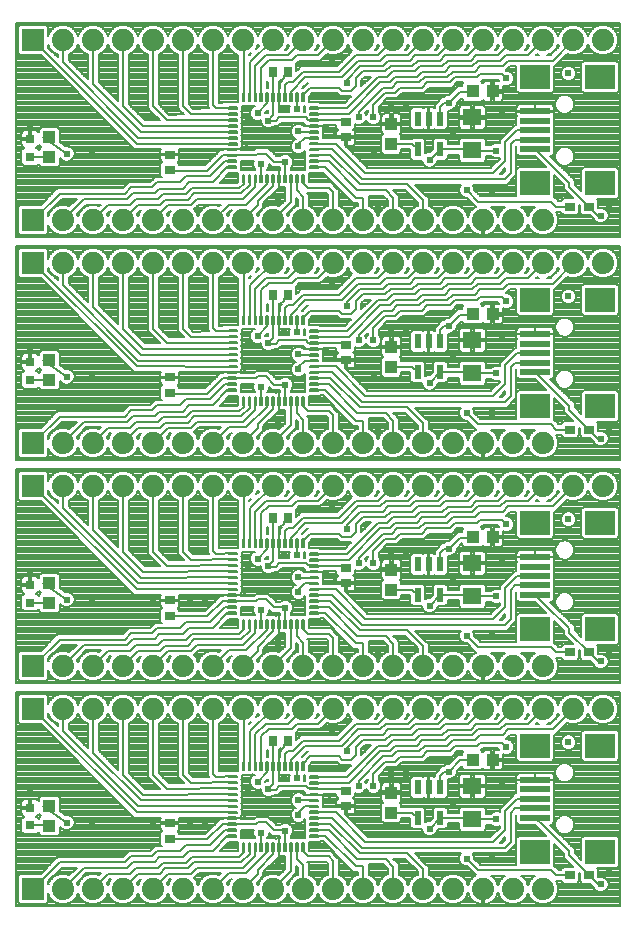
<source format=gtl>
G75*
G70*
%OFA0B0*%
%FSLAX25Y25*%
%IPPOS*%
%LPD*%
%AMOC8*
5,1,8,0,0,1.08239X$1,22.5*
%
%ADD12R,0.03350X0.02760*%
%ADD14C,0.00550*%
%ADD15R,0.03540X0.02760*%
%ADD17R,0.03940X0.04330*%
%ADD18R,0.02760X0.03540*%
%ADD24R,0.03150X0.03150*%
%ADD29R,0.02170X0.04720*%
%ADD32R,0.09840X0.01970*%
%ADD34R,0.06300X0.05510*%
%ADD35C,0.07400*%
%ADD36C,0.02400*%
%ADD37R,0.09840X0.07870*%
%ADD43C,0.00800*%
%ADD45R,0.04330X0.03940*%
%ADD46R,0.07400X0.07400*%
X0010000Y0010000D02*
G75*
%LPD*%
D45*
X0022400Y0037950D03*
X0022400Y0044650D03*
X0163450Y0059900D03*
X0170140Y0059900D03*
D34*
X0163410Y0051280D03*
X0163410Y0040250D03*
D15*
X0121230Y0044650D03*
X0121230Y0049770D03*
X0062600Y0038860D03*
X0062600Y0033740D03*
D12*
X0196040Y0021500D03*
X0202340Y0021500D03*
D29*
X0152650Y0040650D03*
X0145170Y0040650D03*
X0145170Y0050880D03*
X0148910Y0050880D03*
X0152650Y0050880D03*
D46*
X0017000Y0077000D03*
X0017000Y0017000D03*
D35*
X0027000Y0017000D03*
X0037000Y0017000D03*
X0047000Y0017000D03*
X0057000Y0017000D03*
X0067000Y0017000D03*
X0077000Y0017000D03*
X0087000Y0017000D03*
X0097000Y0017000D03*
X0107000Y0017000D03*
X0117000Y0017000D03*
X0127000Y0017000D03*
X0137000Y0017000D03*
X0147000Y0017000D03*
X0157000Y0017000D03*
X0167000Y0017000D03*
X0177000Y0017000D03*
X0187000Y0017000D03*
X0187000Y0077000D03*
X0177000Y0077000D03*
X0167000Y0077000D03*
X0157000Y0077000D03*
X0147000Y0077000D03*
X0137000Y0077000D03*
X0127000Y0077000D03*
X0117000Y0077000D03*
X0107000Y0077000D03*
X0097000Y0077000D03*
X0087000Y0077000D03*
X0077000Y0077000D03*
X0067000Y0077000D03*
X0057000Y0077000D03*
X0047000Y0077000D03*
X0037000Y0077000D03*
X0027000Y0077000D03*
X0197000Y0077000D03*
X0207000Y0077000D03*
D17*
X0136410Y0049110D03*
X0136410Y0042420D03*
D24*
X0016000Y0044050D03*
X0016000Y0038150D03*
D14*
X0082100Y0038310D02*
X0084700Y0038310D01*
X0082100Y0038310D02*
X0082100Y0038870D01*
X0084700Y0038870D01*
X0084700Y0038310D01*
X0084700Y0038850D02*
X0082100Y0038850D01*
X0082100Y0040280D02*
X0084700Y0040280D01*
X0082100Y0040280D02*
X0082100Y0040840D01*
X0084700Y0040840D01*
X0084700Y0040280D01*
X0084700Y0040820D02*
X0082100Y0040820D01*
X0082200Y0042220D02*
X0084800Y0042220D01*
X0082200Y0042220D02*
X0082200Y0042780D01*
X0084800Y0042780D01*
X0084800Y0042220D01*
X0084800Y0042760D02*
X0082200Y0042760D01*
X0082200Y0044220D02*
X0084800Y0044220D01*
X0082200Y0044220D02*
X0082200Y0044780D01*
X0084800Y0044780D01*
X0084800Y0044220D01*
X0084800Y0044760D02*
X0082200Y0044760D01*
X0082200Y0046220D02*
X0084800Y0046220D01*
X0082200Y0046220D02*
X0082200Y0046780D01*
X0084800Y0046780D01*
X0084800Y0046220D01*
X0084800Y0046760D02*
X0082200Y0046760D01*
X0082200Y0048220D02*
X0084800Y0048220D01*
X0082200Y0048220D02*
X0082200Y0048780D01*
X0084800Y0048780D01*
X0084800Y0048220D01*
X0084800Y0048760D02*
X0082200Y0048760D01*
X0082200Y0050220D02*
X0084800Y0050220D01*
X0082200Y0050220D02*
X0082200Y0050780D01*
X0084800Y0050780D01*
X0084800Y0050220D01*
X0084800Y0050760D02*
X0082200Y0050760D01*
X0082200Y0052220D02*
X0084800Y0052220D01*
X0082200Y0052220D02*
X0082200Y0052780D01*
X0084800Y0052780D01*
X0084800Y0052220D01*
X0084800Y0052760D02*
X0082200Y0052760D01*
X0082200Y0054220D02*
X0084800Y0054220D01*
X0082200Y0054220D02*
X0082200Y0054780D01*
X0084800Y0054780D01*
X0084800Y0054220D01*
X0084800Y0054760D02*
X0082200Y0054760D01*
X0086870Y0056790D02*
X0087430Y0056790D01*
X0086870Y0056790D02*
X0086870Y0059390D01*
X0087430Y0059390D01*
X0087430Y0056790D01*
X0087430Y0057330D02*
X0086870Y0057330D01*
X0086870Y0057870D02*
X0087430Y0057870D01*
X0087430Y0058410D02*
X0086870Y0058410D01*
X0086870Y0058950D02*
X0087430Y0058950D01*
X0088840Y0056790D02*
X0089400Y0056790D01*
X0088840Y0056790D02*
X0088840Y0059390D01*
X0089400Y0059390D01*
X0089400Y0056790D01*
X0089400Y0057330D02*
X0088840Y0057330D01*
X0088840Y0057870D02*
X0089400Y0057870D01*
X0089400Y0058410D02*
X0088840Y0058410D01*
X0088840Y0058950D02*
X0089400Y0058950D01*
X0090810Y0056790D02*
X0091370Y0056790D01*
X0090810Y0056790D02*
X0090810Y0059390D01*
X0091370Y0059390D01*
X0091370Y0056790D01*
X0091370Y0057330D02*
X0090810Y0057330D01*
X0090810Y0057870D02*
X0091370Y0057870D01*
X0091370Y0058410D02*
X0090810Y0058410D01*
X0090810Y0058950D02*
X0091370Y0058950D01*
X0092780Y0056790D02*
X0093340Y0056790D01*
X0092780Y0056790D02*
X0092780Y0059390D01*
X0093340Y0059390D01*
X0093340Y0056790D01*
X0093340Y0057330D02*
X0092780Y0057330D01*
X0092780Y0057870D02*
X0093340Y0057870D01*
X0093340Y0058410D02*
X0092780Y0058410D01*
X0092780Y0058950D02*
X0093340Y0058950D01*
X0094750Y0056790D02*
X0095310Y0056790D01*
X0094750Y0056790D02*
X0094750Y0059390D01*
X0095310Y0059390D01*
X0095310Y0056790D01*
X0095310Y0057330D02*
X0094750Y0057330D01*
X0094750Y0057870D02*
X0095310Y0057870D01*
X0095310Y0058410D02*
X0094750Y0058410D01*
X0094750Y0058950D02*
X0095310Y0058950D01*
X0096720Y0056790D02*
X0097280Y0056790D01*
X0096720Y0056790D02*
X0096720Y0059390D01*
X0097280Y0059390D01*
X0097280Y0056790D01*
X0097280Y0057330D02*
X0096720Y0057330D01*
X0096720Y0057870D02*
X0097280Y0057870D01*
X0097280Y0058410D02*
X0096720Y0058410D01*
X0096720Y0058950D02*
X0097280Y0058950D01*
X0098680Y0056790D02*
X0099240Y0056790D01*
X0098680Y0056790D02*
X0098680Y0059390D01*
X0099240Y0059390D01*
X0099240Y0056790D01*
X0099240Y0057330D02*
X0098680Y0057330D01*
X0098680Y0057870D02*
X0099240Y0057870D01*
X0099240Y0058410D02*
X0098680Y0058410D01*
X0098680Y0058950D02*
X0099240Y0058950D01*
X0100650Y0056790D02*
X0101210Y0056790D01*
X0100650Y0056790D02*
X0100650Y0059390D01*
X0101210Y0059390D01*
X0101210Y0056790D01*
X0101210Y0057330D02*
X0100650Y0057330D01*
X0100650Y0057870D02*
X0101210Y0057870D01*
X0101210Y0058410D02*
X0100650Y0058410D01*
X0100650Y0058950D02*
X0101210Y0058950D01*
X0102620Y0056790D02*
X0103180Y0056790D01*
X0102620Y0056790D02*
X0102620Y0059390D01*
X0103180Y0059390D01*
X0103180Y0056790D01*
X0103180Y0057330D02*
X0102620Y0057330D01*
X0102620Y0057870D02*
X0103180Y0057870D01*
X0103180Y0058410D02*
X0102620Y0058410D01*
X0102620Y0058950D02*
X0103180Y0058950D01*
X0104590Y0056790D02*
X0105150Y0056790D01*
X0104590Y0056790D02*
X0104590Y0059390D01*
X0105150Y0059390D01*
X0105150Y0056790D01*
X0105150Y0057330D02*
X0104590Y0057330D01*
X0104590Y0057870D02*
X0105150Y0057870D01*
X0105150Y0058410D02*
X0104590Y0058410D01*
X0104590Y0058950D02*
X0105150Y0058950D01*
X0106560Y0056790D02*
X0107120Y0056790D01*
X0106560Y0056790D02*
X0106560Y0059390D01*
X0107120Y0059390D01*
X0107120Y0056790D01*
X0107120Y0057330D02*
X0106560Y0057330D01*
X0106560Y0057870D02*
X0107120Y0057870D01*
X0107120Y0058410D02*
X0106560Y0058410D01*
X0106560Y0058950D02*
X0107120Y0058950D01*
X0109290Y0054060D02*
X0111890Y0054060D01*
X0109290Y0054060D02*
X0109290Y0054620D01*
X0111890Y0054620D01*
X0111890Y0054060D01*
X0111890Y0054600D02*
X0109290Y0054600D01*
X0109290Y0052090D02*
X0111890Y0052090D01*
X0109290Y0052090D02*
X0109290Y0052650D01*
X0111890Y0052650D01*
X0111890Y0052090D01*
X0111890Y0052630D02*
X0109290Y0052630D01*
X0109290Y0050130D02*
X0111890Y0050130D01*
X0109290Y0050130D02*
X0109290Y0050690D01*
X0111890Y0050690D01*
X0111890Y0050130D01*
X0111890Y0050670D02*
X0109290Y0050670D01*
X0109290Y0048160D02*
X0111890Y0048160D01*
X0109290Y0048160D02*
X0109290Y0048720D01*
X0111890Y0048720D01*
X0111890Y0048160D01*
X0111890Y0048700D02*
X0109290Y0048700D01*
X0109290Y0046190D02*
X0111890Y0046190D01*
X0109290Y0046190D02*
X0109290Y0046750D01*
X0111890Y0046750D01*
X0111890Y0046190D01*
X0111890Y0046730D02*
X0109290Y0046730D01*
X0109290Y0044220D02*
X0111890Y0044220D01*
X0109290Y0044220D02*
X0109290Y0044780D01*
X0111890Y0044780D01*
X0111890Y0044220D01*
X0111890Y0044760D02*
X0109290Y0044760D01*
X0109290Y0042250D02*
X0111890Y0042250D01*
X0109290Y0042250D02*
X0109290Y0042810D01*
X0111890Y0042810D01*
X0111890Y0042250D01*
X0111890Y0042790D02*
X0109290Y0042790D01*
X0109290Y0040280D02*
X0111890Y0040280D01*
X0109290Y0040280D02*
X0109290Y0040840D01*
X0111890Y0040840D01*
X0111890Y0040280D01*
X0111890Y0040820D02*
X0109290Y0040820D01*
X0109290Y0038310D02*
X0111890Y0038310D01*
X0109290Y0038310D02*
X0109290Y0038870D01*
X0111890Y0038870D01*
X0111890Y0038310D01*
X0111890Y0038850D02*
X0109290Y0038850D01*
X0109290Y0036350D02*
X0111890Y0036350D01*
X0109290Y0036350D02*
X0109290Y0036910D01*
X0111890Y0036910D01*
X0111890Y0036350D01*
X0111890Y0036890D02*
X0109290Y0036890D01*
X0109290Y0034380D02*
X0111890Y0034380D01*
X0109290Y0034380D02*
X0109290Y0034940D01*
X0111890Y0034940D01*
X0111890Y0034380D01*
X0111890Y0034920D02*
X0109290Y0034920D01*
X0107120Y0029610D02*
X0106560Y0029610D01*
X0106560Y0032210D01*
X0107120Y0032210D01*
X0107120Y0029610D01*
X0107120Y0030150D02*
X0106560Y0030150D01*
X0106560Y0030690D02*
X0107120Y0030690D01*
X0107120Y0031230D02*
X0106560Y0031230D01*
X0106560Y0031770D02*
X0107120Y0031770D01*
X0105150Y0029610D02*
X0104590Y0029610D01*
X0104590Y0032210D01*
X0105150Y0032210D01*
X0105150Y0029610D01*
X0105150Y0030150D02*
X0104590Y0030150D01*
X0104590Y0030690D02*
X0105150Y0030690D01*
X0105150Y0031230D02*
X0104590Y0031230D01*
X0104590Y0031770D02*
X0105150Y0031770D01*
X0103180Y0029610D02*
X0102620Y0029610D01*
X0102620Y0032210D01*
X0103180Y0032210D01*
X0103180Y0029610D01*
X0103180Y0030150D02*
X0102620Y0030150D01*
X0102620Y0030690D02*
X0103180Y0030690D01*
X0103180Y0031230D02*
X0102620Y0031230D01*
X0102620Y0031770D02*
X0103180Y0031770D01*
X0101210Y0029610D02*
X0100650Y0029610D01*
X0100650Y0032210D01*
X0101210Y0032210D01*
X0101210Y0029610D01*
X0101210Y0030150D02*
X0100650Y0030150D01*
X0100650Y0030690D02*
X0101210Y0030690D01*
X0101210Y0031230D02*
X0100650Y0031230D01*
X0100650Y0031770D02*
X0101210Y0031770D01*
X0099240Y0029610D02*
X0098680Y0029610D01*
X0098680Y0032210D01*
X0099240Y0032210D01*
X0099240Y0029610D01*
X0099240Y0030150D02*
X0098680Y0030150D01*
X0098680Y0030690D02*
X0099240Y0030690D01*
X0099240Y0031230D02*
X0098680Y0031230D01*
X0098680Y0031770D02*
X0099240Y0031770D01*
X0097280Y0029610D02*
X0096720Y0029610D01*
X0096720Y0032210D01*
X0097280Y0032210D01*
X0097280Y0029610D01*
X0097280Y0030150D02*
X0096720Y0030150D01*
X0096720Y0030690D02*
X0097280Y0030690D01*
X0097280Y0031230D02*
X0096720Y0031230D01*
X0096720Y0031770D02*
X0097280Y0031770D01*
X0095310Y0029610D02*
X0094750Y0029610D01*
X0094750Y0032210D01*
X0095310Y0032210D01*
X0095310Y0029610D01*
X0095310Y0030150D02*
X0094750Y0030150D01*
X0094750Y0030690D02*
X0095310Y0030690D01*
X0095310Y0031230D02*
X0094750Y0031230D01*
X0094750Y0031770D02*
X0095310Y0031770D01*
X0093340Y0029610D02*
X0092780Y0029610D01*
X0092780Y0032210D01*
X0093340Y0032210D01*
X0093340Y0029610D01*
X0093340Y0030150D02*
X0092780Y0030150D01*
X0092780Y0030690D02*
X0093340Y0030690D01*
X0093340Y0031230D02*
X0092780Y0031230D01*
X0092780Y0031770D02*
X0093340Y0031770D01*
X0091370Y0029610D02*
X0090810Y0029610D01*
X0090810Y0032210D01*
X0091370Y0032210D01*
X0091370Y0029610D01*
X0091370Y0030150D02*
X0090810Y0030150D01*
X0090810Y0030690D02*
X0091370Y0030690D01*
X0091370Y0031230D02*
X0090810Y0031230D01*
X0090810Y0031770D02*
X0091370Y0031770D01*
X0089400Y0029610D02*
X0088840Y0029610D01*
X0088840Y0032210D01*
X0089400Y0032210D01*
X0089400Y0029610D01*
X0089400Y0030150D02*
X0088840Y0030150D01*
X0088840Y0030690D02*
X0089400Y0030690D01*
X0089400Y0031230D02*
X0088840Y0031230D01*
X0088840Y0031770D02*
X0089400Y0031770D01*
X0087430Y0029610D02*
X0086870Y0029610D01*
X0086870Y0032210D01*
X0087430Y0032210D01*
X0087430Y0029610D01*
X0087430Y0030150D02*
X0086870Y0030150D01*
X0086870Y0030690D02*
X0087430Y0030690D01*
X0087430Y0031230D02*
X0086870Y0031230D01*
X0086870Y0031770D02*
X0087430Y0031770D01*
X0084700Y0034380D02*
X0082100Y0034380D01*
X0082100Y0034940D01*
X0084700Y0034940D01*
X0084700Y0034380D01*
X0084700Y0034920D02*
X0082100Y0034920D01*
X0082100Y0036350D02*
X0084700Y0036350D01*
X0082100Y0036350D02*
X0082100Y0036910D01*
X0084700Y0036910D01*
X0084700Y0036350D01*
X0084700Y0036890D02*
X0082100Y0036890D01*
D18*
X0096850Y0066370D03*
X0101970Y0066370D03*
D32*
X0184350Y0053300D03*
X0184350Y0050150D03*
X0184350Y0047000D03*
X0184350Y0043850D03*
X0184350Y0040700D03*
D37*
X0184350Y0029280D03*
X0206010Y0029280D03*
X0206010Y0064720D03*
X0184350Y0064720D03*
D36*
X0174710Y0064280D03*
X0155600Y0056100D03*
X0141200Y0055200D03*
X0136400Y0055200D03*
X0130420Y0051290D03*
X0125500Y0051290D03*
X0105420Y0046570D03*
X0105420Y0041650D03*
X0101000Y0036400D03*
X0093000Y0035600D03*
X0074200Y0038500D03*
X0069300Y0038500D03*
X0057000Y0038500D03*
X0036600Y0038900D03*
X0028200Y0039100D03*
X0016000Y0048800D03*
X0088600Y0049700D03*
X0091800Y0052700D03*
X0095400Y0050200D03*
X0100600Y0054100D03*
X0104830Y0054050D03*
X0121660Y0062810D03*
X0116500Y0069800D03*
X0157100Y0045500D03*
X0171400Y0040200D03*
X0149200Y0037100D03*
X0130500Y0040100D03*
X0161500Y0027100D03*
X0170100Y0027000D03*
X0206200Y0018500D03*
X0209100Y0022300D03*
X0173300Y0053100D03*
X0195400Y0065900D03*
X0132000Y0022000D03*
X0098500Y0024500D03*
D43*
X0011400Y0011400D02*
X0011400Y0082600D01*
X0212600Y0082600D01*
X0212600Y0011400D01*
X0011400Y0011400D01*
X0011400Y0011710D02*
X0212600Y0011710D01*
X0212600Y0012500D02*
X0189450Y0012500D01*
X0189880Y0012680D02*
X0188010Y0011900D01*
X0185980Y0011900D01*
X0184110Y0012680D01*
X0182670Y0014110D01*
X0182000Y0015740D01*
X0181320Y0014110D01*
X0179880Y0012680D01*
X0178010Y0011900D01*
X0175980Y0011900D01*
X0174110Y0012680D01*
X0172670Y0014110D01*
X0171970Y0015810D01*
X0171970Y0015810D01*
X0171720Y0015040D01*
X0171360Y0014330D01*
X0170890Y0013680D01*
X0170320Y0013110D01*
X0169670Y0012640D01*
X0168950Y0012270D01*
X0168190Y0012030D01*
X0167400Y0011900D01*
X0167400Y0011900D01*
X0167400Y0016600D01*
X0166600Y0016600D01*
X0166600Y0011900D01*
X0166590Y0011900D01*
X0165800Y0012030D01*
X0165040Y0012270D01*
X0164320Y0012640D01*
X0163670Y0013110D01*
X0163110Y0013680D01*
X0162630Y0014330D01*
X0162270Y0015040D01*
X0162020Y0015810D01*
X0162020Y0015810D01*
X0161320Y0014110D01*
X0159880Y0012680D01*
X0158010Y0011900D01*
X0155980Y0011900D01*
X0154110Y0012680D01*
X0152670Y0014110D01*
X0152000Y0015740D01*
X0151320Y0014110D01*
X0149880Y0012680D01*
X0148010Y0011900D01*
X0145980Y0011900D01*
X0144110Y0012680D01*
X0142670Y0014110D01*
X0142000Y0015740D01*
X0141320Y0014110D01*
X0139880Y0012680D01*
X0138010Y0011900D01*
X0135980Y0011900D01*
X0134110Y0012680D01*
X0132670Y0014110D01*
X0132000Y0015740D01*
X0131320Y0014110D01*
X0129880Y0012680D01*
X0128010Y0011900D01*
X0125980Y0011900D01*
X0124110Y0012680D01*
X0122670Y0014110D01*
X0122000Y0015740D01*
X0121320Y0014110D01*
X0119880Y0012680D01*
X0118010Y0011900D01*
X0115980Y0011900D01*
X0114110Y0012680D01*
X0112670Y0014110D01*
X0112000Y0015740D01*
X0111320Y0014110D01*
X0109880Y0012680D01*
X0108010Y0011900D01*
X0105980Y0011900D01*
X0104110Y0012680D01*
X0102670Y0014110D01*
X0102000Y0015740D01*
X0101320Y0014110D01*
X0099880Y0012680D01*
X0098010Y0011900D01*
X0095980Y0011900D01*
X0094110Y0012680D01*
X0092670Y0014110D01*
X0092000Y0015740D01*
X0091320Y0014110D01*
X0089880Y0012680D01*
X0088010Y0011900D01*
X0085980Y0011900D01*
X0084110Y0012680D01*
X0082670Y0014110D01*
X0082000Y0015740D01*
X0081320Y0014110D01*
X0079880Y0012680D01*
X0078010Y0011900D01*
X0075980Y0011900D01*
X0074110Y0012680D01*
X0072670Y0014110D01*
X0072000Y0015740D01*
X0071320Y0014110D01*
X0069880Y0012680D01*
X0068010Y0011900D01*
X0065980Y0011900D01*
X0064110Y0012680D01*
X0062670Y0014110D01*
X0062000Y0015740D01*
X0061320Y0014110D01*
X0059880Y0012680D01*
X0058010Y0011900D01*
X0055980Y0011900D01*
X0054110Y0012680D01*
X0052670Y0014110D01*
X0052000Y0015740D01*
X0051320Y0014110D01*
X0049880Y0012680D01*
X0048010Y0011900D01*
X0045980Y0011900D01*
X0044110Y0012680D01*
X0042670Y0014110D01*
X0042000Y0015740D01*
X0041320Y0014110D01*
X0039880Y0012680D01*
X0038010Y0011900D01*
X0035980Y0011900D01*
X0034110Y0012680D01*
X0032670Y0014110D01*
X0032000Y0015740D01*
X0031320Y0014110D01*
X0029880Y0012680D01*
X0028010Y0011900D01*
X0025980Y0011900D01*
X0024110Y0012680D01*
X0022670Y0014110D01*
X0022100Y0015500D01*
X0022100Y0012720D01*
X0021280Y0011900D01*
X0012720Y0011900D01*
X0011900Y0012720D01*
X0011900Y0021280D01*
X0012720Y0022100D01*
X0019550Y0022100D01*
X0025050Y0027600D01*
X0046850Y0027600D01*
X0048950Y0029700D01*
X0055950Y0029700D01*
X0057650Y0031400D01*
X0059810Y0031400D01*
X0059420Y0031780D01*
X0059420Y0035700D01*
X0060040Y0036320D01*
X0059960Y0036360D01*
X0059700Y0036620D01*
X0059520Y0036940D01*
X0059420Y0037300D01*
X0059420Y0038570D01*
X0062310Y0038570D01*
X0062310Y0039150D01*
X0059420Y0039150D01*
X0059420Y0040420D01*
X0059500Y0040720D01*
X0051970Y0040730D01*
X0050720Y0040730D01*
X0019550Y0071900D01*
X0012720Y0071900D01*
X0011900Y0072720D01*
X0011900Y0081280D01*
X0012720Y0082100D01*
X0021280Y0082100D01*
X0022100Y0081280D01*
X0022100Y0078500D01*
X0022670Y0079890D01*
X0024110Y0081320D01*
X0025980Y0082100D01*
X0028010Y0082100D01*
X0029880Y0081320D01*
X0031320Y0079890D01*
X0032000Y0078260D01*
X0032670Y0079890D01*
X0034110Y0081320D01*
X0035980Y0082100D01*
X0038010Y0082100D01*
X0039880Y0081320D01*
X0041320Y0079890D01*
X0042000Y0078260D01*
X0042670Y0079890D01*
X0044110Y0081320D01*
X0045980Y0082100D01*
X0048010Y0082100D01*
X0049880Y0081320D01*
X0051320Y0079890D01*
X0052000Y0078260D01*
X0052670Y0079890D01*
X0054110Y0081320D01*
X0055980Y0082100D01*
X0058010Y0082100D01*
X0059880Y0081320D01*
X0061320Y0079890D01*
X0062000Y0078260D01*
X0062670Y0079890D01*
X0064110Y0081320D01*
X0065980Y0082100D01*
X0068010Y0082100D01*
X0069880Y0081320D01*
X0071320Y0079890D01*
X0072000Y0078260D01*
X0072670Y0079890D01*
X0074110Y0081320D01*
X0075980Y0082100D01*
X0078010Y0082100D01*
X0079880Y0081320D01*
X0081320Y0079890D01*
X0082000Y0078260D01*
X0082670Y0079890D01*
X0084110Y0081320D01*
X0085980Y0082100D01*
X0088010Y0082100D01*
X0089880Y0081320D01*
X0091320Y0079890D01*
X0092000Y0078260D01*
X0092670Y0079890D01*
X0094110Y0081320D01*
X0095980Y0082100D01*
X0098010Y0082100D01*
X0099880Y0081320D01*
X0101320Y0079890D01*
X0102000Y0078260D01*
X0102670Y0079890D01*
X0104110Y0081320D01*
X0105980Y0082100D01*
X0108010Y0082100D01*
X0109880Y0081320D01*
X0111320Y0079890D01*
X0112000Y0078260D01*
X0112670Y0079890D01*
X0114110Y0081320D01*
X0115980Y0082100D01*
X0118010Y0082100D01*
X0119880Y0081320D01*
X0121320Y0079890D01*
X0122000Y0078260D01*
X0122670Y0079890D01*
X0124110Y0081320D01*
X0125980Y0082100D01*
X0128010Y0082100D01*
X0129880Y0081320D01*
X0131320Y0079890D01*
X0132000Y0078260D01*
X0132670Y0079890D01*
X0134110Y0081320D01*
X0135980Y0082100D01*
X0138010Y0082100D01*
X0139880Y0081320D01*
X0141320Y0079890D01*
X0142000Y0078260D01*
X0142670Y0079890D01*
X0144110Y0081320D01*
X0145980Y0082100D01*
X0148010Y0082100D01*
X0149880Y0081320D01*
X0151320Y0079890D01*
X0152000Y0078260D01*
X0152670Y0079890D01*
X0154110Y0081320D01*
X0155980Y0082100D01*
X0158010Y0082100D01*
X0159880Y0081320D01*
X0161320Y0079890D01*
X0162000Y0078260D01*
X0162670Y0079890D01*
X0164110Y0081320D01*
X0165980Y0082100D01*
X0168010Y0082100D01*
X0169880Y0081320D01*
X0171320Y0079890D01*
X0172000Y0078260D01*
X0172670Y0079890D01*
X0174110Y0081320D01*
X0175980Y0082100D01*
X0178010Y0082100D01*
X0179880Y0081320D01*
X0181320Y0079890D01*
X0182000Y0078260D01*
X0182670Y0079890D01*
X0184110Y0081320D01*
X0185980Y0082100D01*
X0188010Y0082100D01*
X0189880Y0081320D01*
X0191320Y0079890D01*
X0192000Y0078260D01*
X0192670Y0079890D01*
X0194110Y0081320D01*
X0195980Y0082100D01*
X0198010Y0082100D01*
X0199880Y0081320D01*
X0201320Y0079890D01*
X0202000Y0078260D01*
X0202670Y0079890D01*
X0204110Y0081320D01*
X0205980Y0082100D01*
X0208010Y0082100D01*
X0209880Y0081320D01*
X0211320Y0079890D01*
X0212100Y0078010D01*
X0212100Y0075990D01*
X0211320Y0074110D01*
X0209880Y0072680D01*
X0208010Y0071900D01*
X0205980Y0071900D01*
X0204110Y0072680D01*
X0202670Y0074110D01*
X0202000Y0075740D01*
X0201320Y0074110D01*
X0199880Y0072680D01*
X0198010Y0071900D01*
X0195980Y0071900D01*
X0194890Y0072350D01*
X0190930Y0068390D01*
X0190670Y0068390D01*
X0190670Y0060200D01*
X0189850Y0059380D01*
X0178850Y0059380D01*
X0178030Y0060200D01*
X0178030Y0068390D01*
X0176050Y0068390D01*
X0175330Y0067670D01*
X0174600Y0066940D01*
X0174660Y0066880D01*
X0175230Y0066880D01*
X0176180Y0066490D01*
X0176920Y0065760D01*
X0177310Y0064800D01*
X0177310Y0063770D01*
X0176920Y0062810D01*
X0176180Y0062080D01*
X0175230Y0061680D01*
X0174190Y0061680D01*
X0173710Y0061890D01*
X0173710Y0060300D01*
X0170540Y0060300D01*
X0169740Y0060300D01*
X0169740Y0063270D01*
X0167790Y0063270D01*
X0167440Y0063170D01*
X0167120Y0062990D01*
X0166860Y0062730D01*
X0166810Y0062650D01*
X0166200Y0063260D01*
X0166800Y0063860D01*
X0172110Y0063860D01*
X0172110Y0063770D01*
X0172320Y0063270D01*
X0170540Y0063270D01*
X0170540Y0060300D01*
X0170540Y0059500D01*
X0170540Y0056530D01*
X0172490Y0056530D01*
X0172850Y0056630D01*
X0173170Y0056810D01*
X0173430Y0057070D01*
X0173610Y0057390D01*
X0173710Y0057750D01*
X0173710Y0059500D01*
X0170540Y0059500D01*
X0169740Y0059500D01*
X0169740Y0056530D01*
X0167790Y0056530D01*
X0167440Y0056630D01*
X0167120Y0056810D01*
X0166860Y0057070D01*
X0166810Y0057150D01*
X0166190Y0056530D01*
X0160700Y0056530D01*
X0159880Y0057350D01*
X0159880Y0057840D01*
X0158200Y0056150D01*
X0158200Y0055580D01*
X0157800Y0054630D01*
X0157070Y0053900D01*
X0156110Y0053500D01*
X0155130Y0053500D01*
X0155130Y0047940D01*
X0154310Y0047120D01*
X0150990Y0047120D01*
X0150760Y0047350D01*
X0150530Y0047220D01*
X0150170Y0047120D01*
X0149050Y0047120D01*
X0149050Y0050740D01*
X0148770Y0050740D01*
X0148770Y0047120D01*
X0147640Y0047120D01*
X0147280Y0047220D01*
X0147060Y0047350D01*
X0146830Y0047120D01*
X0143500Y0047120D01*
X0142680Y0047940D01*
X0142680Y0053830D01*
X0143500Y0054650D01*
X0146830Y0054650D01*
X0147060Y0054420D01*
X0147280Y0054550D01*
X0147640Y0054650D01*
X0148770Y0054650D01*
X0148770Y0051030D01*
X0149050Y0051030D01*
X0149050Y0054650D01*
X0150170Y0054650D01*
X0150530Y0054550D01*
X0150760Y0054420D01*
X0150800Y0054460D01*
X0150800Y0055350D01*
X0151850Y0056400D01*
X0153350Y0057900D01*
X0153720Y0057900D01*
X0154120Y0058300D01*
X0155080Y0058700D01*
X0155650Y0058700D01*
X0158010Y0061060D01*
X0158510Y0061580D01*
X0158530Y0061580D01*
X0158550Y0061600D01*
X0159270Y0061600D01*
X0159880Y0061610D01*
X0159880Y0062450D01*
X0160330Y0062900D01*
X0158340Y0062900D01*
X0156540Y0061100D01*
X0149040Y0061100D01*
X0147240Y0059300D01*
X0139940Y0059300D01*
X0138200Y0057560D01*
X0135100Y0057560D01*
X0132220Y0054680D01*
X0132220Y0053170D01*
X0132620Y0052760D01*
X0133020Y0051810D01*
X0133020Y0050770D01*
X0132620Y0049820D01*
X0131890Y0049090D01*
X0130940Y0048690D01*
X0129900Y0048690D01*
X0128950Y0049090D01*
X0128220Y0049820D01*
X0127960Y0050440D01*
X0127700Y0049820D01*
X0126970Y0049090D01*
X0126020Y0048690D01*
X0124980Y0048690D01*
X0124400Y0048930D01*
X0124400Y0047810D01*
X0123780Y0047200D01*
X0123860Y0047150D01*
X0124120Y0046890D01*
X0124300Y0046570D01*
X0124400Y0046220D01*
X0124400Y0044940D01*
X0121520Y0044940D01*
X0121520Y0044360D01*
X0124400Y0044360D01*
X0124400Y0043090D01*
X0124300Y0042730D01*
X0124120Y0042420D01*
X0123860Y0042150D01*
X0123540Y0041970D01*
X0123180Y0041870D01*
X0121520Y0041870D01*
X0121520Y0044360D01*
X0120940Y0044360D01*
X0120940Y0041960D01*
X0128510Y0034390D01*
X0169440Y0034390D01*
X0172500Y0037450D01*
X0172500Y0037840D01*
X0171910Y0037600D01*
X0170880Y0037600D01*
X0169920Y0038000D01*
X0169520Y0038400D01*
X0167960Y0038400D01*
X0167960Y0036920D01*
X0167140Y0036100D01*
X0159680Y0036100D01*
X0158860Y0036920D01*
X0158860Y0038850D01*
X0155130Y0038850D01*
X0155130Y0037700D01*
X0154310Y0036880D01*
X0151800Y0036880D01*
X0151800Y0036580D01*
X0151400Y0035630D01*
X0150670Y0034900D01*
X0149710Y0034500D01*
X0148680Y0034500D01*
X0147720Y0034900D01*
X0146990Y0035630D01*
X0146600Y0036580D01*
X0146600Y0036880D01*
X0143500Y0036880D01*
X0142680Y0037700D01*
X0142680Y0040580D01*
X0142650Y0040620D01*
X0139780Y0040620D01*
X0139780Y0039670D01*
X0138960Y0038850D01*
X0133860Y0038850D01*
X0133040Y0039670D01*
X0133040Y0045160D01*
X0133660Y0045780D01*
X0133580Y0045830D01*
X0133320Y0046090D01*
X0133130Y0046410D01*
X0133040Y0046760D01*
X0133040Y0048710D01*
X0136010Y0048710D01*
X0136010Y0049510D01*
X0133040Y0049510D01*
X0133040Y0051460D01*
X0133130Y0051820D01*
X0133320Y0052140D01*
X0133580Y0052400D01*
X0133900Y0052580D01*
X0134250Y0052680D01*
X0136010Y0052680D01*
X0136010Y0049510D01*
X0136810Y0049510D01*
X0139780Y0049510D01*
X0139780Y0051460D01*
X0139680Y0051820D01*
X0139500Y0052140D01*
X0139240Y0052400D01*
X0138920Y0052580D01*
X0138560Y0052680D01*
X0136810Y0052680D01*
X0136810Y0049510D01*
X0136810Y0048710D01*
X0139780Y0048710D01*
X0139780Y0046760D01*
X0139680Y0046410D01*
X0139500Y0046090D01*
X0139240Y0045830D01*
X0139160Y0045780D01*
X0139780Y0045160D01*
X0139780Y0044220D01*
X0143310Y0044220D01*
X0143500Y0044410D01*
X0146830Y0044410D01*
X0147650Y0043590D01*
X0147650Y0039230D01*
X0147720Y0039300D01*
X0148680Y0039700D01*
X0149250Y0039700D01*
X0150170Y0040620D01*
X0150170Y0043590D01*
X0150990Y0044410D01*
X0154310Y0044410D01*
X0155130Y0043590D01*
X0155130Y0042450D01*
X0158860Y0042450D01*
X0158860Y0043590D01*
X0159680Y0044410D01*
X0167140Y0044410D01*
X0167960Y0043590D01*
X0167960Y0042000D01*
X0169520Y0042000D01*
X0169920Y0042400D01*
X0170880Y0042800D01*
X0171910Y0042800D01*
X0172500Y0042560D01*
X0172500Y0043750D01*
X0176500Y0047750D01*
X0177550Y0048800D01*
X0178030Y0048800D01*
X0178030Y0051710D01*
X0178120Y0051800D01*
X0178030Y0052130D01*
X0178030Y0053210D01*
X0184260Y0053210D01*
X0184260Y0053390D01*
X0178030Y0053390D01*
X0178030Y0054470D01*
X0178130Y0054820D01*
X0178310Y0055140D01*
X0178570Y0055400D01*
X0178890Y0055590D01*
X0179250Y0055680D01*
X0184260Y0055680D01*
X0184260Y0053390D01*
X0184440Y0053390D01*
X0184440Y0055680D01*
X0189460Y0055680D01*
X0189810Y0055590D01*
X0190130Y0055400D01*
X0190390Y0055140D01*
X0190580Y0054820D01*
X0190670Y0054470D01*
X0190670Y0053390D01*
X0184440Y0053390D01*
X0184440Y0053210D01*
X0190670Y0053210D01*
X0190670Y0052130D01*
X0190590Y0051800D01*
X0190670Y0051710D01*
X0190670Y0048590D01*
X0190660Y0048570D01*
X0190670Y0048560D01*
X0190670Y0045440D01*
X0190660Y0045430D01*
X0190670Y0045410D01*
X0190670Y0042290D01*
X0190660Y0042280D01*
X0190670Y0042260D01*
X0190670Y0039140D01*
X0189850Y0038320D01*
X0189420Y0038320D01*
X0197500Y0030250D01*
X0197500Y0028890D01*
X0199680Y0026700D01*
X0199680Y0033800D01*
X0200500Y0034620D01*
X0211510Y0034620D01*
X0212330Y0033800D01*
X0212330Y0024770D01*
X0211510Y0023950D01*
X0204920Y0023950D01*
X0205410Y0023460D01*
X0205410Y0020990D01*
X0205680Y0021100D01*
X0206710Y0021100D01*
X0207670Y0020700D01*
X0208400Y0019970D01*
X0208800Y0019020D01*
X0208800Y0017980D01*
X0208400Y0017030D01*
X0207670Y0016300D01*
X0206710Y0015900D01*
X0205680Y0015900D01*
X0204720Y0016300D01*
X0203990Y0017030D01*
X0203800Y0017500D01*
X0203540Y0017750D01*
X0202570Y0018720D01*
X0200090Y0018720D01*
X0199270Y0019540D01*
X0199270Y0022030D01*
X0199110Y0022180D01*
X0199110Y0019540D01*
X0198290Y0018720D01*
X0193790Y0018720D01*
X0192970Y0019540D01*
X0192970Y0019700D01*
X0191400Y0019700D01*
X0192100Y0018010D01*
X0192100Y0015990D01*
X0191320Y0014110D01*
X0189880Y0012680D01*
X0190490Y0013280D02*
X0212600Y0013280D01*
X0212600Y0014070D02*
X0191270Y0014070D01*
X0191620Y0014850D02*
X0212600Y0014850D01*
X0212600Y0015640D02*
X0191950Y0015640D01*
X0192100Y0016420D02*
X0204600Y0016420D01*
X0203920Y0017210D02*
X0192100Y0017210D01*
X0192100Y0017990D02*
X0203300Y0017990D01*
X0205340Y0018500D02*
X0206200Y0018500D01*
X0205340Y0018500D02*
X0202340Y0021500D01*
X0195700Y0028140D01*
X0195700Y0029500D01*
X0187400Y0037800D01*
X0187250Y0037800D01*
X0184350Y0040700D01*
X0184190Y0038320D02*
X0178850Y0038320D01*
X0178030Y0039140D01*
X0178030Y0041590D01*
X0178000Y0041550D01*
X0178000Y0031950D01*
X0176940Y0030900D01*
X0174870Y0028820D01*
X0163450Y0028820D01*
X0163700Y0028570D01*
X0164100Y0027620D01*
X0164100Y0027050D01*
X0166140Y0025000D01*
X0178030Y0025000D01*
X0178030Y0033800D01*
X0178850Y0034620D01*
X0188030Y0034620D01*
X0186650Y0036000D01*
X0186510Y0036000D01*
X0184190Y0038320D01*
X0184890Y0037620D02*
X0178000Y0037620D01*
X0178000Y0038400D02*
X0178770Y0038400D01*
X0178030Y0039190D02*
X0178000Y0039190D01*
X0178000Y0039970D02*
X0178030Y0039970D01*
X0178000Y0040760D02*
X0178030Y0040760D01*
X0178000Y0041540D02*
X0178030Y0041540D01*
X0176200Y0042300D02*
X0177750Y0043850D01*
X0184350Y0043850D01*
X0184350Y0047000D02*
X0178300Y0047000D01*
X0174300Y0043000D01*
X0174300Y0036700D01*
X0170180Y0032590D01*
X0127760Y0032590D01*
X0117820Y0042530D01*
X0110590Y0042530D01*
X0110590Y0044500D02*
X0107490Y0044500D01*
X0105420Y0042430D01*
X0105420Y0041650D01*
X0102820Y0041540D02*
X0086470Y0041540D01*
X0086470Y0041530D02*
X0086470Y0043470D01*
X0086440Y0043500D01*
X0086470Y0043530D01*
X0086470Y0045470D01*
X0086440Y0045500D01*
X0086470Y0045530D01*
X0086470Y0047470D01*
X0086440Y0047500D01*
X0086470Y0047530D01*
X0086470Y0049470D01*
X0086440Y0049500D01*
X0086470Y0049530D01*
X0086470Y0051470D01*
X0086440Y0051500D01*
X0086470Y0051530D01*
X0086470Y0053470D01*
X0086440Y0053500D01*
X0086470Y0053530D01*
X0086470Y0055120D01*
X0088120Y0055120D01*
X0088140Y0055130D01*
X0088150Y0055120D01*
X0090090Y0055120D01*
X0090110Y0055130D01*
X0090120Y0055120D01*
X0090830Y0055120D01*
X0090320Y0054900D01*
X0089590Y0054170D01*
X0089200Y0053220D01*
X0089200Y0052180D01*
X0089590Y0051230D01*
X0090320Y0050500D01*
X0091280Y0050100D01*
X0092310Y0050100D01*
X0092800Y0050300D01*
X0092800Y0049680D01*
X0093190Y0048730D01*
X0093920Y0048000D01*
X0094880Y0047600D01*
X0095910Y0047600D01*
X0096870Y0048000D01*
X0097170Y0048300D01*
X0098640Y0048300D01*
X0099700Y0049350D01*
X0099840Y0049500D01*
X0107050Y0049500D01*
X0107610Y0048940D01*
X0107610Y0048930D01*
X0107610Y0048440D01*
X0110590Y0048440D01*
X0113560Y0048440D01*
X0113560Y0048610D01*
X0118050Y0048610D01*
X0118050Y0047810D01*
X0118670Y0047200D01*
X0118600Y0047150D01*
X0118330Y0046890D01*
X0118150Y0046570D01*
X0118050Y0046220D01*
X0118050Y0044940D01*
X0120940Y0044940D01*
X0120940Y0044360D01*
X0118050Y0044360D01*
X0118050Y0044330D01*
X0113560Y0044330D01*
X0113560Y0045470D01*
X0113550Y0045480D01*
X0113560Y0045500D01*
X0113560Y0047440D01*
X0113450Y0047540D01*
X0113560Y0047940D01*
X0113560Y0048440D01*
X0110590Y0048440D01*
X0110590Y0048440D01*
X0110590Y0048450D01*
X0110590Y0048450D01*
X0110590Y0048440D01*
X0110590Y0048440D01*
X0114970Y0048440D01*
X0119000Y0044400D01*
X0120980Y0044400D01*
X0121230Y0044650D01*
X0121520Y0044680D02*
X0133040Y0044680D01*
X0133040Y0043900D02*
X0124400Y0043900D01*
X0124400Y0043110D02*
X0133040Y0043110D01*
X0133040Y0042330D02*
X0124030Y0042330D01*
X0121520Y0042330D02*
X0120940Y0042330D01*
X0120940Y0043110D02*
X0121520Y0043110D01*
X0121520Y0043900D02*
X0120940Y0043900D01*
X0120940Y0044680D02*
X0113560Y0044680D01*
X0113560Y0045470D02*
X0118050Y0045470D01*
X0118060Y0046250D02*
X0113560Y0046250D01*
X0113560Y0047040D02*
X0118480Y0047040D01*
X0118050Y0047820D02*
X0113530Y0047820D01*
X0113560Y0048610D02*
X0118050Y0048610D01*
X0120090Y0050410D02*
X0121230Y0049770D01*
X0120090Y0050410D02*
X0110590Y0050410D01*
X0110490Y0050500D01*
X0108600Y0050500D01*
X0107800Y0051300D01*
X0099100Y0051300D01*
X0097900Y0050100D01*
X0095500Y0050100D01*
X0095400Y0050200D01*
X0097100Y0051900D01*
X0097100Y0057990D01*
X0097000Y0058090D01*
X0097000Y0066230D01*
X0096850Y0066370D01*
X0099430Y0063820D02*
X0099470Y0063740D01*
X0099730Y0063480D01*
X0099840Y0063420D01*
X0099130Y0062710D01*
X0099130Y0061070D01*
X0098960Y0061070D01*
X0098800Y0061070D01*
X0098800Y0063200D01*
X0098810Y0063200D01*
X0099430Y0063820D01*
X0099700Y0063520D02*
X0099130Y0063520D01*
X0098960Y0062870D02*
X0100500Y0064400D01*
X0100500Y0064900D01*
X0101970Y0066370D01*
X0104750Y0066750D02*
X0104750Y0068330D01*
X0104650Y0068690D01*
X0104500Y0068960D01*
X0105740Y0070200D01*
X0112740Y0070200D01*
X0113800Y0071250D01*
X0114890Y0072350D01*
X0115980Y0071900D01*
X0118010Y0071900D01*
X0119880Y0072680D01*
X0121320Y0074110D01*
X0122000Y0075740D01*
X0122670Y0074110D01*
X0123400Y0073390D01*
X0122710Y0072710D01*
X0118260Y0068250D01*
X0106250Y0068250D01*
X0105200Y0067190D01*
X0104750Y0066750D01*
X0104750Y0067450D02*
X0105450Y0067450D01*
X0104750Y0068230D02*
X0106230Y0068230D01*
X0105340Y0069800D02*
X0119810Y0069800D01*
X0120590Y0070590D02*
X0113130Y0070590D01*
X0113910Y0071370D02*
X0121380Y0071370D01*
X0122160Y0072160D02*
X0118630Y0072160D01*
X0120150Y0072940D02*
X0122950Y0072940D01*
X0123060Y0073730D02*
X0120930Y0073730D01*
X0121480Y0074510D02*
X0122510Y0074510D01*
X0122180Y0075300D02*
X0121810Y0075300D01*
X0117000Y0077000D02*
X0112000Y0072000D01*
X0105000Y0072000D01*
X0103400Y0070400D01*
X0095600Y0070400D01*
X0093060Y0067860D01*
X0093060Y0058090D01*
X0095030Y0058090D02*
X0095030Y0055930D01*
X0091800Y0052700D01*
X0094400Y0052750D02*
X0095300Y0053650D01*
X0095300Y0052800D01*
X0094880Y0052800D01*
X0094400Y0052600D01*
X0094400Y0052750D01*
X0094960Y0053320D02*
X0095300Y0053320D01*
X0098900Y0053320D02*
X0102320Y0053320D01*
X0102230Y0053530D02*
X0102410Y0053100D01*
X0098900Y0053100D01*
X0098900Y0055120D01*
X0098960Y0055120D01*
X0098960Y0058090D01*
X0098950Y0058090D01*
X0098950Y0058090D01*
X0098960Y0058090D01*
X0098960Y0058090D01*
X0098960Y0058090D01*
X0098960Y0061070D01*
X0098960Y0058090D01*
X0098960Y0058090D01*
X0098960Y0062870D01*
X0098800Y0062740D02*
X0099160Y0062740D01*
X0099130Y0061950D02*
X0098800Y0061950D01*
X0098800Y0061170D02*
X0099130Y0061170D01*
X0098960Y0060380D02*
X0098960Y0060380D01*
X0098960Y0059600D02*
X0098960Y0059600D01*
X0098960Y0058810D02*
X0098960Y0058810D01*
X0098960Y0058090D02*
X0098980Y0058090D01*
X0098960Y0058090D01*
X0098960Y0055120D01*
X0099460Y0055120D01*
X0099860Y0055220D01*
X0099960Y0055120D01*
X0101900Y0055120D01*
X0101920Y0055130D01*
X0101930Y0055120D01*
X0102460Y0055120D01*
X0102230Y0054560D01*
X0102230Y0053530D01*
X0102230Y0054100D02*
X0098900Y0054100D01*
X0098900Y0054890D02*
X0102360Y0054890D01*
X0104830Y0054050D02*
X0104870Y0054090D01*
X0104870Y0058090D01*
X0102900Y0058090D02*
X0102900Y0059800D01*
X0107780Y0064680D01*
X0119790Y0064680D01*
X0125300Y0070190D01*
X0132780Y0070190D01*
X0134550Y0071960D01*
X0141960Y0071960D01*
X0147000Y0077000D01*
X0151810Y0075300D02*
X0152180Y0075300D01*
X0152350Y0074900D02*
X0151210Y0073760D01*
X0150970Y0073760D01*
X0151320Y0074110D01*
X0152000Y0075740D01*
X0152350Y0074900D01*
X0151960Y0074510D02*
X0151480Y0074510D01*
X0151960Y0071960D02*
X0157000Y0077000D01*
X0161810Y0075300D02*
X0162180Y0075300D01*
X0162350Y0074900D02*
X0161210Y0073760D01*
X0160970Y0073760D01*
X0161320Y0074110D01*
X0162000Y0075740D01*
X0162350Y0074900D01*
X0161960Y0074510D02*
X0161480Y0074510D01*
X0161960Y0071960D02*
X0167000Y0077000D01*
X0171810Y0075300D02*
X0172180Y0075300D01*
X0172350Y0074900D02*
X0171210Y0073760D01*
X0170970Y0073760D01*
X0171320Y0074110D01*
X0172000Y0075740D01*
X0172350Y0074900D01*
X0171960Y0074510D02*
X0171480Y0074510D01*
X0171960Y0071960D02*
X0177000Y0077000D01*
X0181810Y0075300D02*
X0182180Y0075300D01*
X0182350Y0074900D02*
X0181210Y0073760D01*
X0180970Y0073760D01*
X0181320Y0074110D01*
X0182000Y0075740D01*
X0182350Y0074900D01*
X0181960Y0074510D02*
X0181480Y0074510D01*
X0181960Y0071960D02*
X0187000Y0077000D01*
X0191810Y0075300D02*
X0192180Y0075300D01*
X0192350Y0074900D02*
X0189440Y0071990D01*
X0188220Y0071990D01*
X0189880Y0072680D01*
X0191320Y0074110D01*
X0192000Y0075740D01*
X0192350Y0074900D01*
X0191960Y0074510D02*
X0191480Y0074510D01*
X0191170Y0073730D02*
X0190930Y0073730D01*
X0190390Y0072940D02*
X0190150Y0072940D01*
X0189600Y0072160D02*
X0188630Y0072160D01*
X0185770Y0071990D02*
X0184530Y0071990D01*
X0184890Y0072350D01*
X0185770Y0071990D01*
X0185360Y0072160D02*
X0184700Y0072160D01*
X0181960Y0071960D02*
X0174510Y0071960D01*
X0172740Y0070190D01*
X0165260Y0070190D01*
X0163370Y0068300D01*
X0156000Y0068300D01*
X0154200Y0066500D01*
X0146700Y0066500D01*
X0144900Y0064700D01*
X0137600Y0064700D01*
X0135800Y0062910D01*
X0132780Y0062910D01*
X0122250Y0052370D01*
X0110590Y0052370D01*
X0110590Y0054340D02*
X0121660Y0054340D01*
X0132000Y0064680D01*
X0134970Y0064680D01*
X0136900Y0066600D01*
X0144200Y0066600D01*
X0145900Y0068300D01*
X0153400Y0068300D01*
X0155200Y0070100D01*
X0162810Y0070100D01*
X0164670Y0071960D01*
X0171960Y0071960D01*
X0175300Y0070190D02*
X0190180Y0070190D01*
X0197000Y0077000D01*
X0201810Y0075300D02*
X0202180Y0075300D01*
X0202510Y0074510D02*
X0201480Y0074510D01*
X0200930Y0073730D02*
X0203060Y0073730D01*
X0203840Y0072940D02*
X0200150Y0072940D01*
X0198630Y0072160D02*
X0205360Y0072160D01*
X0208630Y0072160D02*
X0212600Y0072160D01*
X0212600Y0072940D02*
X0210150Y0072940D01*
X0210930Y0073730D02*
X0212600Y0073730D01*
X0212600Y0074510D02*
X0211480Y0074510D01*
X0211810Y0075300D02*
X0212600Y0075300D01*
X0212600Y0076080D02*
X0212100Y0076080D01*
X0212100Y0076870D02*
X0212600Y0076870D01*
X0212600Y0077650D02*
X0212100Y0077650D01*
X0211920Y0078440D02*
X0212600Y0078440D01*
X0212600Y0079220D02*
X0211600Y0079220D01*
X0211200Y0080010D02*
X0212600Y0080010D01*
X0212600Y0080790D02*
X0210420Y0080790D01*
X0209280Y0081580D02*
X0212600Y0081580D01*
X0212600Y0082360D02*
X0011400Y0082360D01*
X0011400Y0081580D02*
X0012190Y0081580D01*
X0011900Y0080790D02*
X0011400Y0080790D01*
X0011400Y0080010D02*
X0011900Y0080010D01*
X0011900Y0079220D02*
X0011400Y0079220D01*
X0011400Y0078440D02*
X0011900Y0078440D01*
X0011900Y0077650D02*
X0011400Y0077650D01*
X0011400Y0076870D02*
X0011900Y0076870D01*
X0011900Y0076080D02*
X0011400Y0076080D01*
X0011400Y0075300D02*
X0011900Y0075300D01*
X0011900Y0074510D02*
X0011400Y0074510D01*
X0011400Y0073730D02*
X0011900Y0073730D01*
X0011900Y0072940D02*
X0011400Y0072940D01*
X0011400Y0072160D02*
X0012460Y0072160D01*
X0011400Y0071370D02*
X0020080Y0071370D01*
X0020860Y0070590D02*
X0011400Y0070590D01*
X0011400Y0069800D02*
X0021650Y0069800D01*
X0022430Y0069020D02*
X0011400Y0069020D01*
X0011400Y0068230D02*
X0023220Y0068230D01*
X0024000Y0067450D02*
X0011400Y0067450D01*
X0011400Y0066660D02*
X0024790Y0066660D01*
X0025570Y0065880D02*
X0011400Y0065880D01*
X0011400Y0065090D02*
X0026360Y0065090D01*
X0027140Y0064310D02*
X0011400Y0064310D01*
X0011400Y0063520D02*
X0027930Y0063520D01*
X0028710Y0062740D02*
X0011400Y0062740D01*
X0011400Y0061950D02*
X0029500Y0061950D01*
X0030280Y0061170D02*
X0011400Y0061170D01*
X0011400Y0060380D02*
X0031070Y0060380D01*
X0031850Y0059600D02*
X0011400Y0059600D01*
X0011400Y0058810D02*
X0032640Y0058810D01*
X0033420Y0058030D02*
X0011400Y0058030D01*
X0011400Y0057240D02*
X0034210Y0057240D01*
X0034990Y0056460D02*
X0011400Y0056460D01*
X0011400Y0055670D02*
X0035780Y0055670D01*
X0036560Y0054890D02*
X0011400Y0054890D01*
X0011400Y0054100D02*
X0037350Y0054100D01*
X0038130Y0053320D02*
X0011400Y0053320D01*
X0011400Y0052530D02*
X0038920Y0052530D01*
X0039700Y0051750D02*
X0011400Y0051750D01*
X0011400Y0050960D02*
X0040490Y0050960D01*
X0041270Y0050180D02*
X0011400Y0050180D01*
X0011400Y0049390D02*
X0042060Y0049390D01*
X0042840Y0048610D02*
X0011400Y0048610D01*
X0011400Y0047820D02*
X0019460Y0047820D01*
X0019650Y0048010D02*
X0018830Y0047190D01*
X0018830Y0046250D01*
X0018830Y0046250D01*
X0018690Y0046490D01*
X0018430Y0046750D01*
X0018110Y0046930D01*
X0017750Y0047030D01*
X0016380Y0047030D01*
X0016380Y0044440D01*
X0015610Y0044440D01*
X0015610Y0047030D01*
X0014240Y0047030D01*
X0013880Y0046930D01*
X0013560Y0046750D01*
X0013300Y0046490D01*
X0013120Y0046170D01*
X0013020Y0045810D01*
X0013020Y0044440D01*
X0015610Y0044440D01*
X0015610Y0043670D01*
X0013020Y0043670D01*
X0013020Y0042290D01*
X0013120Y0041940D01*
X0013300Y0041620D01*
X0013560Y0041360D01*
X0013880Y0041170D01*
X0014070Y0041120D01*
X0013840Y0041120D01*
X0013020Y0040300D01*
X0013020Y0035990D01*
X0013840Y0035170D01*
X0018150Y0035170D01*
X0018830Y0035850D01*
X0018830Y0035410D01*
X0019650Y0034590D01*
X0025140Y0034590D01*
X0025960Y0035410D01*
X0025960Y0037700D01*
X0025990Y0037630D01*
X0026720Y0036900D01*
X0027680Y0036500D01*
X0028710Y0036500D01*
X0029670Y0036900D01*
X0030400Y0037630D01*
X0030800Y0038580D01*
X0030800Y0039620D01*
X0030400Y0040570D01*
X0029670Y0041300D01*
X0028710Y0041700D01*
X0027680Y0041700D01*
X0027670Y0041700D01*
X0025960Y0042930D01*
X0025960Y0047190D01*
X0025140Y0048010D01*
X0019650Y0048010D01*
X0018830Y0047040D02*
X0011400Y0047040D01*
X0011400Y0046250D02*
X0013160Y0046250D01*
X0013020Y0045470D02*
X0011400Y0045470D01*
X0011400Y0044680D02*
X0013020Y0044680D01*
X0011400Y0043900D02*
X0015610Y0043900D01*
X0015610Y0044680D02*
X0016380Y0044680D01*
X0016380Y0045470D02*
X0015610Y0045470D01*
X0015610Y0046250D02*
X0016380Y0046250D01*
X0020440Y0044700D02*
X0022400Y0044650D01*
X0020440Y0044700D02*
X0028200Y0039100D01*
X0030800Y0039190D02*
X0059420Y0039190D01*
X0059420Y0039970D02*
X0030650Y0039970D01*
X0030220Y0040760D02*
X0050690Y0040760D01*
X0049910Y0041540D02*
X0029100Y0041540D01*
X0026800Y0042330D02*
X0049120Y0042330D01*
X0048340Y0043110D02*
X0025960Y0043110D01*
X0025960Y0043900D02*
X0047550Y0043900D01*
X0046770Y0044680D02*
X0025960Y0044680D01*
X0025960Y0045470D02*
X0045980Y0045470D01*
X0045200Y0046250D02*
X0025960Y0046250D01*
X0025960Y0047040D02*
X0044410Y0047040D01*
X0043630Y0047820D02*
X0025340Y0047820D01*
X0019390Y0041540D02*
X0018610Y0041540D01*
X0018690Y0041620D02*
X0018870Y0041940D01*
X0018900Y0042030D01*
X0019630Y0041300D01*
X0018830Y0040500D01*
X0018830Y0040440D01*
X0018150Y0041120D01*
X0017920Y0041120D01*
X0018110Y0041170D01*
X0018430Y0041360D01*
X0018690Y0041620D01*
X0018520Y0040760D02*
X0019080Y0040760D01*
X0016000Y0038150D02*
X0022200Y0038150D01*
X0022400Y0037950D01*
X0025960Y0037620D02*
X0026000Y0037620D01*
X0025960Y0036830D02*
X0026880Y0036830D01*
X0025960Y0036050D02*
X0059770Y0036050D01*
X0059580Y0036830D02*
X0029510Y0036830D01*
X0030390Y0037620D02*
X0059420Y0037620D01*
X0059420Y0038400D02*
X0030720Y0038400D01*
X0025820Y0035260D02*
X0059420Y0035260D01*
X0059420Y0034480D02*
X0011400Y0034480D01*
X0011400Y0035260D02*
X0013750Y0035260D01*
X0013020Y0036050D02*
X0011400Y0036050D01*
X0011400Y0036830D02*
X0013020Y0036830D01*
X0013020Y0037620D02*
X0011400Y0037620D01*
X0011400Y0038400D02*
X0013020Y0038400D01*
X0013020Y0039190D02*
X0011400Y0039190D01*
X0011400Y0039970D02*
X0013020Y0039970D01*
X0013470Y0040760D02*
X0011400Y0040760D01*
X0011400Y0041540D02*
X0013380Y0041540D01*
X0013020Y0042330D02*
X0011400Y0042330D01*
X0011400Y0043110D02*
X0013020Y0043110D01*
X0018240Y0035260D02*
X0018970Y0035260D01*
X0011400Y0033690D02*
X0059420Y0033690D01*
X0059420Y0032910D02*
X0011400Y0032910D01*
X0011400Y0032120D02*
X0059420Y0032120D01*
X0057580Y0031340D02*
X0011400Y0031340D01*
X0011400Y0030550D02*
X0056800Y0030550D01*
X0056010Y0029770D02*
X0011400Y0029770D01*
X0011400Y0028980D02*
X0048230Y0028980D01*
X0047440Y0028200D02*
X0011400Y0028200D01*
X0011400Y0027410D02*
X0024860Y0027410D01*
X0024070Y0026630D02*
X0011400Y0026630D01*
X0011400Y0025840D02*
X0023290Y0025840D01*
X0022500Y0025060D02*
X0011400Y0025060D01*
X0011400Y0024270D02*
X0021720Y0024270D01*
X0020930Y0023490D02*
X0011400Y0023490D01*
X0011400Y0022700D02*
X0020150Y0022700D01*
X0022890Y0020350D02*
X0023130Y0020350D01*
X0022670Y0019890D02*
X0024110Y0021320D01*
X0025980Y0022100D01*
X0028010Y0022100D01*
X0029100Y0021650D01*
X0031450Y0024000D01*
X0026540Y0024000D01*
X0022100Y0019550D01*
X0022100Y0018500D01*
X0022670Y0019890D01*
X0022540Y0019560D02*
X0022100Y0019560D01*
X0022100Y0018780D02*
X0022210Y0018780D01*
X0023670Y0021130D02*
X0023910Y0021130D01*
X0024460Y0021920D02*
X0025530Y0021920D01*
X0025240Y0022700D02*
X0030150Y0022700D01*
X0030930Y0023490D02*
X0026030Y0023490D01*
X0028460Y0021920D02*
X0029360Y0021920D01*
X0032890Y0020350D02*
X0033130Y0020350D01*
X0032670Y0019890D02*
X0034110Y0021320D01*
X0035980Y0022100D01*
X0038010Y0022100D01*
X0039100Y0021650D01*
X0039650Y0022200D01*
X0034740Y0022200D01*
X0031640Y0019100D01*
X0032000Y0018260D01*
X0032670Y0019890D01*
X0032540Y0019560D02*
X0032100Y0019560D01*
X0032210Y0018780D02*
X0031780Y0018780D01*
X0033670Y0021130D02*
X0033910Y0021130D01*
X0034460Y0021920D02*
X0035530Y0021920D01*
X0038460Y0021920D02*
X0039360Y0021920D01*
X0042000Y0022000D02*
X0037000Y0017000D01*
X0041640Y0019100D02*
X0042740Y0020200D01*
X0042980Y0020200D01*
X0042670Y0019890D01*
X0042000Y0018260D01*
X0041640Y0019100D01*
X0041780Y0018780D02*
X0042210Y0018780D01*
X0042100Y0019560D02*
X0042540Y0019560D01*
X0042000Y0022000D02*
X0049300Y0022000D01*
X0051200Y0023900D01*
X0058600Y0023900D01*
X0060400Y0025700D01*
X0067900Y0025700D01*
X0069900Y0027700D01*
X0085700Y0027700D01*
X0087150Y0029160D01*
X0087150Y0030910D01*
X0089120Y0030910D02*
X0089120Y0028630D01*
X0086400Y0025900D01*
X0070700Y0025900D01*
X0068600Y0023800D01*
X0061100Y0023800D01*
X0059400Y0022100D01*
X0052100Y0022100D01*
X0047000Y0017000D01*
X0051640Y0019100D02*
X0052840Y0020300D01*
X0053080Y0020300D01*
X0052670Y0019890D01*
X0052000Y0018260D01*
X0051640Y0019100D01*
X0051780Y0018780D02*
X0052210Y0018780D01*
X0052100Y0019560D02*
X0052540Y0019560D01*
X0057000Y0017000D02*
X0062000Y0022000D01*
X0069500Y0022000D01*
X0071500Y0024000D01*
X0087100Y0024000D01*
X0091090Y0027990D01*
X0091090Y0030910D01*
X0093060Y0030910D02*
X0093060Y0035540D01*
X0093000Y0035600D01*
X0095340Y0034480D02*
X0099200Y0034480D01*
X0099200Y0034520D02*
X0099020Y0034700D01*
X0096650Y0034700D01*
X0095600Y0035750D01*
X0095600Y0035750D01*
X0095600Y0035080D01*
X0095200Y0034130D01*
X0094960Y0033880D01*
X0096000Y0033880D01*
X0096010Y0033870D01*
X0096030Y0033880D01*
X0097960Y0033880D01*
X0098070Y0033780D01*
X0098470Y0033880D01*
X0098960Y0033880D01*
X0098960Y0030910D01*
X0098960Y0030910D01*
X0098950Y0030910D01*
X0098950Y0030910D01*
X0098960Y0030910D01*
X0098960Y0030910D01*
X0098960Y0030910D01*
X0098960Y0027930D01*
X0098800Y0027930D01*
X0098800Y0027750D01*
X0093700Y0022650D01*
X0093700Y0021150D01*
X0091640Y0019100D01*
X0092000Y0018260D01*
X0092670Y0019890D01*
X0094110Y0021320D01*
X0095980Y0022100D01*
X0098010Y0022100D01*
X0099100Y0021650D01*
X0101100Y0023650D01*
X0101100Y0027930D01*
X0099960Y0027930D01*
X0099860Y0028040D01*
X0099460Y0027930D01*
X0098960Y0027930D01*
X0098960Y0030910D01*
X0098960Y0033880D01*
X0099200Y0033880D01*
X0099200Y0034520D01*
X0098960Y0033690D02*
X0098960Y0033690D01*
X0098960Y0032910D02*
X0098960Y0032910D01*
X0098960Y0032120D02*
X0098960Y0032120D01*
X0098960Y0031340D02*
X0098960Y0031340D01*
X0098960Y0030910D02*
X0098980Y0030910D01*
X0098980Y0030910D01*
X0098960Y0030910D01*
X0098960Y0030910D01*
X0098960Y0030550D02*
X0098960Y0030550D01*
X0098960Y0029770D02*
X0098960Y0029770D01*
X0098960Y0028980D02*
X0098960Y0028980D01*
X0098960Y0028200D02*
X0098960Y0028200D01*
X0098450Y0027410D02*
X0101100Y0027410D01*
X0101100Y0026630D02*
X0097670Y0026630D01*
X0096880Y0025840D02*
X0101100Y0025840D01*
X0101100Y0025060D02*
X0096100Y0025060D01*
X0095310Y0024270D02*
X0101100Y0024270D01*
X0100930Y0023490D02*
X0094530Y0023490D01*
X0093740Y0022700D02*
X0100150Y0022700D01*
X0099360Y0021920D02*
X0098460Y0021920D01*
X0095530Y0021920D02*
X0093700Y0021920D01*
X0093670Y0021130D02*
X0093910Y0021130D01*
X0093130Y0020350D02*
X0092890Y0020350D01*
X0092540Y0019560D02*
X0092100Y0019560D01*
X0092210Y0018780D02*
X0091780Y0018780D01*
X0091900Y0021900D02*
X0087000Y0017000D01*
X0091620Y0014850D02*
X0092370Y0014850D01*
X0092040Y0015640D02*
X0091950Y0015640D01*
X0091270Y0014070D02*
X0092720Y0014070D01*
X0093500Y0013280D02*
X0090490Y0013280D01*
X0089450Y0012500D02*
X0094540Y0012500D01*
X0099450Y0012500D02*
X0104540Y0012500D01*
X0103500Y0013280D02*
X0100490Y0013280D01*
X0101270Y0014070D02*
X0102720Y0014070D01*
X0102370Y0014850D02*
X0101620Y0014850D01*
X0101950Y0015640D02*
X0102040Y0015640D01*
X0107000Y0017000D02*
X0107000Y0024800D01*
X0104870Y0026930D01*
X0104870Y0030910D01*
X0106840Y0030910D02*
X0106840Y0029460D01*
X0108500Y0027800D01*
X0115500Y0027800D01*
X0117000Y0026300D01*
X0117000Y0017000D01*
X0121780Y0018780D02*
X0122210Y0018780D01*
X0122000Y0018260D02*
X0121320Y0019890D01*
X0119880Y0021320D01*
X0118800Y0021770D01*
X0118800Y0027050D01*
X0117740Y0028100D01*
X0116240Y0029600D01*
X0109240Y0029600D01*
X0108790Y0030050D01*
X0108790Y0032710D01*
X0112580Y0032710D01*
X0112730Y0032860D01*
X0113590Y0032860D01*
X0122700Y0023750D01*
X0123750Y0022700D01*
X0125200Y0022700D01*
X0125200Y0021770D01*
X0124110Y0021320D01*
X0122670Y0019890D01*
X0122000Y0018260D01*
X0122540Y0019560D02*
X0121450Y0019560D01*
X0120860Y0020350D02*
X0123130Y0020350D01*
X0123910Y0021130D02*
X0120080Y0021130D01*
X0118800Y0021920D02*
X0125200Y0021920D01*
X0123750Y0022700D02*
X0118800Y0022700D01*
X0118800Y0023490D02*
X0122960Y0023490D01*
X0122180Y0024270D02*
X0118800Y0024270D01*
X0118800Y0025060D02*
X0121390Y0025060D01*
X0120610Y0025840D02*
X0118800Y0025840D01*
X0118800Y0026630D02*
X0119820Y0026630D01*
X0119040Y0027410D02*
X0118430Y0027410D01*
X0118250Y0028200D02*
X0117650Y0028200D01*
X0117470Y0028980D02*
X0116860Y0028980D01*
X0116680Y0029770D02*
X0109080Y0029770D01*
X0108790Y0030550D02*
X0115900Y0030550D01*
X0115110Y0031340D02*
X0108790Y0031340D01*
X0108790Y0032120D02*
X0114330Y0032120D01*
X0114340Y0034660D02*
X0110590Y0034660D01*
X0110590Y0036630D02*
X0115470Y0036630D01*
X0125100Y0027000D01*
X0134500Y0027000D01*
X0137100Y0024400D01*
X0137100Y0017100D01*
X0137000Y0017000D01*
X0141780Y0018780D02*
X0142210Y0018780D01*
X0142000Y0018260D02*
X0141320Y0019890D01*
X0139880Y0021320D01*
X0138900Y0021730D01*
X0138900Y0025150D01*
X0137840Y0026200D01*
X0136940Y0027100D01*
X0140950Y0027100D01*
X0145200Y0022850D01*
X0145200Y0021770D01*
X0144110Y0021320D01*
X0142670Y0019890D01*
X0142000Y0018260D01*
X0142540Y0019560D02*
X0141450Y0019560D01*
X0140860Y0020350D02*
X0143130Y0020350D01*
X0143910Y0021130D02*
X0140080Y0021130D01*
X0138900Y0021920D02*
X0145200Y0021920D01*
X0145200Y0022700D02*
X0138900Y0022700D01*
X0138900Y0023490D02*
X0144560Y0023490D01*
X0143780Y0024270D02*
X0138900Y0024270D01*
X0138900Y0025060D02*
X0142990Y0025060D01*
X0142210Y0025840D02*
X0138200Y0025840D01*
X0137420Y0026630D02*
X0141420Y0026630D01*
X0145730Y0027410D02*
X0158900Y0027410D01*
X0158900Y0027620D02*
X0158900Y0026580D01*
X0159290Y0025630D01*
X0160020Y0024900D01*
X0160980Y0024500D01*
X0161550Y0024500D01*
X0164560Y0021490D01*
X0164320Y0021360D01*
X0163670Y0020890D01*
X0163110Y0020320D01*
X0162630Y0019670D01*
X0162270Y0018960D01*
X0162020Y0018190D01*
X0161320Y0019890D01*
X0159880Y0021320D01*
X0158010Y0022100D01*
X0155980Y0022100D01*
X0154110Y0021320D01*
X0152670Y0019890D01*
X0152000Y0018260D01*
X0151320Y0019890D01*
X0149880Y0021320D01*
X0148800Y0021770D01*
X0148800Y0024350D01*
X0147740Y0025400D01*
X0144320Y0028820D01*
X0159540Y0028820D01*
X0159290Y0028570D01*
X0158900Y0027620D01*
X0159130Y0028200D02*
X0144950Y0028200D01*
X0141700Y0028900D02*
X0147000Y0023600D01*
X0147000Y0017000D01*
X0151780Y0018780D02*
X0152210Y0018780D01*
X0152540Y0019560D02*
X0151450Y0019560D01*
X0150860Y0020350D02*
X0153130Y0020350D01*
X0153910Y0021130D02*
X0150080Y0021130D01*
X0148800Y0021920D02*
X0155530Y0021920D01*
X0158460Y0021920D02*
X0164130Y0021920D01*
X0164000Y0021130D02*
X0160080Y0021130D01*
X0160860Y0020350D02*
X0163130Y0020350D01*
X0162580Y0019560D02*
X0161450Y0019560D01*
X0161780Y0018780D02*
X0162210Y0018780D01*
X0162020Y0018190D02*
X0162020Y0018190D01*
X0166600Y0016420D02*
X0167400Y0016420D01*
X0167400Y0015640D02*
X0166600Y0015640D01*
X0166600Y0014850D02*
X0167400Y0014850D01*
X0167400Y0014070D02*
X0166600Y0014070D01*
X0166600Y0013280D02*
X0167400Y0013280D01*
X0167400Y0012500D02*
X0166600Y0012500D01*
X0164600Y0012500D02*
X0159450Y0012500D01*
X0160490Y0013280D02*
X0163500Y0013280D01*
X0162820Y0014070D02*
X0161270Y0014070D01*
X0161620Y0014850D02*
X0162370Y0014850D01*
X0162080Y0015640D02*
X0161950Y0015640D01*
X0154540Y0012500D02*
X0149450Y0012500D01*
X0150490Y0013280D02*
X0153500Y0013280D01*
X0152720Y0014070D02*
X0151270Y0014070D01*
X0151620Y0014850D02*
X0152370Y0014850D01*
X0152040Y0015640D02*
X0151950Y0015640D01*
X0144540Y0012500D02*
X0139450Y0012500D01*
X0140490Y0013280D02*
X0143500Y0013280D01*
X0142720Y0014070D02*
X0141270Y0014070D01*
X0141620Y0014850D02*
X0142370Y0014850D01*
X0142040Y0015640D02*
X0141950Y0015640D01*
X0134540Y0012500D02*
X0129450Y0012500D01*
X0130490Y0013280D02*
X0133500Y0013280D01*
X0132720Y0014070D02*
X0131270Y0014070D01*
X0131620Y0014850D02*
X0132370Y0014850D01*
X0132040Y0015640D02*
X0131950Y0015640D01*
X0127000Y0017000D02*
X0127000Y0024500D01*
X0124500Y0024500D01*
X0114340Y0034660D01*
X0116100Y0038590D02*
X0110590Y0038590D01*
X0107610Y0038400D02*
X0102670Y0038400D01*
X0102470Y0038600D02*
X0101510Y0039000D01*
X0100480Y0039000D01*
X0099520Y0038600D01*
X0099220Y0038300D01*
X0098140Y0038300D01*
X0095440Y0041000D01*
X0091250Y0041000D01*
X0090640Y0040390D01*
X0086380Y0040390D01*
X0086380Y0040560D01*
X0085500Y0040560D01*
X0085500Y0040560D01*
X0086380Y0040560D01*
X0086380Y0041060D01*
X0086300Y0041360D01*
X0086470Y0041530D01*
X0086380Y0040760D02*
X0091000Y0040760D01*
X0092000Y0039200D02*
X0094700Y0039200D01*
X0097400Y0036500D01*
X0100900Y0036500D01*
X0101000Y0036400D01*
X0101000Y0030970D01*
X0100930Y0030910D01*
X0102900Y0030910D02*
X0102900Y0022910D01*
X0097000Y0017000D01*
X0101640Y0019100D02*
X0104700Y0022160D01*
X0104700Y0024550D01*
X0105200Y0024050D01*
X0105200Y0021770D01*
X0104110Y0021320D01*
X0102670Y0019890D01*
X0102000Y0018260D01*
X0101640Y0019100D01*
X0101780Y0018780D02*
X0102210Y0018780D01*
X0102100Y0019560D02*
X0102540Y0019560D01*
X0102890Y0020350D02*
X0103130Y0020350D01*
X0103670Y0021130D02*
X0103910Y0021130D01*
X0104460Y0021920D02*
X0105200Y0021920D01*
X0105200Y0022700D02*
X0104700Y0022700D01*
X0104700Y0023490D02*
X0105200Y0023490D01*
X0104980Y0024270D02*
X0104700Y0024270D01*
X0108340Y0026000D02*
X0108800Y0025550D01*
X0108800Y0021770D01*
X0109880Y0021320D01*
X0111320Y0019890D01*
X0112000Y0018260D01*
X0112670Y0019890D01*
X0114110Y0021320D01*
X0115200Y0021770D01*
X0115200Y0025550D01*
X0114750Y0026000D01*
X0108340Y0026000D01*
X0108500Y0025840D02*
X0114910Y0025840D01*
X0115200Y0025060D02*
X0108800Y0025060D01*
X0108800Y0024270D02*
X0115200Y0024270D01*
X0115200Y0023490D02*
X0108800Y0023490D01*
X0108800Y0022700D02*
X0115200Y0022700D01*
X0115200Y0021920D02*
X0108800Y0021920D01*
X0110080Y0021130D02*
X0113910Y0021130D01*
X0113130Y0020350D02*
X0110860Y0020350D01*
X0111450Y0019560D02*
X0112540Y0019560D01*
X0112210Y0018780D02*
X0111780Y0018780D01*
X0111950Y0015640D02*
X0112040Y0015640D01*
X0112370Y0014850D02*
X0111620Y0014850D01*
X0111270Y0014070D02*
X0112720Y0014070D01*
X0113500Y0013280D02*
X0110490Y0013280D01*
X0109450Y0012500D02*
X0114540Y0012500D01*
X0119450Y0012500D02*
X0124540Y0012500D01*
X0123500Y0013280D02*
X0120490Y0013280D01*
X0121270Y0014070D02*
X0122720Y0014070D01*
X0122370Y0014850D02*
X0121620Y0014850D01*
X0121950Y0015640D02*
X0122040Y0015640D01*
X0129880Y0021320D02*
X0131320Y0019890D01*
X0132000Y0018260D01*
X0132670Y0019890D01*
X0134110Y0021320D01*
X0135300Y0021820D01*
X0135300Y0023650D01*
X0133750Y0025200D01*
X0128800Y0025200D01*
X0128800Y0021770D01*
X0129880Y0021320D01*
X0130080Y0021130D02*
X0133910Y0021130D01*
X0133130Y0020350D02*
X0130860Y0020350D01*
X0131450Y0019560D02*
X0132540Y0019560D01*
X0132210Y0018780D02*
X0131780Y0018780D01*
X0128800Y0021920D02*
X0135300Y0021920D01*
X0135300Y0022700D02*
X0128800Y0022700D01*
X0128800Y0023490D02*
X0135300Y0023490D01*
X0134680Y0024270D02*
X0128800Y0024270D01*
X0128800Y0025060D02*
X0133890Y0025060D01*
X0141700Y0028900D02*
X0125800Y0028900D01*
X0116100Y0038590D01*
X0116730Y0040560D02*
X0110590Y0040560D01*
X0107610Y0040160D02*
X0107610Y0039590D01*
X0107630Y0039580D01*
X0107610Y0039560D01*
X0107610Y0037620D01*
X0107630Y0037610D01*
X0107610Y0037600D01*
X0107610Y0035660D01*
X0107630Y0035640D01*
X0107610Y0035630D01*
X0107610Y0033880D01*
X0105870Y0033880D01*
X0105850Y0033870D01*
X0105840Y0033880D01*
X0103900Y0033880D01*
X0103880Y0033870D01*
X0103870Y0033880D01*
X0102800Y0033880D01*
X0102800Y0034520D01*
X0103200Y0034930D01*
X0103600Y0035880D01*
X0103600Y0036920D01*
X0103200Y0037870D01*
X0102470Y0038600D01*
X0103310Y0037620D02*
X0107620Y0037620D01*
X0107610Y0036830D02*
X0103600Y0036830D01*
X0103600Y0036050D02*
X0107610Y0036050D01*
X0107610Y0035260D02*
X0103340Y0035260D01*
X0102800Y0034480D02*
X0107610Y0034480D01*
X0099320Y0038400D02*
X0098040Y0038400D01*
X0097260Y0039190D02*
X0104570Y0039190D01*
X0104900Y0039050D02*
X0103950Y0039440D01*
X0103220Y0040170D01*
X0102820Y0041130D01*
X0102820Y0042160D01*
X0103220Y0043120D01*
X0103950Y0043850D01*
X0104530Y0044090D01*
X0104550Y0044110D01*
X0103950Y0044360D01*
X0103220Y0045090D01*
X0102820Y0046050D01*
X0102820Y0047080D01*
X0103220Y0048040D01*
X0103950Y0048770D01*
X0104900Y0049170D01*
X0105940Y0049170D01*
X0106890Y0048770D01*
X0107400Y0048270D01*
X0107610Y0048270D01*
X0107610Y0048440D01*
X0110590Y0048440D01*
X0110590Y0048420D01*
X0110590Y0048420D01*
X0110590Y0048440D01*
X0110590Y0048440D01*
X0110590Y0048440D01*
X0107610Y0048610D02*
X0107060Y0048610D01*
X0107160Y0049390D02*
X0099730Y0049390D01*
X0098950Y0048610D02*
X0103780Y0048610D01*
X0103130Y0047820D02*
X0096440Y0047820D01*
X0094350Y0047820D02*
X0086470Y0047820D01*
X0086470Y0047040D02*
X0102820Y0047040D01*
X0102820Y0046250D02*
X0086470Y0046250D01*
X0086470Y0045470D02*
X0103060Y0045470D01*
X0103630Y0044680D02*
X0086470Y0044680D01*
X0086470Y0043900D02*
X0104060Y0043900D01*
X0103210Y0043110D02*
X0086470Y0043110D01*
X0086470Y0042330D02*
X0102890Y0042330D01*
X0102970Y0040760D02*
X0095690Y0040760D01*
X0096470Y0039970D02*
X0103420Y0039970D01*
X0104900Y0039050D02*
X0105940Y0039050D01*
X0106890Y0039440D01*
X0107610Y0040160D01*
X0107610Y0039970D02*
X0107420Y0039970D01*
X0107610Y0039190D02*
X0106270Y0039190D01*
X0116730Y0040560D02*
X0126670Y0030620D01*
X0174120Y0030620D01*
X0176200Y0032700D01*
X0176200Y0042300D01*
X0172500Y0043110D02*
X0167960Y0043110D01*
X0167960Y0042330D02*
X0169840Y0042330D01*
X0167650Y0043900D02*
X0172640Y0043900D01*
X0173430Y0044680D02*
X0139780Y0044680D01*
X0139480Y0045470D02*
X0174210Y0045470D01*
X0175000Y0046250D02*
X0139590Y0046250D01*
X0139780Y0047040D02*
X0175780Y0047040D01*
X0176570Y0047820D02*
X0167770Y0047820D01*
X0167680Y0047660D02*
X0167860Y0047980D01*
X0167960Y0048340D01*
X0167960Y0050880D01*
X0163810Y0050880D01*
X0163810Y0051680D01*
X0163010Y0051680D01*
X0163010Y0055430D01*
X0160070Y0055430D01*
X0159720Y0055340D01*
X0159400Y0055150D01*
X0159140Y0054890D01*
X0158950Y0054570D01*
X0158860Y0054220D01*
X0158860Y0051680D01*
X0163010Y0051680D01*
X0163010Y0050880D01*
X0158860Y0050880D01*
X0158860Y0048340D01*
X0158950Y0047980D01*
X0159140Y0047660D01*
X0159400Y0047400D01*
X0159720Y0047220D01*
X0160070Y0047120D01*
X0163010Y0047120D01*
X0163010Y0050880D01*
X0163810Y0050880D01*
X0163810Y0047120D01*
X0166740Y0047120D01*
X0167100Y0047220D01*
X0167420Y0047400D01*
X0167680Y0047660D01*
X0167960Y0048610D02*
X0177350Y0048610D01*
X0178030Y0049390D02*
X0167960Y0049390D01*
X0167960Y0050180D02*
X0178030Y0050180D01*
X0178030Y0050960D02*
X0163810Y0050960D01*
X0163810Y0051680D02*
X0167960Y0051680D01*
X0167960Y0054220D01*
X0167860Y0054570D01*
X0167680Y0054890D01*
X0167420Y0055150D01*
X0167100Y0055340D01*
X0166740Y0055430D01*
X0163810Y0055430D01*
X0163810Y0051680D01*
X0163810Y0051750D02*
X0163010Y0051750D01*
X0163010Y0052530D02*
X0163810Y0052530D01*
X0163810Y0053320D02*
X0163010Y0053320D01*
X0163010Y0054100D02*
X0163810Y0054100D01*
X0163810Y0054890D02*
X0163010Y0054890D01*
X0167680Y0054890D02*
X0178160Y0054890D01*
X0178030Y0054100D02*
X0167960Y0054100D01*
X0167960Y0053320D02*
X0184260Y0053320D01*
X0184440Y0053320D02*
X0192060Y0053320D01*
X0192400Y0052970D02*
X0191510Y0053860D01*
X0191020Y0055030D01*
X0191020Y0056290D01*
X0191510Y0057460D01*
X0192400Y0058350D01*
X0193560Y0058830D01*
X0194830Y0058830D01*
X0195990Y0058350D01*
X0196880Y0057460D01*
X0197370Y0056290D01*
X0197370Y0055030D01*
X0196880Y0053860D01*
X0195990Y0052970D01*
X0194830Y0052490D01*
X0193560Y0052490D01*
X0192400Y0052970D01*
X0193470Y0052530D02*
X0190670Y0052530D01*
X0190640Y0051750D02*
X0212600Y0051750D01*
X0212600Y0052530D02*
X0194920Y0052530D01*
X0196330Y0053320D02*
X0212600Y0053320D01*
X0212600Y0054100D02*
X0196980Y0054100D01*
X0197310Y0054890D02*
X0212600Y0054890D01*
X0212600Y0055670D02*
X0197370Y0055670D01*
X0197300Y0056460D02*
X0212600Y0056460D01*
X0212600Y0057240D02*
X0196970Y0057240D01*
X0196320Y0058030D02*
X0212600Y0058030D01*
X0212600Y0058810D02*
X0194880Y0058810D01*
X0193510Y0058810D02*
X0173710Y0058810D01*
X0173710Y0058030D02*
X0192070Y0058030D01*
X0191420Y0057240D02*
X0173520Y0057240D01*
X0170540Y0057240D02*
X0169740Y0057240D01*
X0169740Y0058030D02*
X0170540Y0058030D01*
X0170540Y0058810D02*
X0169740Y0058810D01*
X0170540Y0059600D02*
X0178640Y0059600D01*
X0178030Y0060380D02*
X0173710Y0060380D01*
X0173710Y0061170D02*
X0178030Y0061170D01*
X0178030Y0061950D02*
X0175870Y0061950D01*
X0176840Y0062740D02*
X0178030Y0062740D01*
X0178030Y0063520D02*
X0177210Y0063520D01*
X0177310Y0064310D02*
X0178030Y0064310D01*
X0178030Y0065090D02*
X0177190Y0065090D01*
X0176800Y0065880D02*
X0178030Y0065880D01*
X0178030Y0066660D02*
X0175770Y0066660D01*
X0175100Y0067450D02*
X0178030Y0067450D01*
X0178030Y0068230D02*
X0175890Y0068230D01*
X0175300Y0070190D02*
X0173530Y0068420D01*
X0166050Y0068420D01*
X0164130Y0066500D01*
X0156800Y0066500D01*
X0155000Y0064700D01*
X0147500Y0064700D01*
X0145700Y0062900D01*
X0138400Y0062900D01*
X0136630Y0061130D01*
X0133570Y0061130D01*
X0125500Y0053060D01*
X0125500Y0051290D01*
X0127850Y0050180D02*
X0128070Y0050180D01*
X0128640Y0049390D02*
X0127270Y0049390D01*
X0124400Y0048610D02*
X0133040Y0048610D01*
X0133040Y0047820D02*
X0124400Y0047820D01*
X0123970Y0047040D02*
X0133040Y0047040D01*
X0133220Y0046250D02*
X0124390Y0046250D01*
X0124400Y0045470D02*
X0133340Y0045470D01*
X0136410Y0042420D02*
X0143400Y0042420D01*
X0145170Y0040650D01*
X0147650Y0040760D02*
X0150170Y0040760D01*
X0150170Y0041540D02*
X0147650Y0041540D01*
X0147650Y0042330D02*
X0150170Y0042330D01*
X0150170Y0043110D02*
X0147650Y0043110D01*
X0147340Y0043900D02*
X0150470Y0043900D01*
X0154820Y0043900D02*
X0159160Y0043900D01*
X0158860Y0043110D02*
X0155130Y0043110D01*
X0152650Y0040650D02*
X0152650Y0040550D01*
X0149200Y0037100D01*
X0151570Y0036050D02*
X0171090Y0036050D01*
X0171880Y0036830D02*
X0167870Y0036830D01*
X0167960Y0037620D02*
X0170840Y0037620D01*
X0171950Y0037620D02*
X0172500Y0037620D01*
X0170310Y0035260D02*
X0151030Y0035260D01*
X0151800Y0036830D02*
X0158950Y0036830D01*
X0158860Y0037620D02*
X0155040Y0037620D01*
X0155130Y0038400D02*
X0158860Y0038400D01*
X0163010Y0040650D02*
X0163410Y0040250D01*
X0163460Y0040200D01*
X0171400Y0040200D01*
X0178000Y0036830D02*
X0185680Y0036830D01*
X0186460Y0036050D02*
X0178000Y0036050D01*
X0178000Y0035260D02*
X0187390Y0035260D01*
X0191510Y0036540D02*
X0192400Y0035650D01*
X0193560Y0035170D01*
X0194830Y0035170D01*
X0195990Y0035650D01*
X0196880Y0036540D01*
X0197370Y0037710D01*
X0197370Y0038970D01*
X0196880Y0040140D01*
X0195990Y0041030D01*
X0194830Y0041510D01*
X0193560Y0041510D01*
X0192400Y0041030D01*
X0191510Y0040140D01*
X0191020Y0038970D01*
X0191020Y0037710D01*
X0191510Y0036540D01*
X0191390Y0036830D02*
X0190910Y0036830D01*
X0191060Y0037620D02*
X0190130Y0037620D01*
X0189940Y0038400D02*
X0191020Y0038400D01*
X0191110Y0039190D02*
X0190670Y0039190D01*
X0190670Y0039970D02*
X0191440Y0039970D01*
X0192130Y0040760D02*
X0190670Y0040760D01*
X0190670Y0041540D02*
X0212600Y0041540D01*
X0212600Y0040760D02*
X0196260Y0040760D01*
X0196950Y0039970D02*
X0212600Y0039970D01*
X0212600Y0039190D02*
X0197280Y0039190D01*
X0197370Y0038400D02*
X0212600Y0038400D01*
X0212600Y0037620D02*
X0197330Y0037620D01*
X0197000Y0036830D02*
X0212600Y0036830D01*
X0212600Y0036050D02*
X0196390Y0036050D01*
X0195050Y0035260D02*
X0212600Y0035260D01*
X0212600Y0034480D02*
X0211650Y0034480D01*
X0212330Y0033690D02*
X0212600Y0033690D01*
X0212600Y0032910D02*
X0212330Y0032910D01*
X0212330Y0032120D02*
X0212600Y0032120D01*
X0212600Y0031340D02*
X0212330Y0031340D01*
X0212330Y0030550D02*
X0212600Y0030550D01*
X0212600Y0029770D02*
X0212330Y0029770D01*
X0212330Y0028980D02*
X0212600Y0028980D01*
X0212600Y0028200D02*
X0212330Y0028200D01*
X0212330Y0027410D02*
X0212600Y0027410D01*
X0212600Y0026630D02*
X0212330Y0026630D01*
X0212330Y0025840D02*
X0212600Y0025840D01*
X0212600Y0025060D02*
X0212330Y0025060D01*
X0212600Y0024270D02*
X0211830Y0024270D01*
X0212600Y0023490D02*
X0205380Y0023490D01*
X0205410Y0022700D02*
X0212600Y0022700D01*
X0212600Y0021920D02*
X0205410Y0021920D01*
X0205410Y0021130D02*
X0212600Y0021130D01*
X0212600Y0020350D02*
X0208030Y0020350D01*
X0208570Y0019560D02*
X0212600Y0019560D01*
X0212600Y0018780D02*
X0208800Y0018780D01*
X0208800Y0017990D02*
X0212600Y0017990D01*
X0212600Y0017210D02*
X0208470Y0017210D01*
X0207790Y0016420D02*
X0212600Y0016420D01*
X0200030Y0018780D02*
X0198350Y0018780D01*
X0199110Y0019560D02*
X0199270Y0019560D01*
X0199270Y0020350D02*
X0199110Y0020350D01*
X0199110Y0021130D02*
X0199270Y0021130D01*
X0199270Y0021920D02*
X0199110Y0021920D01*
X0196040Y0021500D02*
X0196050Y0021490D01*
X0196040Y0021500D02*
X0191400Y0021500D01*
X0189700Y0023200D01*
X0165400Y0023200D01*
X0161500Y0027100D01*
X0163860Y0028200D02*
X0178030Y0028200D01*
X0178030Y0028980D02*
X0175020Y0028980D01*
X0175810Y0029770D02*
X0178030Y0029770D01*
X0178030Y0030550D02*
X0176590Y0030550D01*
X0177380Y0031340D02*
X0178030Y0031340D01*
X0178000Y0032120D02*
X0178030Y0032120D01*
X0178000Y0032910D02*
X0178030Y0032910D01*
X0178000Y0033690D02*
X0178030Y0033690D01*
X0178000Y0034480D02*
X0178710Y0034480D01*
X0174400Y0034260D02*
X0174400Y0033440D01*
X0173380Y0032420D01*
X0172560Y0032420D01*
X0174400Y0034260D01*
X0174400Y0033690D02*
X0173830Y0033690D01*
X0173860Y0032910D02*
X0173040Y0032910D01*
X0169520Y0034480D02*
X0128420Y0034480D01*
X0127640Y0035260D02*
X0147360Y0035260D01*
X0146820Y0036050D02*
X0126850Y0036050D01*
X0126070Y0036830D02*
X0146600Y0036830D01*
X0147650Y0039970D02*
X0149520Y0039970D01*
X0152650Y0040650D02*
X0163010Y0040650D01*
X0163010Y0047820D02*
X0163810Y0047820D01*
X0163810Y0048610D02*
X0163010Y0048610D01*
X0163010Y0049390D02*
X0163810Y0049390D01*
X0163810Y0050180D02*
X0163010Y0050180D01*
X0163010Y0050960D02*
X0155130Y0050960D01*
X0155130Y0050180D02*
X0158860Y0050180D01*
X0158860Y0049390D02*
X0155130Y0049390D01*
X0155130Y0048610D02*
X0158860Y0048610D01*
X0159050Y0047820D02*
X0155010Y0047820D01*
X0149050Y0047820D02*
X0148770Y0047820D01*
X0148770Y0048610D02*
X0149050Y0048610D01*
X0149050Y0049390D02*
X0148770Y0049390D01*
X0148770Y0050180D02*
X0149050Y0050180D01*
X0149050Y0051750D02*
X0148770Y0051750D01*
X0148770Y0052530D02*
X0149050Y0052530D01*
X0149050Y0053320D02*
X0148770Y0053320D01*
X0148770Y0054100D02*
X0149050Y0054100D01*
X0150800Y0054890D02*
X0132430Y0054890D01*
X0132220Y0054100D02*
X0142960Y0054100D01*
X0142680Y0053320D02*
X0132220Y0053320D01*
X0132720Y0052530D02*
X0133810Y0052530D01*
X0133120Y0051750D02*
X0133020Y0051750D01*
X0133020Y0050960D02*
X0133040Y0050960D01*
X0133040Y0050180D02*
X0132770Y0050180D01*
X0132200Y0049390D02*
X0136010Y0049390D01*
X0136010Y0050180D02*
X0136810Y0050180D01*
X0136810Y0050960D02*
X0136010Y0050960D01*
X0136010Y0051750D02*
X0136810Y0051750D01*
X0136810Y0052530D02*
X0136010Y0052530D01*
X0139010Y0052530D02*
X0142680Y0052530D01*
X0142680Y0051750D02*
X0139700Y0051750D01*
X0139780Y0050960D02*
X0142680Y0050960D01*
X0142680Y0050180D02*
X0139780Y0050180D01*
X0142680Y0049390D02*
X0136810Y0049390D01*
X0139780Y0048610D02*
X0142680Y0048610D01*
X0142810Y0047820D02*
X0139780Y0047820D01*
X0130420Y0051290D02*
X0130420Y0055430D01*
X0134360Y0059360D01*
X0137460Y0059360D01*
X0139200Y0061100D01*
X0146500Y0061100D01*
X0148300Y0062900D01*
X0155800Y0062900D01*
X0157600Y0064700D01*
X0165090Y0064700D01*
X0166050Y0065660D01*
X0173330Y0065660D01*
X0174710Y0064280D01*
X0172210Y0063520D02*
X0166450Y0063520D01*
X0166730Y0062740D02*
X0166860Y0062740D01*
X0169740Y0062740D02*
X0170540Y0062740D01*
X0170540Y0061950D02*
X0169740Y0061950D01*
X0169740Y0061170D02*
X0170540Y0061170D01*
X0170540Y0060380D02*
X0169740Y0060380D01*
X0163450Y0059900D02*
X0159300Y0059800D01*
X0155600Y0056100D01*
X0154100Y0056100D01*
X0152600Y0054600D01*
X0152600Y0050940D01*
X0152650Y0050880D01*
X0155130Y0051750D02*
X0158860Y0051750D01*
X0158860Y0052530D02*
X0155130Y0052530D01*
X0155130Y0053320D02*
X0158860Y0053320D01*
X0158860Y0054100D02*
X0157270Y0054100D01*
X0157910Y0054890D02*
X0159130Y0054890D01*
X0158200Y0055670D02*
X0179200Y0055670D01*
X0184260Y0055670D02*
X0184440Y0055670D01*
X0184440Y0054890D02*
X0184260Y0054890D01*
X0184260Y0054100D02*
X0184440Y0054100D01*
X0189510Y0055670D02*
X0191020Y0055670D01*
X0191080Y0054890D02*
X0190540Y0054890D01*
X0190670Y0054100D02*
X0191410Y0054100D01*
X0191090Y0056460D02*
X0158500Y0056460D01*
X0159280Y0057240D02*
X0159990Y0057240D01*
X0155760Y0058810D02*
X0139450Y0058810D01*
X0138670Y0058030D02*
X0153840Y0058030D01*
X0152690Y0057240D02*
X0134780Y0057240D01*
X0134000Y0056460D02*
X0151900Y0056460D01*
X0151120Y0055670D02*
X0133210Y0055670D01*
X0128620Y0053640D02*
X0128620Y0053170D01*
X0128220Y0052760D01*
X0127960Y0052140D01*
X0127720Y0052730D01*
X0128620Y0053640D01*
X0128620Y0053320D02*
X0128300Y0053320D01*
X0128120Y0052530D02*
X0127800Y0052530D01*
X0123070Y0058300D02*
X0120910Y0056140D01*
X0112730Y0056140D01*
X0112580Y0056290D01*
X0108790Y0056290D01*
X0108790Y0058020D01*
X0110100Y0059330D01*
X0118150Y0059330D01*
X0119180Y0058300D01*
X0123070Y0058300D01*
X0122800Y0058030D02*
X0108790Y0058030D01*
X0108790Y0057240D02*
X0122010Y0057240D01*
X0121230Y0056460D02*
X0108790Y0056460D01*
X0107610Y0055120D02*
X0107610Y0053370D01*
X0107630Y0053360D01*
X0107610Y0053340D01*
X0107610Y0053100D01*
X0107250Y0053100D01*
X0107430Y0053530D01*
X0107430Y0054560D01*
X0107200Y0055120D01*
X0107610Y0055120D01*
X0107610Y0054890D02*
X0107300Y0054890D01*
X0107430Y0054100D02*
X0107610Y0054100D01*
X0107610Y0053320D02*
X0107340Y0053320D01*
X0098960Y0055670D02*
X0098960Y0055670D01*
X0098960Y0056460D02*
X0098960Y0056460D01*
X0098960Y0057240D02*
X0098960Y0057240D01*
X0098960Y0058030D02*
X0098960Y0058030D01*
X0098960Y0058090D02*
X0098960Y0058090D01*
X0098980Y0058090D02*
X0098980Y0058090D01*
X0100930Y0058090D02*
X0100930Y0061960D01*
X0101880Y0062910D01*
X0103450Y0062910D01*
X0107000Y0066450D01*
X0119000Y0066450D01*
X0124510Y0071960D01*
X0131960Y0071960D01*
X0137000Y0077000D01*
X0141810Y0075300D02*
X0142180Y0075300D01*
X0142350Y0074900D02*
X0141210Y0073760D01*
X0140970Y0073760D01*
X0141320Y0074110D01*
X0142000Y0075740D01*
X0142350Y0074900D01*
X0141960Y0074510D02*
X0141480Y0074510D01*
X0144400Y0071960D02*
X0151960Y0071960D01*
X0152660Y0070190D02*
X0154440Y0071960D01*
X0161960Y0071960D01*
X0152660Y0070190D02*
X0145180Y0070190D01*
X0143410Y0068420D01*
X0136130Y0068420D01*
X0134360Y0066650D01*
X0126880Y0066650D01*
X0124620Y0064390D01*
X0124620Y0061720D01*
X0123000Y0060100D01*
X0119930Y0060100D01*
X0118900Y0061130D01*
X0109360Y0061130D01*
X0106840Y0058610D01*
X0109580Y0058810D02*
X0118670Y0058810D01*
X0126420Y0061650D02*
X0126420Y0063640D01*
X0127620Y0064850D01*
X0129620Y0064850D01*
X0126420Y0061650D01*
X0126420Y0061950D02*
X0126720Y0061950D01*
X0126420Y0062740D02*
X0127510Y0062740D01*
X0128290Y0063520D02*
X0126420Y0063520D01*
X0127080Y0064310D02*
X0129080Y0064310D01*
X0121560Y0063890D02*
X0121660Y0062810D01*
X0121560Y0063890D02*
X0126090Y0068420D01*
X0133570Y0068420D01*
X0135340Y0070190D01*
X0142630Y0070190D01*
X0144400Y0071960D01*
X0132350Y0074900D02*
X0131210Y0073760D01*
X0130970Y0073760D01*
X0131320Y0074110D01*
X0132000Y0075740D01*
X0132350Y0074900D01*
X0132180Y0075300D02*
X0131810Y0075300D01*
X0131960Y0074510D02*
X0131480Y0074510D01*
X0131920Y0078440D02*
X0132070Y0078440D01*
X0132390Y0079220D02*
X0131600Y0079220D01*
X0131200Y0080010D02*
X0132790Y0080010D01*
X0133570Y0080790D02*
X0130420Y0080790D01*
X0129280Y0081580D02*
X0134710Y0081580D01*
X0139280Y0081580D02*
X0144710Y0081580D01*
X0143570Y0080790D02*
X0140420Y0080790D01*
X0141200Y0080010D02*
X0142790Y0080010D01*
X0142390Y0079220D02*
X0141600Y0079220D01*
X0141920Y0078440D02*
X0142070Y0078440D01*
X0149280Y0081580D02*
X0154710Y0081580D01*
X0153570Y0080790D02*
X0150420Y0080790D01*
X0151200Y0080010D02*
X0152790Y0080010D01*
X0152390Y0079220D02*
X0151600Y0079220D01*
X0151920Y0078440D02*
X0152070Y0078440D01*
X0159280Y0081580D02*
X0164710Y0081580D01*
X0163570Y0080790D02*
X0160420Y0080790D01*
X0161200Y0080010D02*
X0162790Y0080010D01*
X0162390Y0079220D02*
X0161600Y0079220D01*
X0161920Y0078440D02*
X0162070Y0078440D01*
X0169280Y0081580D02*
X0174710Y0081580D01*
X0173570Y0080790D02*
X0170420Y0080790D01*
X0171200Y0080010D02*
X0172790Y0080010D01*
X0172390Y0079220D02*
X0171600Y0079220D01*
X0171920Y0078440D02*
X0172070Y0078440D01*
X0179280Y0081580D02*
X0184710Y0081580D01*
X0183570Y0080790D02*
X0180420Y0080790D01*
X0181200Y0080010D02*
X0182790Y0080010D01*
X0182390Y0079220D02*
X0181600Y0079220D01*
X0181920Y0078440D02*
X0182070Y0078440D01*
X0189280Y0081580D02*
X0194710Y0081580D01*
X0193570Y0080790D02*
X0190420Y0080790D01*
X0191200Y0080010D02*
X0192790Y0080010D01*
X0192390Y0079220D02*
X0191600Y0079220D01*
X0191920Y0078440D02*
X0192070Y0078440D01*
X0199280Y0081580D02*
X0204710Y0081580D01*
X0203570Y0080790D02*
X0200420Y0080790D01*
X0201200Y0080010D02*
X0202790Y0080010D01*
X0202390Y0079220D02*
X0201600Y0079220D01*
X0201920Y0078440D02*
X0202070Y0078440D01*
X0195360Y0072160D02*
X0194700Y0072160D01*
X0193910Y0071370D02*
X0212600Y0071370D01*
X0212600Y0070590D02*
X0193130Y0070590D01*
X0192340Y0069800D02*
X0200250Y0069800D01*
X0200500Y0070050D02*
X0199680Y0069230D01*
X0199680Y0060200D01*
X0200500Y0059380D01*
X0211510Y0059380D01*
X0212330Y0060200D01*
X0212330Y0069230D01*
X0211510Y0070050D01*
X0200500Y0070050D01*
X0199680Y0069020D02*
X0191560Y0069020D01*
X0190670Y0068230D02*
X0194230Y0068230D01*
X0193920Y0068100D02*
X0193190Y0067370D01*
X0192800Y0066420D01*
X0192800Y0065380D01*
X0193190Y0064430D01*
X0193920Y0063700D01*
X0194880Y0063300D01*
X0195910Y0063300D01*
X0196870Y0063700D01*
X0197600Y0064430D01*
X0198000Y0065380D01*
X0198000Y0066420D01*
X0197600Y0067370D01*
X0196870Y0068100D01*
X0195910Y0068500D01*
X0194880Y0068500D01*
X0193920Y0068100D01*
X0193260Y0067450D02*
X0190670Y0067450D01*
X0190670Y0066660D02*
X0192900Y0066660D01*
X0192800Y0065880D02*
X0190670Y0065880D01*
X0190670Y0065090D02*
X0192920Y0065090D01*
X0193310Y0064310D02*
X0190670Y0064310D01*
X0190670Y0063520D02*
X0194350Y0063520D01*
X0196440Y0063520D02*
X0199680Y0063520D01*
X0199680Y0062740D02*
X0190670Y0062740D01*
X0190670Y0061950D02*
X0199680Y0061950D01*
X0199680Y0061170D02*
X0190670Y0061170D01*
X0190670Y0060380D02*
X0199680Y0060380D01*
X0200290Y0059600D02*
X0190070Y0059600D01*
X0197480Y0064310D02*
X0199680Y0064310D01*
X0199680Y0065090D02*
X0197870Y0065090D01*
X0198000Y0065880D02*
X0199680Y0065880D01*
X0199680Y0066660D02*
X0197890Y0066660D01*
X0197530Y0067450D02*
X0199680Y0067450D01*
X0199680Y0068230D02*
X0196560Y0068230D01*
X0211760Y0069800D02*
X0212600Y0069800D01*
X0212600Y0069020D02*
X0212330Y0069020D01*
X0212330Y0068230D02*
X0212600Y0068230D01*
X0212600Y0067450D02*
X0212330Y0067450D01*
X0212330Y0066660D02*
X0212600Y0066660D01*
X0212600Y0065880D02*
X0212330Y0065880D01*
X0212330Y0065090D02*
X0212600Y0065090D01*
X0212600Y0064310D02*
X0212330Y0064310D01*
X0212330Y0063520D02*
X0212600Y0063520D01*
X0212600Y0062740D02*
X0212330Y0062740D01*
X0212330Y0061950D02*
X0212600Y0061950D01*
X0212600Y0061170D02*
X0212330Y0061170D01*
X0212330Y0060380D02*
X0212600Y0060380D01*
X0212600Y0059600D02*
X0211720Y0059600D01*
X0212600Y0050960D02*
X0190670Y0050960D01*
X0190670Y0050180D02*
X0212600Y0050180D01*
X0212600Y0049390D02*
X0190670Y0049390D01*
X0190670Y0048610D02*
X0212600Y0048610D01*
X0212600Y0047820D02*
X0190670Y0047820D01*
X0190670Y0047040D02*
X0212600Y0047040D01*
X0212600Y0046250D02*
X0190670Y0046250D01*
X0190670Y0045470D02*
X0212600Y0045470D01*
X0212600Y0044680D02*
X0190670Y0044680D01*
X0190670Y0043900D02*
X0212600Y0043900D01*
X0212600Y0043110D02*
X0190670Y0043110D01*
X0190670Y0042330D02*
X0212600Y0042330D01*
X0200360Y0034480D02*
X0193270Y0034480D01*
X0193340Y0035260D02*
X0192480Y0035260D01*
X0192000Y0036050D02*
X0191700Y0036050D01*
X0194050Y0033690D02*
X0199680Y0033690D01*
X0199680Y0032910D02*
X0194840Y0032910D01*
X0195620Y0032120D02*
X0199680Y0032120D01*
X0199680Y0031340D02*
X0196410Y0031340D01*
X0197190Y0030550D02*
X0199680Y0030550D01*
X0199680Y0029770D02*
X0197500Y0029770D01*
X0197500Y0028980D02*
X0199680Y0028980D01*
X0199680Y0028200D02*
X0198190Y0028200D01*
X0198970Y0027410D02*
X0199680Y0027410D01*
X0197010Y0024280D02*
X0194950Y0026340D01*
X0194950Y0026340D01*
X0193900Y0027400D01*
X0193900Y0028750D01*
X0190670Y0031980D01*
X0190670Y0024770D01*
X0191500Y0023950D01*
X0192140Y0023300D01*
X0192970Y0023300D01*
X0192970Y0023460D01*
X0193790Y0024280D01*
X0197010Y0024280D01*
X0196240Y0025060D02*
X0190670Y0025060D01*
X0190670Y0025840D02*
X0195450Y0025840D01*
X0194670Y0026630D02*
X0190670Y0026630D01*
X0190670Y0027410D02*
X0193900Y0027410D01*
X0193900Y0028200D02*
X0190670Y0028200D01*
X0190670Y0028980D02*
X0193670Y0028980D01*
X0192880Y0029770D02*
X0190670Y0029770D01*
X0190670Y0030550D02*
X0192100Y0030550D01*
X0191310Y0031340D02*
X0190670Y0031340D01*
X0178030Y0027410D02*
X0164100Y0027410D01*
X0164520Y0026630D02*
X0178030Y0026630D01*
X0178030Y0025840D02*
X0165300Y0025840D01*
X0166090Y0025060D02*
X0178030Y0025060D01*
X0179700Y0021400D02*
X0184290Y0021400D01*
X0184110Y0021320D01*
X0182670Y0019890D01*
X0182000Y0018260D01*
X0181320Y0019890D01*
X0179880Y0021320D01*
X0179700Y0021400D01*
X0180080Y0021130D02*
X0183910Y0021130D01*
X0183130Y0020350D02*
X0180860Y0020350D01*
X0181450Y0019560D02*
X0182540Y0019560D01*
X0182210Y0018780D02*
X0181780Y0018780D01*
X0181950Y0015640D02*
X0182040Y0015640D01*
X0182370Y0014850D02*
X0181620Y0014850D01*
X0181270Y0014070D02*
X0182720Y0014070D01*
X0183500Y0013280D02*
X0180490Y0013280D01*
X0179450Y0012500D02*
X0184540Y0012500D01*
X0174540Y0012500D02*
X0169390Y0012500D01*
X0170490Y0013280D02*
X0173500Y0013280D01*
X0172720Y0014070D02*
X0171170Y0014070D01*
X0171620Y0014850D02*
X0172370Y0014850D01*
X0172040Y0015640D02*
X0171910Y0015640D01*
X0171970Y0018190D02*
X0171970Y0018190D01*
X0172670Y0019890D01*
X0174110Y0021320D01*
X0174290Y0021400D01*
X0169590Y0021400D01*
X0169670Y0021360D01*
X0170320Y0020890D01*
X0170890Y0020320D01*
X0171360Y0019670D01*
X0171720Y0018960D01*
X0171970Y0018190D01*
X0171780Y0018780D02*
X0172210Y0018780D01*
X0172540Y0019560D02*
X0171410Y0019560D01*
X0170860Y0020350D02*
X0173130Y0020350D01*
X0173910Y0021130D02*
X0169990Y0021130D01*
X0163350Y0022700D02*
X0148800Y0022700D01*
X0148800Y0023490D02*
X0162560Y0023490D01*
X0161780Y0024270D02*
X0148800Y0024270D01*
X0148090Y0025060D02*
X0159860Y0025060D01*
X0159200Y0025840D02*
X0147300Y0025840D01*
X0146520Y0026630D02*
X0158900Y0026630D01*
X0142770Y0037620D02*
X0125280Y0037620D01*
X0124500Y0038400D02*
X0142680Y0038400D01*
X0142680Y0039190D02*
X0139290Y0039190D01*
X0139780Y0039970D02*
X0142680Y0039970D01*
X0133530Y0039190D02*
X0123710Y0039190D01*
X0122930Y0039970D02*
X0133040Y0039970D01*
X0133040Y0040760D02*
X0122140Y0040760D01*
X0121360Y0041540D02*
X0133040Y0041540D01*
X0110590Y0046470D02*
X0105520Y0046470D01*
X0105420Y0046570D01*
X0093310Y0048610D02*
X0086470Y0048610D01*
X0086470Y0049390D02*
X0092920Y0049390D01*
X0092800Y0050180D02*
X0092490Y0050180D01*
X0091100Y0050180D02*
X0086470Y0050180D01*
X0086470Y0050960D02*
X0089860Y0050960D01*
X0089380Y0051750D02*
X0086470Y0051750D01*
X0086470Y0052530D02*
X0089200Y0052530D01*
X0089240Y0053320D02*
X0086470Y0053320D01*
X0086470Y0054100D02*
X0089560Y0054100D01*
X0090300Y0054890D02*
X0086470Y0054890D01*
X0085200Y0056450D02*
X0081500Y0056450D01*
X0081290Y0056240D01*
X0078800Y0056160D01*
X0078800Y0072230D01*
X0079880Y0072680D01*
X0081320Y0074110D01*
X0082000Y0075740D01*
X0082670Y0074110D01*
X0084110Y0072680D01*
X0085350Y0072160D01*
X0085350Y0060230D01*
X0085200Y0060080D01*
X0085200Y0056450D01*
X0085200Y0056460D02*
X0078800Y0056460D01*
X0078800Y0057240D02*
X0085200Y0057240D01*
X0085200Y0058030D02*
X0078800Y0058030D01*
X0078800Y0058810D02*
X0085200Y0058810D01*
X0085200Y0059600D02*
X0078800Y0059600D01*
X0078800Y0060380D02*
X0085350Y0060380D01*
X0085350Y0061170D02*
X0078800Y0061170D01*
X0078800Y0061950D02*
X0085350Y0061950D01*
X0085350Y0062740D02*
X0078800Y0062740D01*
X0078800Y0063520D02*
X0085350Y0063520D01*
X0085350Y0064310D02*
X0078800Y0064310D01*
X0078800Y0065090D02*
X0085350Y0065090D01*
X0085350Y0065880D02*
X0078800Y0065880D01*
X0078800Y0066660D02*
X0085350Y0066660D01*
X0085350Y0067450D02*
X0078800Y0067450D01*
X0078800Y0068230D02*
X0085350Y0068230D01*
X0085350Y0069020D02*
X0078800Y0069020D01*
X0078800Y0069800D02*
X0085350Y0069800D01*
X0085350Y0070590D02*
X0078800Y0070590D01*
X0078800Y0071370D02*
X0085350Y0071370D01*
X0085350Y0072160D02*
X0078800Y0072160D01*
X0080150Y0072940D02*
X0083840Y0072940D01*
X0083060Y0073730D02*
X0080930Y0073730D01*
X0081480Y0074510D02*
X0082510Y0074510D01*
X0082180Y0075300D02*
X0081810Y0075300D01*
X0077000Y0077000D02*
X0077000Y0055400D01*
X0078050Y0054340D01*
X0083500Y0054500D01*
X0083500Y0052500D02*
X0069620Y0052370D01*
X0067000Y0055000D01*
X0067000Y0077000D01*
X0071810Y0075300D02*
X0072180Y0075300D01*
X0072000Y0075740D02*
X0072670Y0074110D01*
X0074110Y0072680D01*
X0075200Y0072230D01*
X0075200Y0054650D01*
X0075620Y0054230D01*
X0070360Y0054180D01*
X0068800Y0055750D01*
X0068800Y0072230D01*
X0069880Y0072680D01*
X0071320Y0074110D01*
X0072000Y0075740D01*
X0071480Y0074510D02*
X0072510Y0074510D01*
X0073060Y0073730D02*
X0070930Y0073730D01*
X0070150Y0072940D02*
X0073840Y0072940D01*
X0075200Y0072160D02*
X0068800Y0072160D01*
X0068800Y0071370D02*
X0075200Y0071370D01*
X0075200Y0070590D02*
X0068800Y0070590D01*
X0068800Y0069800D02*
X0075200Y0069800D01*
X0075200Y0069020D02*
X0068800Y0069020D01*
X0068800Y0068230D02*
X0075200Y0068230D01*
X0075200Y0067450D02*
X0068800Y0067450D01*
X0068800Y0066660D02*
X0075200Y0066660D01*
X0075200Y0065880D02*
X0068800Y0065880D01*
X0068800Y0065090D02*
X0075200Y0065090D01*
X0075200Y0064310D02*
X0068800Y0064310D01*
X0068800Y0063520D02*
X0075200Y0063520D01*
X0075200Y0062740D02*
X0068800Y0062740D01*
X0068800Y0061950D02*
X0075200Y0061950D01*
X0075200Y0061170D02*
X0068800Y0061170D01*
X0068800Y0060380D02*
X0075200Y0060380D01*
X0075200Y0059600D02*
X0068800Y0059600D01*
X0068800Y0058810D02*
X0075200Y0058810D01*
X0075200Y0058030D02*
X0068800Y0058030D01*
X0068800Y0057240D02*
X0075200Y0057240D01*
X0075200Y0056460D02*
X0068800Y0056460D01*
X0068870Y0055670D02*
X0075200Y0055670D01*
X0075200Y0054890D02*
X0069660Y0054890D01*
X0067220Y0052230D02*
X0066250Y0053200D01*
X0065200Y0054250D01*
X0065200Y0072230D01*
X0064110Y0072680D01*
X0062670Y0074110D01*
X0062000Y0075740D01*
X0061320Y0074110D01*
X0059880Y0072680D01*
X0058800Y0072230D01*
X0058800Y0055750D01*
X0062330Y0052210D01*
X0067220Y0052230D01*
X0066920Y0052530D02*
X0062010Y0052530D01*
X0061230Y0053320D02*
X0066130Y0053320D01*
X0065350Y0054100D02*
X0060440Y0054100D01*
X0059660Y0054890D02*
X0065200Y0054890D01*
X0065200Y0055670D02*
X0058870Y0055670D01*
X0058800Y0056460D02*
X0065200Y0056460D01*
X0065200Y0057240D02*
X0058800Y0057240D01*
X0058800Y0058030D02*
X0065200Y0058030D01*
X0065200Y0058810D02*
X0058800Y0058810D01*
X0058800Y0059600D02*
X0065200Y0059600D01*
X0065200Y0060380D02*
X0058800Y0060380D01*
X0058800Y0061170D02*
X0065200Y0061170D01*
X0065200Y0061950D02*
X0058800Y0061950D01*
X0058800Y0062740D02*
X0065200Y0062740D01*
X0065200Y0063520D02*
X0058800Y0063520D01*
X0058800Y0064310D02*
X0065200Y0064310D01*
X0065200Y0065090D02*
X0058800Y0065090D01*
X0058800Y0065880D02*
X0065200Y0065880D01*
X0065200Y0066660D02*
X0058800Y0066660D01*
X0058800Y0067450D02*
X0065200Y0067450D01*
X0065200Y0068230D02*
X0058800Y0068230D01*
X0058800Y0069020D02*
X0065200Y0069020D01*
X0065200Y0069800D02*
X0058800Y0069800D01*
X0058800Y0070590D02*
X0065200Y0070590D01*
X0065200Y0071370D02*
X0058800Y0071370D01*
X0058800Y0072160D02*
X0065200Y0072160D01*
X0063840Y0072940D02*
X0060150Y0072940D01*
X0060930Y0073730D02*
X0063060Y0073730D01*
X0062510Y0074510D02*
X0061480Y0074510D01*
X0061810Y0075300D02*
X0062180Y0075300D01*
X0057000Y0077000D02*
X0057000Y0055000D01*
X0061590Y0050410D01*
X0083500Y0050500D01*
X0083500Y0048500D02*
X0053560Y0048440D01*
X0047000Y0055000D01*
X0047000Y0077000D01*
X0051810Y0075300D02*
X0052180Y0075300D01*
X0052000Y0075740D02*
X0052670Y0074110D01*
X0054110Y0072680D01*
X0055200Y0072230D01*
X0055200Y0054250D01*
X0056250Y0053200D01*
X0059200Y0050250D01*
X0054300Y0050240D01*
X0048800Y0055750D01*
X0048800Y0072230D01*
X0049880Y0072680D01*
X0051320Y0074110D01*
X0052000Y0075740D01*
X0051480Y0074510D02*
X0052510Y0074510D01*
X0053060Y0073730D02*
X0050930Y0073730D01*
X0050150Y0072940D02*
X0053840Y0072940D01*
X0055200Y0072160D02*
X0048800Y0072160D01*
X0048800Y0071370D02*
X0055200Y0071370D01*
X0055200Y0070590D02*
X0048800Y0070590D01*
X0048800Y0069800D02*
X0055200Y0069800D01*
X0055200Y0069020D02*
X0048800Y0069020D01*
X0048800Y0068230D02*
X0055200Y0068230D01*
X0055200Y0067450D02*
X0048800Y0067450D01*
X0048800Y0066660D02*
X0055200Y0066660D01*
X0055200Y0065880D02*
X0048800Y0065880D01*
X0048800Y0065090D02*
X0055200Y0065090D01*
X0055200Y0064310D02*
X0048800Y0064310D01*
X0048800Y0063520D02*
X0055200Y0063520D01*
X0055200Y0062740D02*
X0048800Y0062740D01*
X0048800Y0061950D02*
X0055200Y0061950D01*
X0055200Y0061170D02*
X0048800Y0061170D01*
X0048800Y0060380D02*
X0055200Y0060380D01*
X0055200Y0059600D02*
X0048800Y0059600D01*
X0048800Y0058810D02*
X0055200Y0058810D01*
X0055200Y0058030D02*
X0048800Y0058030D01*
X0048800Y0057240D02*
X0055200Y0057240D01*
X0055200Y0056460D02*
X0048800Y0056460D01*
X0048870Y0055670D02*
X0055200Y0055670D01*
X0055200Y0054890D02*
X0049660Y0054890D01*
X0050440Y0054100D02*
X0055350Y0054100D01*
X0056130Y0053320D02*
X0051230Y0053320D01*
X0052010Y0052530D02*
X0056920Y0052530D01*
X0057700Y0051750D02*
X0052800Y0051750D01*
X0053580Y0050960D02*
X0058490Y0050960D01*
X0052930Y0046470D02*
X0037000Y0062400D01*
X0037000Y0077000D01*
X0041810Y0075300D02*
X0042180Y0075300D01*
X0042000Y0075740D02*
X0041320Y0074110D01*
X0039880Y0072680D01*
X0038800Y0072230D01*
X0038800Y0063150D01*
X0045200Y0056750D01*
X0045200Y0072230D01*
X0044110Y0072680D01*
X0042670Y0074110D01*
X0042000Y0075740D01*
X0041480Y0074510D02*
X0042510Y0074510D01*
X0043060Y0073730D02*
X0040930Y0073730D01*
X0040150Y0072940D02*
X0043840Y0072940D01*
X0045200Y0072160D02*
X0038800Y0072160D01*
X0038800Y0071370D02*
X0045200Y0071370D01*
X0045200Y0070590D02*
X0038800Y0070590D01*
X0038800Y0069800D02*
X0045200Y0069800D01*
X0045200Y0069020D02*
X0038800Y0069020D01*
X0038800Y0068230D02*
X0045200Y0068230D01*
X0045200Y0067450D02*
X0038800Y0067450D01*
X0038800Y0066660D02*
X0045200Y0066660D01*
X0045200Y0065880D02*
X0038800Y0065880D01*
X0038800Y0065090D02*
X0045200Y0065090D01*
X0045200Y0064310D02*
X0038800Y0064310D01*
X0038800Y0063520D02*
X0045200Y0063520D01*
X0045200Y0062740D02*
X0039210Y0062740D01*
X0039990Y0061950D02*
X0045200Y0061950D01*
X0045200Y0061170D02*
X0040780Y0061170D01*
X0041560Y0060380D02*
X0045200Y0060380D01*
X0045200Y0059600D02*
X0042350Y0059600D01*
X0043130Y0058810D02*
X0045200Y0058810D01*
X0045200Y0058030D02*
X0043920Y0058030D01*
X0044700Y0057240D02*
X0045200Y0057240D01*
X0035200Y0063950D02*
X0028800Y0070350D01*
X0028800Y0072230D01*
X0029880Y0072680D01*
X0031320Y0074110D01*
X0032000Y0075740D01*
X0032670Y0074110D01*
X0034110Y0072680D01*
X0035200Y0072230D01*
X0035200Y0063950D01*
X0035200Y0064310D02*
X0034840Y0064310D01*
X0035200Y0065090D02*
X0034050Y0065090D01*
X0033270Y0065880D02*
X0035200Y0065880D01*
X0035200Y0066660D02*
X0032480Y0066660D01*
X0031700Y0067450D02*
X0035200Y0067450D01*
X0035200Y0068230D02*
X0030910Y0068230D01*
X0030130Y0069020D02*
X0035200Y0069020D01*
X0035200Y0069800D02*
X0029340Y0069800D01*
X0028800Y0070590D02*
X0035200Y0070590D01*
X0035200Y0071370D02*
X0028800Y0071370D01*
X0028800Y0072160D02*
X0035200Y0072160D01*
X0033840Y0072940D02*
X0030150Y0072940D01*
X0030930Y0073730D02*
X0033060Y0073730D01*
X0032510Y0074510D02*
X0031480Y0074510D01*
X0031810Y0075300D02*
X0032180Y0075300D01*
X0027000Y0077000D02*
X0027000Y0069600D01*
X0052100Y0044500D01*
X0083500Y0044500D01*
X0083500Y0042500D02*
X0051960Y0042530D01*
X0051460Y0042530D01*
X0017000Y0077000D01*
X0022100Y0075500D02*
X0022670Y0074110D01*
X0024110Y0072680D01*
X0025200Y0072230D01*
X0025200Y0071350D01*
X0022100Y0074450D01*
X0022100Y0075500D01*
X0022100Y0075300D02*
X0022180Y0075300D01*
X0022100Y0074510D02*
X0022510Y0074510D01*
X0022820Y0073730D02*
X0023060Y0073730D01*
X0023600Y0072940D02*
X0023840Y0072940D01*
X0024390Y0072160D02*
X0025200Y0072160D01*
X0025170Y0071370D02*
X0025200Y0071370D01*
X0031920Y0078440D02*
X0032070Y0078440D01*
X0032390Y0079220D02*
X0031600Y0079220D01*
X0031200Y0080010D02*
X0032790Y0080010D01*
X0033570Y0080790D02*
X0030420Y0080790D01*
X0029280Y0081580D02*
X0034710Y0081580D01*
X0039280Y0081580D02*
X0044710Y0081580D01*
X0043570Y0080790D02*
X0040420Y0080790D01*
X0041200Y0080010D02*
X0042790Y0080010D01*
X0042390Y0079220D02*
X0041600Y0079220D01*
X0041920Y0078440D02*
X0042070Y0078440D01*
X0049280Y0081580D02*
X0054710Y0081580D01*
X0053570Y0080790D02*
X0050420Y0080790D01*
X0051200Y0080010D02*
X0052790Y0080010D01*
X0052390Y0079220D02*
X0051600Y0079220D01*
X0051920Y0078440D02*
X0052070Y0078440D01*
X0059280Y0081580D02*
X0064710Y0081580D01*
X0063570Y0080790D02*
X0060420Y0080790D01*
X0061200Y0080010D02*
X0062790Y0080010D01*
X0062390Y0079220D02*
X0061600Y0079220D01*
X0061920Y0078440D02*
X0062070Y0078440D01*
X0069280Y0081580D02*
X0074710Y0081580D01*
X0073570Y0080790D02*
X0070420Y0080790D01*
X0071200Y0080010D02*
X0072790Y0080010D01*
X0072390Y0079220D02*
X0071600Y0079220D01*
X0071920Y0078440D02*
X0072070Y0078440D01*
X0079280Y0081580D02*
X0084710Y0081580D01*
X0083570Y0080790D02*
X0080420Y0080790D01*
X0081200Y0080010D02*
X0082790Y0080010D01*
X0082390Y0079220D02*
X0081600Y0079220D01*
X0081920Y0078440D02*
X0082070Y0078440D01*
X0087000Y0077000D02*
X0087150Y0076340D01*
X0087150Y0058090D01*
X0089120Y0058090D02*
X0089120Y0069630D01*
X0097000Y0077000D01*
X0101810Y0075300D02*
X0102180Y0075300D01*
X0102350Y0074900D02*
X0101250Y0073800D01*
X0101010Y0073800D01*
X0101320Y0074110D01*
X0102000Y0075740D01*
X0102350Y0074900D01*
X0101960Y0074510D02*
X0101480Y0074510D01*
X0102000Y0072000D02*
X0107000Y0077000D01*
X0111810Y0075300D02*
X0112180Y0075300D01*
X0112350Y0074900D02*
X0111250Y0073800D01*
X0111010Y0073800D01*
X0111320Y0074110D01*
X0112000Y0075740D01*
X0112350Y0074900D01*
X0111960Y0074510D02*
X0111480Y0074510D01*
X0114700Y0072160D02*
X0115360Y0072160D01*
X0119020Y0069020D02*
X0104560Y0069020D01*
X0102000Y0072000D02*
X0094600Y0072000D01*
X0091090Y0068490D01*
X0091090Y0058090D01*
X0094860Y0061070D02*
X0094860Y0063240D01*
X0094890Y0063200D01*
X0095200Y0063200D01*
X0095200Y0061070D01*
X0094860Y0061070D01*
X0094860Y0061170D02*
X0095200Y0061170D01*
X0095200Y0061950D02*
X0094860Y0061950D01*
X0094860Y0062740D02*
X0095200Y0062740D01*
X0106720Y0061070D02*
X0106740Y0061070D01*
X0107560Y0061880D01*
X0108560Y0062880D01*
X0108530Y0062880D01*
X0106720Y0061070D01*
X0106820Y0061170D02*
X0106840Y0061170D01*
X0107600Y0061950D02*
X0107630Y0061950D01*
X0108390Y0062740D02*
X0108410Y0062740D01*
X0089630Y0072570D02*
X0088950Y0071930D01*
X0088950Y0072290D01*
X0089630Y0072570D01*
X0089190Y0072160D02*
X0088950Y0072160D01*
X0091350Y0074170D02*
X0092000Y0075740D01*
X0092280Y0075050D01*
X0091350Y0074170D01*
X0091480Y0074510D02*
X0091700Y0074510D01*
X0091810Y0075300D02*
X0092180Y0075300D01*
X0092070Y0078440D02*
X0091920Y0078440D01*
X0091600Y0079220D02*
X0092390Y0079220D01*
X0092790Y0080010D02*
X0091200Y0080010D01*
X0090420Y0080790D02*
X0093570Y0080790D01*
X0094710Y0081580D02*
X0089280Y0081580D01*
X0099280Y0081580D02*
X0104710Y0081580D01*
X0103570Y0080790D02*
X0100420Y0080790D01*
X0101200Y0080010D02*
X0102790Y0080010D01*
X0102390Y0079220D02*
X0101600Y0079220D01*
X0101920Y0078440D02*
X0102070Y0078440D01*
X0109280Y0081580D02*
X0114710Y0081580D01*
X0113570Y0080790D02*
X0110420Y0080790D01*
X0111200Y0080010D02*
X0112790Y0080010D01*
X0112390Y0079220D02*
X0111600Y0079220D01*
X0111920Y0078440D02*
X0112070Y0078440D01*
X0119280Y0081580D02*
X0124710Y0081580D01*
X0123570Y0080790D02*
X0120420Y0080790D01*
X0121200Y0080010D02*
X0122790Y0080010D01*
X0122390Y0079220D02*
X0121600Y0079220D01*
X0121920Y0078440D02*
X0122070Y0078440D01*
X0156610Y0061170D02*
X0158110Y0061170D01*
X0157390Y0061950D02*
X0159880Y0061950D01*
X0160170Y0062740D02*
X0158180Y0062740D01*
X0157330Y0060380D02*
X0148320Y0060380D01*
X0147540Y0059600D02*
X0156540Y0059600D01*
X0167960Y0052530D02*
X0178030Y0052530D01*
X0178060Y0051750D02*
X0167960Y0051750D01*
X0191170Y0024270D02*
X0193780Y0024270D01*
X0192990Y0023490D02*
X0191960Y0023490D01*
X0191450Y0019560D02*
X0192970Y0019560D01*
X0193730Y0018780D02*
X0191780Y0018780D01*
X0097000Y0028500D02*
X0091900Y0023400D01*
X0091900Y0021900D01*
X0088100Y0022200D02*
X0095030Y0029130D01*
X0095030Y0030910D01*
X0097000Y0030910D02*
X0097000Y0028500D01*
X0085200Y0029750D02*
X0085200Y0032710D01*
X0082350Y0032710D01*
X0079140Y0029500D01*
X0084950Y0029500D01*
X0085200Y0029750D01*
X0085200Y0029770D02*
X0079410Y0029770D01*
X0080190Y0030550D02*
X0085200Y0030550D01*
X0085200Y0031340D02*
X0080980Y0031340D01*
X0081760Y0032120D02*
X0085200Y0032120D01*
X0086380Y0033880D02*
X0086380Y0035630D01*
X0086360Y0035640D01*
X0086380Y0035660D01*
X0086380Y0036790D01*
X0090680Y0036790D01*
X0090400Y0036120D01*
X0090400Y0035080D01*
X0090790Y0034130D01*
X0091030Y0033880D01*
X0090120Y0033880D01*
X0090110Y0033870D01*
X0090090Y0033880D01*
X0088150Y0033880D01*
X0088140Y0033870D01*
X0088120Y0033880D01*
X0086380Y0033880D01*
X0086380Y0034480D02*
X0090650Y0034480D01*
X0090400Y0035260D02*
X0086380Y0035260D01*
X0086380Y0036050D02*
X0090400Y0036050D01*
X0091390Y0038590D02*
X0092000Y0039200D01*
X0091390Y0038590D02*
X0083400Y0038590D01*
X0080190Y0038590D01*
X0075100Y0033500D01*
X0063840Y0033500D01*
X0062600Y0033740D01*
X0065770Y0035300D02*
X0065770Y0035700D01*
X0065150Y0036320D01*
X0065230Y0036360D01*
X0065490Y0036620D01*
X0065670Y0036940D01*
X0065770Y0037300D01*
X0065770Y0038570D01*
X0062880Y0038570D01*
X0062880Y0039150D01*
X0065770Y0039150D01*
X0065770Y0040420D01*
X0065690Y0040720D01*
X0080430Y0040700D01*
X0080430Y0040560D01*
X0080430Y0040390D01*
X0079440Y0040390D01*
X0074350Y0035300D01*
X0065770Y0035300D01*
X0065420Y0036050D02*
X0075090Y0036050D01*
X0075880Y0036830D02*
X0065610Y0036830D01*
X0065770Y0037620D02*
X0076660Y0037620D01*
X0077450Y0038400D02*
X0065770Y0038400D01*
X0065770Y0039190D02*
X0078230Y0039190D01*
X0079020Y0039970D02*
X0065770Y0039970D01*
X0077900Y0040600D02*
X0086820Y0040600D01*
X0086860Y0040560D01*
X0088600Y0042300D01*
X0083400Y0040560D02*
X0077930Y0040560D01*
X0077900Y0040600D01*
X0080430Y0040560D02*
X0081490Y0040560D01*
X0080430Y0040560D01*
X0081490Y0040560D02*
X0081490Y0040560D01*
X0083400Y0040550D02*
X0083400Y0040550D01*
X0083400Y0040550D01*
X0083400Y0040550D01*
X0083400Y0040550D01*
X0083400Y0036630D02*
X0081020Y0036630D01*
X0076000Y0031600D01*
X0068000Y0031600D01*
X0066000Y0029600D01*
X0058400Y0029600D01*
X0056700Y0027900D01*
X0049700Y0027900D01*
X0047600Y0025800D01*
X0025800Y0025800D01*
X0017000Y0017000D01*
X0011900Y0017210D02*
X0011400Y0017210D01*
X0011400Y0017990D02*
X0011900Y0017990D01*
X0011900Y0018780D02*
X0011400Y0018780D01*
X0011400Y0019560D02*
X0011900Y0019560D01*
X0011900Y0020350D02*
X0011400Y0020350D01*
X0011400Y0021130D02*
X0011900Y0021130D01*
X0011400Y0021920D02*
X0012530Y0021920D01*
X0011900Y0016420D02*
X0011400Y0016420D01*
X0011400Y0015640D02*
X0011900Y0015640D01*
X0011900Y0014850D02*
X0011400Y0014850D01*
X0011400Y0014070D02*
X0011900Y0014070D01*
X0011900Y0013280D02*
X0011400Y0013280D01*
X0011400Y0012500D02*
X0012120Y0012500D01*
X0021870Y0012500D02*
X0024540Y0012500D01*
X0023500Y0013280D02*
X0022100Y0013280D01*
X0022100Y0014070D02*
X0022720Y0014070D01*
X0022370Y0014850D02*
X0022100Y0014850D01*
X0027000Y0017000D02*
X0034000Y0024000D01*
X0048400Y0024000D01*
X0050300Y0025900D01*
X0057500Y0025900D01*
X0059100Y0027500D01*
X0066800Y0027500D01*
X0069000Y0029700D01*
X0076800Y0029700D01*
X0081750Y0034660D01*
X0083400Y0034660D01*
X0095600Y0035260D02*
X0096090Y0035260D01*
X0083500Y0046500D02*
X0052930Y0046470D01*
X0072240Y0022200D02*
X0079650Y0022200D01*
X0079100Y0021650D01*
X0078010Y0022100D01*
X0075980Y0022100D01*
X0074110Y0021320D01*
X0072670Y0019890D01*
X0072000Y0018260D01*
X0071320Y0019890D01*
X0070620Y0020580D01*
X0071300Y0021250D01*
X0071300Y0021250D01*
X0072240Y0022200D01*
X0071960Y0021920D02*
X0075530Y0021920D01*
X0073910Y0021130D02*
X0071170Y0021130D01*
X0070860Y0020350D02*
X0073130Y0020350D01*
X0072540Y0019560D02*
X0071450Y0019560D01*
X0071780Y0018780D02*
X0072210Y0018780D01*
X0077000Y0017000D02*
X0082200Y0022200D01*
X0088100Y0022200D01*
X0083180Y0020400D02*
X0082670Y0019890D01*
X0082000Y0018260D01*
X0081640Y0019100D01*
X0082940Y0020400D01*
X0083180Y0020400D01*
X0083130Y0020350D02*
X0082890Y0020350D01*
X0082540Y0019560D02*
X0082100Y0019560D01*
X0082210Y0018780D02*
X0081780Y0018780D01*
X0081950Y0015640D02*
X0082040Y0015640D01*
X0082370Y0014850D02*
X0081620Y0014850D01*
X0081270Y0014070D02*
X0082720Y0014070D01*
X0083500Y0013280D02*
X0080490Y0013280D01*
X0079450Y0012500D02*
X0084540Y0012500D01*
X0074540Y0012500D02*
X0069450Y0012500D01*
X0070490Y0013280D02*
X0073500Y0013280D01*
X0072720Y0014070D02*
X0071270Y0014070D01*
X0071620Y0014850D02*
X0072370Y0014850D01*
X0072040Y0015640D02*
X0071950Y0015640D01*
X0064540Y0012500D02*
X0059450Y0012500D01*
X0060490Y0013280D02*
X0063500Y0013280D01*
X0062720Y0014070D02*
X0061270Y0014070D01*
X0061620Y0014850D02*
X0062370Y0014850D01*
X0062040Y0015640D02*
X0061950Y0015640D01*
X0062000Y0018260D02*
X0061640Y0019100D01*
X0062740Y0020200D01*
X0062980Y0020200D01*
X0062670Y0019890D01*
X0062000Y0018260D01*
X0061780Y0018780D02*
X0062210Y0018780D01*
X0062100Y0019560D02*
X0062540Y0019560D01*
X0052040Y0015640D02*
X0051950Y0015640D01*
X0051620Y0014850D02*
X0052370Y0014850D01*
X0052720Y0014070D02*
X0051270Y0014070D01*
X0050490Y0013280D02*
X0053500Y0013280D01*
X0054540Y0012500D02*
X0049450Y0012500D01*
X0044540Y0012500D02*
X0039450Y0012500D01*
X0040490Y0013280D02*
X0043500Y0013280D01*
X0042720Y0014070D02*
X0041270Y0014070D01*
X0041620Y0014850D02*
X0042370Y0014850D01*
X0042040Y0015640D02*
X0041950Y0015640D01*
X0034540Y0012500D02*
X0029450Y0012500D01*
X0030490Y0013280D02*
X0033500Y0013280D01*
X0032720Y0014070D02*
X0031270Y0014070D01*
X0031620Y0014850D02*
X0032370Y0014850D01*
X0032040Y0015640D02*
X0031950Y0015640D01*
X0078460Y0021920D02*
X0079360Y0021920D01*
X0022390Y0079220D02*
X0022100Y0079220D01*
X0022100Y0080010D02*
X0022790Y0080010D01*
X0022100Y0080790D02*
X0023570Y0080790D01*
X0024710Y0081580D02*
X0021800Y0081580D01*
X0010000Y0084300D02*
G75*
%LPD*%
D45*
X0022400Y0112250D03*
X0022400Y0118950D03*
X0163450Y0134200D03*
X0170140Y0134200D03*
D34*
X0163410Y0125580D03*
X0163410Y0114550D03*
D15*
X0121230Y0118950D03*
X0121230Y0124070D03*
X0062600Y0113160D03*
X0062600Y0108040D03*
D12*
X0196040Y0095800D03*
X0202340Y0095800D03*
D29*
X0152650Y0114950D03*
X0145170Y0114950D03*
X0145170Y0125180D03*
X0148910Y0125180D03*
X0152650Y0125180D03*
D46*
X0017000Y0151300D03*
X0017000Y0091300D03*
D35*
X0027000Y0091300D03*
X0037000Y0091300D03*
X0047000Y0091300D03*
X0057000Y0091300D03*
X0067000Y0091300D03*
X0077000Y0091300D03*
X0087000Y0091300D03*
X0097000Y0091300D03*
X0107000Y0091300D03*
X0117000Y0091300D03*
X0127000Y0091300D03*
X0137000Y0091300D03*
X0147000Y0091300D03*
X0157000Y0091300D03*
X0167000Y0091300D03*
X0177000Y0091300D03*
X0187000Y0091300D03*
X0187000Y0151300D03*
X0177000Y0151300D03*
X0167000Y0151300D03*
X0157000Y0151300D03*
X0147000Y0151300D03*
X0137000Y0151300D03*
X0127000Y0151300D03*
X0117000Y0151300D03*
X0107000Y0151300D03*
X0097000Y0151300D03*
X0087000Y0151300D03*
X0077000Y0151300D03*
X0067000Y0151300D03*
X0057000Y0151300D03*
X0047000Y0151300D03*
X0037000Y0151300D03*
X0027000Y0151300D03*
X0197000Y0151300D03*
X0207000Y0151300D03*
D17*
X0136410Y0123410D03*
X0136410Y0116720D03*
D24*
X0016000Y0118350D03*
X0016000Y0112450D03*
D14*
X0082100Y0112610D02*
X0084700Y0112610D01*
X0082100Y0112610D02*
X0082100Y0113170D01*
X0084700Y0113170D01*
X0084700Y0112610D01*
X0084700Y0113150D02*
X0082100Y0113150D01*
X0082100Y0114580D02*
X0084700Y0114580D01*
X0082100Y0114580D02*
X0082100Y0115140D01*
X0084700Y0115140D01*
X0084700Y0114580D01*
X0084700Y0115120D02*
X0082100Y0115120D01*
X0082200Y0116520D02*
X0084800Y0116520D01*
X0082200Y0116520D02*
X0082200Y0117080D01*
X0084800Y0117080D01*
X0084800Y0116520D01*
X0084800Y0117060D02*
X0082200Y0117060D01*
X0082200Y0118520D02*
X0084800Y0118520D01*
X0082200Y0118520D02*
X0082200Y0119080D01*
X0084800Y0119080D01*
X0084800Y0118520D01*
X0084800Y0119060D02*
X0082200Y0119060D01*
X0082200Y0120520D02*
X0084800Y0120520D01*
X0082200Y0120520D02*
X0082200Y0121080D01*
X0084800Y0121080D01*
X0084800Y0120520D01*
X0084800Y0121060D02*
X0082200Y0121060D01*
X0082200Y0122520D02*
X0084800Y0122520D01*
X0082200Y0122520D02*
X0082200Y0123080D01*
X0084800Y0123080D01*
X0084800Y0122520D01*
X0084800Y0123060D02*
X0082200Y0123060D01*
X0082200Y0124520D02*
X0084800Y0124520D01*
X0082200Y0124520D02*
X0082200Y0125080D01*
X0084800Y0125080D01*
X0084800Y0124520D01*
X0084800Y0125060D02*
X0082200Y0125060D01*
X0082200Y0126520D02*
X0084800Y0126520D01*
X0082200Y0126520D02*
X0082200Y0127080D01*
X0084800Y0127080D01*
X0084800Y0126520D01*
X0084800Y0127060D02*
X0082200Y0127060D01*
X0082200Y0128520D02*
X0084800Y0128520D01*
X0082200Y0128520D02*
X0082200Y0129080D01*
X0084800Y0129080D01*
X0084800Y0128520D01*
X0084800Y0129060D02*
X0082200Y0129060D01*
X0086870Y0131090D02*
X0087430Y0131090D01*
X0086870Y0131090D02*
X0086870Y0133690D01*
X0087430Y0133690D01*
X0087430Y0131090D01*
X0087430Y0131630D02*
X0086870Y0131630D01*
X0086870Y0132170D02*
X0087430Y0132170D01*
X0087430Y0132710D02*
X0086870Y0132710D01*
X0086870Y0133250D02*
X0087430Y0133250D01*
X0088840Y0131090D02*
X0089400Y0131090D01*
X0088840Y0131090D02*
X0088840Y0133690D01*
X0089400Y0133690D01*
X0089400Y0131090D01*
X0089400Y0131630D02*
X0088840Y0131630D01*
X0088840Y0132170D02*
X0089400Y0132170D01*
X0089400Y0132710D02*
X0088840Y0132710D01*
X0088840Y0133250D02*
X0089400Y0133250D01*
X0090810Y0131090D02*
X0091370Y0131090D01*
X0090810Y0131090D02*
X0090810Y0133690D01*
X0091370Y0133690D01*
X0091370Y0131090D01*
X0091370Y0131630D02*
X0090810Y0131630D01*
X0090810Y0132170D02*
X0091370Y0132170D01*
X0091370Y0132710D02*
X0090810Y0132710D01*
X0090810Y0133250D02*
X0091370Y0133250D01*
X0092780Y0131090D02*
X0093340Y0131090D01*
X0092780Y0131090D02*
X0092780Y0133690D01*
X0093340Y0133690D01*
X0093340Y0131090D01*
X0093340Y0131630D02*
X0092780Y0131630D01*
X0092780Y0132170D02*
X0093340Y0132170D01*
X0093340Y0132710D02*
X0092780Y0132710D01*
X0092780Y0133250D02*
X0093340Y0133250D01*
X0094750Y0131090D02*
X0095310Y0131090D01*
X0094750Y0131090D02*
X0094750Y0133690D01*
X0095310Y0133690D01*
X0095310Y0131090D01*
X0095310Y0131630D02*
X0094750Y0131630D01*
X0094750Y0132170D02*
X0095310Y0132170D01*
X0095310Y0132710D02*
X0094750Y0132710D01*
X0094750Y0133250D02*
X0095310Y0133250D01*
X0096720Y0131090D02*
X0097280Y0131090D01*
X0096720Y0131090D02*
X0096720Y0133690D01*
X0097280Y0133690D01*
X0097280Y0131090D01*
X0097280Y0131630D02*
X0096720Y0131630D01*
X0096720Y0132170D02*
X0097280Y0132170D01*
X0097280Y0132710D02*
X0096720Y0132710D01*
X0096720Y0133250D02*
X0097280Y0133250D01*
X0098680Y0131090D02*
X0099240Y0131090D01*
X0098680Y0131090D02*
X0098680Y0133690D01*
X0099240Y0133690D01*
X0099240Y0131090D01*
X0099240Y0131630D02*
X0098680Y0131630D01*
X0098680Y0132170D02*
X0099240Y0132170D01*
X0099240Y0132710D02*
X0098680Y0132710D01*
X0098680Y0133250D02*
X0099240Y0133250D01*
X0100650Y0131090D02*
X0101210Y0131090D01*
X0100650Y0131090D02*
X0100650Y0133690D01*
X0101210Y0133690D01*
X0101210Y0131090D01*
X0101210Y0131630D02*
X0100650Y0131630D01*
X0100650Y0132170D02*
X0101210Y0132170D01*
X0101210Y0132710D02*
X0100650Y0132710D01*
X0100650Y0133250D02*
X0101210Y0133250D01*
X0102620Y0131090D02*
X0103180Y0131090D01*
X0102620Y0131090D02*
X0102620Y0133690D01*
X0103180Y0133690D01*
X0103180Y0131090D01*
X0103180Y0131630D02*
X0102620Y0131630D01*
X0102620Y0132170D02*
X0103180Y0132170D01*
X0103180Y0132710D02*
X0102620Y0132710D01*
X0102620Y0133250D02*
X0103180Y0133250D01*
X0104590Y0131090D02*
X0105150Y0131090D01*
X0104590Y0131090D02*
X0104590Y0133690D01*
X0105150Y0133690D01*
X0105150Y0131090D01*
X0105150Y0131630D02*
X0104590Y0131630D01*
X0104590Y0132170D02*
X0105150Y0132170D01*
X0105150Y0132710D02*
X0104590Y0132710D01*
X0104590Y0133250D02*
X0105150Y0133250D01*
X0106560Y0131090D02*
X0107120Y0131090D01*
X0106560Y0131090D02*
X0106560Y0133690D01*
X0107120Y0133690D01*
X0107120Y0131090D01*
X0107120Y0131630D02*
X0106560Y0131630D01*
X0106560Y0132170D02*
X0107120Y0132170D01*
X0107120Y0132710D02*
X0106560Y0132710D01*
X0106560Y0133250D02*
X0107120Y0133250D01*
X0109290Y0128360D02*
X0111890Y0128360D01*
X0109290Y0128360D02*
X0109290Y0128920D01*
X0111890Y0128920D01*
X0111890Y0128360D01*
X0111890Y0128900D02*
X0109290Y0128900D01*
X0109290Y0126390D02*
X0111890Y0126390D01*
X0109290Y0126390D02*
X0109290Y0126950D01*
X0111890Y0126950D01*
X0111890Y0126390D01*
X0111890Y0126930D02*
X0109290Y0126930D01*
X0109290Y0124430D02*
X0111890Y0124430D01*
X0109290Y0124430D02*
X0109290Y0124990D01*
X0111890Y0124990D01*
X0111890Y0124430D01*
X0111890Y0124970D02*
X0109290Y0124970D01*
X0109290Y0122460D02*
X0111890Y0122460D01*
X0109290Y0122460D02*
X0109290Y0123020D01*
X0111890Y0123020D01*
X0111890Y0122460D01*
X0111890Y0123000D02*
X0109290Y0123000D01*
X0109290Y0120490D02*
X0111890Y0120490D01*
X0109290Y0120490D02*
X0109290Y0121050D01*
X0111890Y0121050D01*
X0111890Y0120490D01*
X0111890Y0121030D02*
X0109290Y0121030D01*
X0109290Y0118520D02*
X0111890Y0118520D01*
X0109290Y0118520D02*
X0109290Y0119080D01*
X0111890Y0119080D01*
X0111890Y0118520D01*
X0111890Y0119060D02*
X0109290Y0119060D01*
X0109290Y0116550D02*
X0111890Y0116550D01*
X0109290Y0116550D02*
X0109290Y0117110D01*
X0111890Y0117110D01*
X0111890Y0116550D01*
X0111890Y0117090D02*
X0109290Y0117090D01*
X0109290Y0114580D02*
X0111890Y0114580D01*
X0109290Y0114580D02*
X0109290Y0115140D01*
X0111890Y0115140D01*
X0111890Y0114580D01*
X0111890Y0115120D02*
X0109290Y0115120D01*
X0109290Y0112610D02*
X0111890Y0112610D01*
X0109290Y0112610D02*
X0109290Y0113170D01*
X0111890Y0113170D01*
X0111890Y0112610D01*
X0111890Y0113150D02*
X0109290Y0113150D01*
X0109290Y0110650D02*
X0111890Y0110650D01*
X0109290Y0110650D02*
X0109290Y0111210D01*
X0111890Y0111210D01*
X0111890Y0110650D01*
X0111890Y0111190D02*
X0109290Y0111190D01*
X0109290Y0108680D02*
X0111890Y0108680D01*
X0109290Y0108680D02*
X0109290Y0109240D01*
X0111890Y0109240D01*
X0111890Y0108680D01*
X0111890Y0109220D02*
X0109290Y0109220D01*
X0107120Y0103910D02*
X0106560Y0103910D01*
X0106560Y0106510D01*
X0107120Y0106510D01*
X0107120Y0103910D01*
X0107120Y0104450D02*
X0106560Y0104450D01*
X0106560Y0104990D02*
X0107120Y0104990D01*
X0107120Y0105530D02*
X0106560Y0105530D01*
X0106560Y0106070D02*
X0107120Y0106070D01*
X0105150Y0103910D02*
X0104590Y0103910D01*
X0104590Y0106510D01*
X0105150Y0106510D01*
X0105150Y0103910D01*
X0105150Y0104450D02*
X0104590Y0104450D01*
X0104590Y0104990D02*
X0105150Y0104990D01*
X0105150Y0105530D02*
X0104590Y0105530D01*
X0104590Y0106070D02*
X0105150Y0106070D01*
X0103180Y0103910D02*
X0102620Y0103910D01*
X0102620Y0106510D01*
X0103180Y0106510D01*
X0103180Y0103910D01*
X0103180Y0104450D02*
X0102620Y0104450D01*
X0102620Y0104990D02*
X0103180Y0104990D01*
X0103180Y0105530D02*
X0102620Y0105530D01*
X0102620Y0106070D02*
X0103180Y0106070D01*
X0101210Y0103910D02*
X0100650Y0103910D01*
X0100650Y0106510D01*
X0101210Y0106510D01*
X0101210Y0103910D01*
X0101210Y0104450D02*
X0100650Y0104450D01*
X0100650Y0104990D02*
X0101210Y0104990D01*
X0101210Y0105530D02*
X0100650Y0105530D01*
X0100650Y0106070D02*
X0101210Y0106070D01*
X0099240Y0103910D02*
X0098680Y0103910D01*
X0098680Y0106510D01*
X0099240Y0106510D01*
X0099240Y0103910D01*
X0099240Y0104450D02*
X0098680Y0104450D01*
X0098680Y0104990D02*
X0099240Y0104990D01*
X0099240Y0105530D02*
X0098680Y0105530D01*
X0098680Y0106070D02*
X0099240Y0106070D01*
X0097280Y0103910D02*
X0096720Y0103910D01*
X0096720Y0106510D01*
X0097280Y0106510D01*
X0097280Y0103910D01*
X0097280Y0104450D02*
X0096720Y0104450D01*
X0096720Y0104990D02*
X0097280Y0104990D01*
X0097280Y0105530D02*
X0096720Y0105530D01*
X0096720Y0106070D02*
X0097280Y0106070D01*
X0095310Y0103910D02*
X0094750Y0103910D01*
X0094750Y0106510D01*
X0095310Y0106510D01*
X0095310Y0103910D01*
X0095310Y0104450D02*
X0094750Y0104450D01*
X0094750Y0104990D02*
X0095310Y0104990D01*
X0095310Y0105530D02*
X0094750Y0105530D01*
X0094750Y0106070D02*
X0095310Y0106070D01*
X0093340Y0103910D02*
X0092780Y0103910D01*
X0092780Y0106510D01*
X0093340Y0106510D01*
X0093340Y0103910D01*
X0093340Y0104450D02*
X0092780Y0104450D01*
X0092780Y0104990D02*
X0093340Y0104990D01*
X0093340Y0105530D02*
X0092780Y0105530D01*
X0092780Y0106070D02*
X0093340Y0106070D01*
X0091370Y0103910D02*
X0090810Y0103910D01*
X0090810Y0106510D01*
X0091370Y0106510D01*
X0091370Y0103910D01*
X0091370Y0104450D02*
X0090810Y0104450D01*
X0090810Y0104990D02*
X0091370Y0104990D01*
X0091370Y0105530D02*
X0090810Y0105530D01*
X0090810Y0106070D02*
X0091370Y0106070D01*
X0089400Y0103910D02*
X0088840Y0103910D01*
X0088840Y0106510D01*
X0089400Y0106510D01*
X0089400Y0103910D01*
X0089400Y0104450D02*
X0088840Y0104450D01*
X0088840Y0104990D02*
X0089400Y0104990D01*
X0089400Y0105530D02*
X0088840Y0105530D01*
X0088840Y0106070D02*
X0089400Y0106070D01*
X0087430Y0103910D02*
X0086870Y0103910D01*
X0086870Y0106510D01*
X0087430Y0106510D01*
X0087430Y0103910D01*
X0087430Y0104450D02*
X0086870Y0104450D01*
X0086870Y0104990D02*
X0087430Y0104990D01*
X0087430Y0105530D02*
X0086870Y0105530D01*
X0086870Y0106070D02*
X0087430Y0106070D01*
X0084700Y0108680D02*
X0082100Y0108680D01*
X0082100Y0109240D01*
X0084700Y0109240D01*
X0084700Y0108680D01*
X0084700Y0109220D02*
X0082100Y0109220D01*
X0082100Y0110650D02*
X0084700Y0110650D01*
X0082100Y0110650D02*
X0082100Y0111210D01*
X0084700Y0111210D01*
X0084700Y0110650D01*
X0084700Y0111190D02*
X0082100Y0111190D01*
D18*
X0096850Y0140670D03*
X0101970Y0140670D03*
D32*
X0184350Y0127600D03*
X0184350Y0124450D03*
X0184350Y0121300D03*
X0184350Y0118150D03*
X0184350Y0115000D03*
D37*
X0184350Y0103580D03*
X0206010Y0103580D03*
X0206010Y0139020D03*
X0184350Y0139020D03*
D36*
X0174710Y0138580D03*
X0155600Y0130400D03*
X0141200Y0129500D03*
X0136400Y0129500D03*
X0130420Y0125590D03*
X0125500Y0125590D03*
X0105420Y0120870D03*
X0105420Y0115950D03*
X0101000Y0110700D03*
X0093000Y0109900D03*
X0074200Y0112800D03*
X0069300Y0112800D03*
X0057000Y0112800D03*
X0036600Y0113200D03*
X0028200Y0113400D03*
X0016000Y0123100D03*
X0088600Y0124000D03*
X0091800Y0127000D03*
X0095400Y0124500D03*
X0100600Y0128400D03*
X0104830Y0128350D03*
X0121660Y0137110D03*
X0116500Y0144100D03*
X0157100Y0119800D03*
X0171400Y0114500D03*
X0149200Y0111400D03*
X0130500Y0114400D03*
X0161500Y0101400D03*
X0170100Y0101300D03*
X0206200Y0092800D03*
X0209100Y0096600D03*
X0173300Y0127400D03*
X0195400Y0140200D03*
X0132000Y0096300D03*
X0098500Y0098800D03*
D43*
X0011400Y0085700D02*
X0011400Y0156900D01*
X0212600Y0156900D01*
X0212600Y0085700D01*
X0011400Y0085700D01*
X0011400Y0086010D02*
X0212600Y0086010D01*
X0212600Y0086800D02*
X0189450Y0086800D01*
X0189880Y0086980D02*
X0188010Y0086200D01*
X0185980Y0086200D01*
X0184110Y0086980D01*
X0182670Y0088410D01*
X0182000Y0090040D01*
X0181320Y0088410D01*
X0179880Y0086980D01*
X0178010Y0086200D01*
X0175980Y0086200D01*
X0174110Y0086980D01*
X0172670Y0088410D01*
X0171970Y0090110D01*
X0171970Y0090110D01*
X0171720Y0089340D01*
X0171360Y0088630D01*
X0170890Y0087980D01*
X0170320Y0087410D01*
X0169670Y0086940D01*
X0168950Y0086570D01*
X0168190Y0086330D01*
X0167400Y0086200D01*
X0167400Y0086200D01*
X0167400Y0090900D01*
X0166600Y0090900D01*
X0166600Y0086200D01*
X0166590Y0086200D01*
X0165800Y0086330D01*
X0165040Y0086570D01*
X0164320Y0086940D01*
X0163670Y0087410D01*
X0163110Y0087980D01*
X0162630Y0088630D01*
X0162270Y0089340D01*
X0162020Y0090110D01*
X0162020Y0090110D01*
X0161320Y0088410D01*
X0159880Y0086980D01*
X0158010Y0086200D01*
X0155980Y0086200D01*
X0154110Y0086980D01*
X0152670Y0088410D01*
X0152000Y0090040D01*
X0151320Y0088410D01*
X0149880Y0086980D01*
X0148010Y0086200D01*
X0145980Y0086200D01*
X0144110Y0086980D01*
X0142670Y0088410D01*
X0142000Y0090040D01*
X0141320Y0088410D01*
X0139880Y0086980D01*
X0138010Y0086200D01*
X0135980Y0086200D01*
X0134110Y0086980D01*
X0132670Y0088410D01*
X0132000Y0090040D01*
X0131320Y0088410D01*
X0129880Y0086980D01*
X0128010Y0086200D01*
X0125980Y0086200D01*
X0124110Y0086980D01*
X0122670Y0088410D01*
X0122000Y0090040D01*
X0121320Y0088410D01*
X0119880Y0086980D01*
X0118010Y0086200D01*
X0115980Y0086200D01*
X0114110Y0086980D01*
X0112670Y0088410D01*
X0112000Y0090040D01*
X0111320Y0088410D01*
X0109880Y0086980D01*
X0108010Y0086200D01*
X0105980Y0086200D01*
X0104110Y0086980D01*
X0102670Y0088410D01*
X0102000Y0090040D01*
X0101320Y0088410D01*
X0099880Y0086980D01*
X0098010Y0086200D01*
X0095980Y0086200D01*
X0094110Y0086980D01*
X0092670Y0088410D01*
X0092000Y0090040D01*
X0091320Y0088410D01*
X0089880Y0086980D01*
X0088010Y0086200D01*
X0085980Y0086200D01*
X0084110Y0086980D01*
X0082670Y0088410D01*
X0082000Y0090040D01*
X0081320Y0088410D01*
X0079880Y0086980D01*
X0078010Y0086200D01*
X0075980Y0086200D01*
X0074110Y0086980D01*
X0072670Y0088410D01*
X0072000Y0090040D01*
X0071320Y0088410D01*
X0069880Y0086980D01*
X0068010Y0086200D01*
X0065980Y0086200D01*
X0064110Y0086980D01*
X0062670Y0088410D01*
X0062000Y0090040D01*
X0061320Y0088410D01*
X0059880Y0086980D01*
X0058010Y0086200D01*
X0055980Y0086200D01*
X0054110Y0086980D01*
X0052670Y0088410D01*
X0052000Y0090040D01*
X0051320Y0088410D01*
X0049880Y0086980D01*
X0048010Y0086200D01*
X0045980Y0086200D01*
X0044110Y0086980D01*
X0042670Y0088410D01*
X0042000Y0090040D01*
X0041320Y0088410D01*
X0039880Y0086980D01*
X0038010Y0086200D01*
X0035980Y0086200D01*
X0034110Y0086980D01*
X0032670Y0088410D01*
X0032000Y0090040D01*
X0031320Y0088410D01*
X0029880Y0086980D01*
X0028010Y0086200D01*
X0025980Y0086200D01*
X0024110Y0086980D01*
X0022670Y0088410D01*
X0022100Y0089800D01*
X0022100Y0087020D01*
X0021280Y0086200D01*
X0012720Y0086200D01*
X0011900Y0087020D01*
X0011900Y0095580D01*
X0012720Y0096400D01*
X0019550Y0096400D01*
X0025050Y0101900D01*
X0046850Y0101900D01*
X0048950Y0104000D01*
X0055950Y0104000D01*
X0057650Y0105700D01*
X0059810Y0105700D01*
X0059420Y0106080D01*
X0059420Y0110000D01*
X0060040Y0110620D01*
X0059960Y0110660D01*
X0059700Y0110920D01*
X0059520Y0111240D01*
X0059420Y0111600D01*
X0059420Y0112870D01*
X0062310Y0112870D01*
X0062310Y0113450D01*
X0059420Y0113450D01*
X0059420Y0114720D01*
X0059500Y0115020D01*
X0051970Y0115030D01*
X0050720Y0115030D01*
X0019550Y0146200D01*
X0012720Y0146200D01*
X0011900Y0147020D01*
X0011900Y0155580D01*
X0012720Y0156400D01*
X0021280Y0156400D01*
X0022100Y0155580D01*
X0022100Y0152800D01*
X0022670Y0154190D01*
X0024110Y0155620D01*
X0025980Y0156400D01*
X0028010Y0156400D01*
X0029880Y0155620D01*
X0031320Y0154190D01*
X0032000Y0152560D01*
X0032670Y0154190D01*
X0034110Y0155620D01*
X0035980Y0156400D01*
X0038010Y0156400D01*
X0039880Y0155620D01*
X0041320Y0154190D01*
X0042000Y0152560D01*
X0042670Y0154190D01*
X0044110Y0155620D01*
X0045980Y0156400D01*
X0048010Y0156400D01*
X0049880Y0155620D01*
X0051320Y0154190D01*
X0052000Y0152560D01*
X0052670Y0154190D01*
X0054110Y0155620D01*
X0055980Y0156400D01*
X0058010Y0156400D01*
X0059880Y0155620D01*
X0061320Y0154190D01*
X0062000Y0152560D01*
X0062670Y0154190D01*
X0064110Y0155620D01*
X0065980Y0156400D01*
X0068010Y0156400D01*
X0069880Y0155620D01*
X0071320Y0154190D01*
X0072000Y0152560D01*
X0072670Y0154190D01*
X0074110Y0155620D01*
X0075980Y0156400D01*
X0078010Y0156400D01*
X0079880Y0155620D01*
X0081320Y0154190D01*
X0082000Y0152560D01*
X0082670Y0154190D01*
X0084110Y0155620D01*
X0085980Y0156400D01*
X0088010Y0156400D01*
X0089880Y0155620D01*
X0091320Y0154190D01*
X0092000Y0152560D01*
X0092670Y0154190D01*
X0094110Y0155620D01*
X0095980Y0156400D01*
X0098010Y0156400D01*
X0099880Y0155620D01*
X0101320Y0154190D01*
X0102000Y0152560D01*
X0102670Y0154190D01*
X0104110Y0155620D01*
X0105980Y0156400D01*
X0108010Y0156400D01*
X0109880Y0155620D01*
X0111320Y0154190D01*
X0112000Y0152560D01*
X0112670Y0154190D01*
X0114110Y0155620D01*
X0115980Y0156400D01*
X0118010Y0156400D01*
X0119880Y0155620D01*
X0121320Y0154190D01*
X0122000Y0152560D01*
X0122670Y0154190D01*
X0124110Y0155620D01*
X0125980Y0156400D01*
X0128010Y0156400D01*
X0129880Y0155620D01*
X0131320Y0154190D01*
X0132000Y0152560D01*
X0132670Y0154190D01*
X0134110Y0155620D01*
X0135980Y0156400D01*
X0138010Y0156400D01*
X0139880Y0155620D01*
X0141320Y0154190D01*
X0142000Y0152560D01*
X0142670Y0154190D01*
X0144110Y0155620D01*
X0145980Y0156400D01*
X0148010Y0156400D01*
X0149880Y0155620D01*
X0151320Y0154190D01*
X0152000Y0152560D01*
X0152670Y0154190D01*
X0154110Y0155620D01*
X0155980Y0156400D01*
X0158010Y0156400D01*
X0159880Y0155620D01*
X0161320Y0154190D01*
X0162000Y0152560D01*
X0162670Y0154190D01*
X0164110Y0155620D01*
X0165980Y0156400D01*
X0168010Y0156400D01*
X0169880Y0155620D01*
X0171320Y0154190D01*
X0172000Y0152560D01*
X0172670Y0154190D01*
X0174110Y0155620D01*
X0175980Y0156400D01*
X0178010Y0156400D01*
X0179880Y0155620D01*
X0181320Y0154190D01*
X0182000Y0152560D01*
X0182670Y0154190D01*
X0184110Y0155620D01*
X0185980Y0156400D01*
X0188010Y0156400D01*
X0189880Y0155620D01*
X0191320Y0154190D01*
X0192000Y0152560D01*
X0192670Y0154190D01*
X0194110Y0155620D01*
X0195980Y0156400D01*
X0198010Y0156400D01*
X0199880Y0155620D01*
X0201320Y0154190D01*
X0202000Y0152560D01*
X0202670Y0154190D01*
X0204110Y0155620D01*
X0205980Y0156400D01*
X0208010Y0156400D01*
X0209880Y0155620D01*
X0211320Y0154190D01*
X0212100Y0152310D01*
X0212100Y0150290D01*
X0211320Y0148410D01*
X0209880Y0146980D01*
X0208010Y0146200D01*
X0205980Y0146200D01*
X0204110Y0146980D01*
X0202670Y0148410D01*
X0202000Y0150040D01*
X0201320Y0148410D01*
X0199880Y0146980D01*
X0198010Y0146200D01*
X0195980Y0146200D01*
X0194890Y0146650D01*
X0190930Y0142690D01*
X0190670Y0142690D01*
X0190670Y0134500D01*
X0189850Y0133680D01*
X0178850Y0133680D01*
X0178030Y0134500D01*
X0178030Y0142690D01*
X0176050Y0142690D01*
X0175330Y0141970D01*
X0174600Y0141240D01*
X0174660Y0141180D01*
X0175230Y0141180D01*
X0176180Y0140790D01*
X0176920Y0140060D01*
X0177310Y0139100D01*
X0177310Y0138070D01*
X0176920Y0137110D01*
X0176180Y0136380D01*
X0175230Y0135980D01*
X0174190Y0135980D01*
X0173710Y0136190D01*
X0173710Y0134600D01*
X0170540Y0134600D01*
X0169740Y0134600D01*
X0169740Y0137570D01*
X0167790Y0137570D01*
X0167440Y0137470D01*
X0167120Y0137290D01*
X0166860Y0137030D01*
X0166810Y0136950D01*
X0166200Y0137560D01*
X0166800Y0138160D01*
X0172110Y0138160D01*
X0172110Y0138070D01*
X0172320Y0137570D01*
X0170540Y0137570D01*
X0170540Y0134600D01*
X0170540Y0133800D01*
X0170540Y0130830D01*
X0172490Y0130830D01*
X0172850Y0130930D01*
X0173170Y0131110D01*
X0173430Y0131370D01*
X0173610Y0131690D01*
X0173710Y0132050D01*
X0173710Y0133800D01*
X0170540Y0133800D01*
X0169740Y0133800D01*
X0169740Y0130830D01*
X0167790Y0130830D01*
X0167440Y0130930D01*
X0167120Y0131110D01*
X0166860Y0131370D01*
X0166810Y0131450D01*
X0166190Y0130830D01*
X0160700Y0130830D01*
X0159880Y0131650D01*
X0159880Y0132140D01*
X0158200Y0130450D01*
X0158200Y0129880D01*
X0157800Y0128930D01*
X0157070Y0128200D01*
X0156110Y0127800D01*
X0155130Y0127800D01*
X0155130Y0122240D01*
X0154310Y0121420D01*
X0150990Y0121420D01*
X0150760Y0121650D01*
X0150530Y0121520D01*
X0150170Y0121420D01*
X0149050Y0121420D01*
X0149050Y0125040D01*
X0148770Y0125040D01*
X0148770Y0121420D01*
X0147640Y0121420D01*
X0147280Y0121520D01*
X0147060Y0121650D01*
X0146830Y0121420D01*
X0143500Y0121420D01*
X0142680Y0122240D01*
X0142680Y0128130D01*
X0143500Y0128950D01*
X0146830Y0128950D01*
X0147060Y0128720D01*
X0147280Y0128850D01*
X0147640Y0128950D01*
X0148770Y0128950D01*
X0148770Y0125330D01*
X0149050Y0125330D01*
X0149050Y0128950D01*
X0150170Y0128950D01*
X0150530Y0128850D01*
X0150760Y0128720D01*
X0150800Y0128760D01*
X0150800Y0129650D01*
X0151850Y0130700D01*
X0153350Y0132200D01*
X0153720Y0132200D01*
X0154120Y0132600D01*
X0155080Y0133000D01*
X0155650Y0133000D01*
X0158010Y0135360D01*
X0158510Y0135880D01*
X0158530Y0135880D01*
X0158550Y0135900D01*
X0159270Y0135900D01*
X0159880Y0135910D01*
X0159880Y0136750D01*
X0160330Y0137200D01*
X0158340Y0137200D01*
X0156540Y0135400D01*
X0149040Y0135400D01*
X0147240Y0133600D01*
X0139940Y0133600D01*
X0138200Y0131860D01*
X0135100Y0131860D01*
X0132220Y0128980D01*
X0132220Y0127470D01*
X0132620Y0127060D01*
X0133020Y0126110D01*
X0133020Y0125070D01*
X0132620Y0124120D01*
X0131890Y0123390D01*
X0130940Y0122990D01*
X0129900Y0122990D01*
X0128950Y0123390D01*
X0128220Y0124120D01*
X0127960Y0124740D01*
X0127700Y0124120D01*
X0126970Y0123390D01*
X0126020Y0122990D01*
X0124980Y0122990D01*
X0124400Y0123230D01*
X0124400Y0122110D01*
X0123780Y0121500D01*
X0123860Y0121450D01*
X0124120Y0121190D01*
X0124300Y0120870D01*
X0124400Y0120520D01*
X0124400Y0119240D01*
X0121520Y0119240D01*
X0121520Y0118660D01*
X0124400Y0118660D01*
X0124400Y0117390D01*
X0124300Y0117030D01*
X0124120Y0116720D01*
X0123860Y0116450D01*
X0123540Y0116270D01*
X0123180Y0116170D01*
X0121520Y0116170D01*
X0121520Y0118660D01*
X0120940Y0118660D01*
X0120940Y0116260D01*
X0128510Y0108690D01*
X0169440Y0108690D01*
X0172500Y0111750D01*
X0172500Y0112140D01*
X0171910Y0111900D01*
X0170880Y0111900D01*
X0169920Y0112300D01*
X0169520Y0112700D01*
X0167960Y0112700D01*
X0167960Y0111220D01*
X0167140Y0110400D01*
X0159680Y0110400D01*
X0158860Y0111220D01*
X0158860Y0113150D01*
X0155130Y0113150D01*
X0155130Y0112000D01*
X0154310Y0111180D01*
X0151800Y0111180D01*
X0151800Y0110880D01*
X0151400Y0109930D01*
X0150670Y0109200D01*
X0149710Y0108800D01*
X0148680Y0108800D01*
X0147720Y0109200D01*
X0146990Y0109930D01*
X0146600Y0110880D01*
X0146600Y0111180D01*
X0143500Y0111180D01*
X0142680Y0112000D01*
X0142680Y0114880D01*
X0142650Y0114920D01*
X0139780Y0114920D01*
X0139780Y0113970D01*
X0138960Y0113150D01*
X0133860Y0113150D01*
X0133040Y0113970D01*
X0133040Y0119460D01*
X0133660Y0120080D01*
X0133580Y0120130D01*
X0133320Y0120390D01*
X0133130Y0120710D01*
X0133040Y0121060D01*
X0133040Y0123010D01*
X0136010Y0123010D01*
X0136010Y0123810D01*
X0133040Y0123810D01*
X0133040Y0125760D01*
X0133130Y0126120D01*
X0133320Y0126440D01*
X0133580Y0126700D01*
X0133900Y0126880D01*
X0134250Y0126980D01*
X0136010Y0126980D01*
X0136010Y0123810D01*
X0136810Y0123810D01*
X0139780Y0123810D01*
X0139780Y0125760D01*
X0139680Y0126120D01*
X0139500Y0126440D01*
X0139240Y0126700D01*
X0138920Y0126880D01*
X0138560Y0126980D01*
X0136810Y0126980D01*
X0136810Y0123810D01*
X0136810Y0123010D01*
X0139780Y0123010D01*
X0139780Y0121060D01*
X0139680Y0120710D01*
X0139500Y0120390D01*
X0139240Y0120130D01*
X0139160Y0120080D01*
X0139780Y0119460D01*
X0139780Y0118520D01*
X0143310Y0118520D01*
X0143500Y0118710D01*
X0146830Y0118710D01*
X0147650Y0117890D01*
X0147650Y0113530D01*
X0147720Y0113600D01*
X0148680Y0114000D01*
X0149250Y0114000D01*
X0150170Y0114920D01*
X0150170Y0117890D01*
X0150990Y0118710D01*
X0154310Y0118710D01*
X0155130Y0117890D01*
X0155130Y0116750D01*
X0158860Y0116750D01*
X0158860Y0117890D01*
X0159680Y0118710D01*
X0167140Y0118710D01*
X0167960Y0117890D01*
X0167960Y0116300D01*
X0169520Y0116300D01*
X0169920Y0116700D01*
X0170880Y0117100D01*
X0171910Y0117100D01*
X0172500Y0116860D01*
X0172500Y0118050D01*
X0176500Y0122050D01*
X0177550Y0123100D01*
X0178030Y0123100D01*
X0178030Y0126010D01*
X0178120Y0126100D01*
X0178030Y0126430D01*
X0178030Y0127510D01*
X0184260Y0127510D01*
X0184260Y0127690D01*
X0178030Y0127690D01*
X0178030Y0128770D01*
X0178130Y0129120D01*
X0178310Y0129440D01*
X0178570Y0129700D01*
X0178890Y0129890D01*
X0179250Y0129980D01*
X0184260Y0129980D01*
X0184260Y0127690D01*
X0184440Y0127690D01*
X0184440Y0129980D01*
X0189460Y0129980D01*
X0189810Y0129890D01*
X0190130Y0129700D01*
X0190390Y0129440D01*
X0190580Y0129120D01*
X0190670Y0128770D01*
X0190670Y0127690D01*
X0184440Y0127690D01*
X0184440Y0127510D01*
X0190670Y0127510D01*
X0190670Y0126430D01*
X0190590Y0126100D01*
X0190670Y0126010D01*
X0190670Y0122890D01*
X0190660Y0122870D01*
X0190670Y0122860D01*
X0190670Y0119740D01*
X0190660Y0119730D01*
X0190670Y0119710D01*
X0190670Y0116590D01*
X0190660Y0116580D01*
X0190670Y0116560D01*
X0190670Y0113440D01*
X0189850Y0112620D01*
X0189420Y0112620D01*
X0197500Y0104550D01*
X0197500Y0103190D01*
X0199680Y0101000D01*
X0199680Y0108100D01*
X0200500Y0108920D01*
X0211510Y0108920D01*
X0212330Y0108100D01*
X0212330Y0099070D01*
X0211510Y0098250D01*
X0204920Y0098250D01*
X0205410Y0097760D01*
X0205410Y0095290D01*
X0205680Y0095400D01*
X0206710Y0095400D01*
X0207670Y0095000D01*
X0208400Y0094270D01*
X0208800Y0093320D01*
X0208800Y0092280D01*
X0208400Y0091330D01*
X0207670Y0090600D01*
X0206710Y0090200D01*
X0205680Y0090200D01*
X0204720Y0090600D01*
X0203990Y0091330D01*
X0203800Y0091800D01*
X0203540Y0092050D01*
X0202570Y0093020D01*
X0200090Y0093020D01*
X0199270Y0093840D01*
X0199270Y0096330D01*
X0199110Y0096480D01*
X0199110Y0093840D01*
X0198290Y0093020D01*
X0193790Y0093020D01*
X0192970Y0093840D01*
X0192970Y0094000D01*
X0191400Y0094000D01*
X0192100Y0092310D01*
X0192100Y0090290D01*
X0191320Y0088410D01*
X0189880Y0086980D01*
X0190490Y0087580D02*
X0212600Y0087580D01*
X0212600Y0088370D02*
X0191270Y0088370D01*
X0191620Y0089150D02*
X0212600Y0089150D01*
X0212600Y0089940D02*
X0191950Y0089940D01*
X0192100Y0090720D02*
X0204600Y0090720D01*
X0203920Y0091510D02*
X0192100Y0091510D01*
X0192100Y0092290D02*
X0203300Y0092290D01*
X0205340Y0092800D02*
X0206200Y0092800D01*
X0205340Y0092800D02*
X0202340Y0095800D01*
X0195700Y0102440D01*
X0195700Y0103800D01*
X0187400Y0112100D01*
X0187250Y0112100D01*
X0184350Y0115000D01*
X0184190Y0112620D02*
X0178850Y0112620D01*
X0178030Y0113440D01*
X0178030Y0115890D01*
X0178000Y0115850D01*
X0178000Y0106250D01*
X0176940Y0105200D01*
X0174870Y0103120D01*
X0163450Y0103120D01*
X0163700Y0102870D01*
X0164100Y0101920D01*
X0164100Y0101350D01*
X0166140Y0099300D01*
X0178030Y0099300D01*
X0178030Y0108100D01*
X0178850Y0108920D01*
X0188030Y0108920D01*
X0186650Y0110300D01*
X0186510Y0110300D01*
X0184190Y0112620D01*
X0184890Y0111920D02*
X0178000Y0111920D01*
X0178000Y0112700D02*
X0178770Y0112700D01*
X0178030Y0113490D02*
X0178000Y0113490D01*
X0178000Y0114270D02*
X0178030Y0114270D01*
X0178000Y0115060D02*
X0178030Y0115060D01*
X0178000Y0115840D02*
X0178030Y0115840D01*
X0176200Y0116600D02*
X0177750Y0118150D01*
X0184350Y0118150D01*
X0184350Y0121300D02*
X0178300Y0121300D01*
X0174300Y0117300D01*
X0174300Y0111000D01*
X0170180Y0106890D01*
X0127760Y0106890D01*
X0117820Y0116830D01*
X0110590Y0116830D01*
X0110590Y0118800D02*
X0107490Y0118800D01*
X0105420Y0116730D01*
X0105420Y0115950D01*
X0102820Y0115840D02*
X0086470Y0115840D01*
X0086470Y0115830D02*
X0086470Y0117770D01*
X0086440Y0117800D01*
X0086470Y0117830D01*
X0086470Y0119770D01*
X0086440Y0119800D01*
X0086470Y0119830D01*
X0086470Y0121770D01*
X0086440Y0121800D01*
X0086470Y0121830D01*
X0086470Y0123770D01*
X0086440Y0123800D01*
X0086470Y0123830D01*
X0086470Y0125770D01*
X0086440Y0125800D01*
X0086470Y0125830D01*
X0086470Y0127770D01*
X0086440Y0127800D01*
X0086470Y0127830D01*
X0086470Y0129420D01*
X0088120Y0129420D01*
X0088140Y0129430D01*
X0088150Y0129420D01*
X0090090Y0129420D01*
X0090110Y0129430D01*
X0090120Y0129420D01*
X0090830Y0129420D01*
X0090320Y0129200D01*
X0089590Y0128470D01*
X0089200Y0127520D01*
X0089200Y0126480D01*
X0089590Y0125530D01*
X0090320Y0124800D01*
X0091280Y0124400D01*
X0092310Y0124400D01*
X0092800Y0124600D01*
X0092800Y0123980D01*
X0093190Y0123030D01*
X0093920Y0122300D01*
X0094880Y0121900D01*
X0095910Y0121900D01*
X0096870Y0122300D01*
X0097170Y0122600D01*
X0098640Y0122600D01*
X0099700Y0123650D01*
X0099840Y0123800D01*
X0107050Y0123800D01*
X0107610Y0123240D01*
X0107610Y0123230D01*
X0107610Y0122740D01*
X0110590Y0122740D01*
X0113560Y0122740D01*
X0113560Y0122910D01*
X0118050Y0122910D01*
X0118050Y0122110D01*
X0118670Y0121500D01*
X0118600Y0121450D01*
X0118330Y0121190D01*
X0118150Y0120870D01*
X0118050Y0120520D01*
X0118050Y0119240D01*
X0120940Y0119240D01*
X0120940Y0118660D01*
X0118050Y0118660D01*
X0118050Y0118630D01*
X0113560Y0118630D01*
X0113560Y0119770D01*
X0113550Y0119780D01*
X0113560Y0119800D01*
X0113560Y0121740D01*
X0113450Y0121840D01*
X0113560Y0122240D01*
X0113560Y0122740D01*
X0110590Y0122740D01*
X0110590Y0122740D01*
X0110590Y0122750D01*
X0110590Y0122750D01*
X0110590Y0122740D01*
X0110590Y0122740D01*
X0114970Y0122740D01*
X0119000Y0118700D01*
X0120980Y0118700D01*
X0121230Y0118950D01*
X0121520Y0118980D02*
X0133040Y0118980D01*
X0133040Y0118200D02*
X0124400Y0118200D01*
X0124400Y0117410D02*
X0133040Y0117410D01*
X0133040Y0116630D02*
X0124030Y0116630D01*
X0121520Y0116630D02*
X0120940Y0116630D01*
X0120940Y0117410D02*
X0121520Y0117410D01*
X0121520Y0118200D02*
X0120940Y0118200D01*
X0120940Y0118980D02*
X0113560Y0118980D01*
X0113560Y0119770D02*
X0118050Y0119770D01*
X0118060Y0120550D02*
X0113560Y0120550D01*
X0113560Y0121340D02*
X0118480Y0121340D01*
X0118050Y0122120D02*
X0113530Y0122120D01*
X0113560Y0122910D02*
X0118050Y0122910D01*
X0120090Y0124710D02*
X0121230Y0124070D01*
X0120090Y0124710D02*
X0110590Y0124710D01*
X0110490Y0124800D01*
X0108600Y0124800D01*
X0107800Y0125600D01*
X0099100Y0125600D01*
X0097900Y0124400D01*
X0095500Y0124400D01*
X0095400Y0124500D01*
X0097100Y0126200D01*
X0097100Y0132290D01*
X0097000Y0132390D01*
X0097000Y0140530D01*
X0096850Y0140670D01*
X0099430Y0138120D02*
X0099470Y0138040D01*
X0099730Y0137780D01*
X0099840Y0137720D01*
X0099130Y0137010D01*
X0099130Y0135370D01*
X0098960Y0135370D01*
X0098800Y0135370D01*
X0098800Y0137500D01*
X0098810Y0137500D01*
X0099430Y0138120D01*
X0099700Y0137820D02*
X0099130Y0137820D01*
X0098960Y0137170D02*
X0100500Y0138700D01*
X0100500Y0139200D01*
X0101970Y0140670D01*
X0104750Y0141050D02*
X0104750Y0142630D01*
X0104650Y0142990D01*
X0104500Y0143260D01*
X0105740Y0144500D01*
X0112740Y0144500D01*
X0113800Y0145550D01*
X0114890Y0146650D01*
X0115980Y0146200D01*
X0118010Y0146200D01*
X0119880Y0146980D01*
X0121320Y0148410D01*
X0122000Y0150040D01*
X0122670Y0148410D01*
X0123400Y0147690D01*
X0122710Y0147010D01*
X0118260Y0142550D01*
X0106250Y0142550D01*
X0105200Y0141490D01*
X0104750Y0141050D01*
X0104750Y0141750D02*
X0105450Y0141750D01*
X0104750Y0142530D02*
X0106230Y0142530D01*
X0105340Y0144100D02*
X0119810Y0144100D01*
X0120590Y0144890D02*
X0113130Y0144890D01*
X0113910Y0145670D02*
X0121380Y0145670D01*
X0122160Y0146460D02*
X0118630Y0146460D01*
X0120150Y0147240D02*
X0122950Y0147240D01*
X0123060Y0148030D02*
X0120930Y0148030D01*
X0121480Y0148810D02*
X0122510Y0148810D01*
X0122180Y0149600D02*
X0121810Y0149600D01*
X0117000Y0151300D02*
X0112000Y0146300D01*
X0105000Y0146300D01*
X0103400Y0144700D01*
X0095600Y0144700D01*
X0093060Y0142160D01*
X0093060Y0132390D01*
X0095030Y0132390D02*
X0095030Y0130230D01*
X0091800Y0127000D01*
X0094400Y0127050D02*
X0095300Y0127950D01*
X0095300Y0127100D01*
X0094880Y0127100D01*
X0094400Y0126900D01*
X0094400Y0127050D01*
X0094960Y0127620D02*
X0095300Y0127620D01*
X0098900Y0127620D02*
X0102320Y0127620D01*
X0102230Y0127830D02*
X0102410Y0127400D01*
X0098900Y0127400D01*
X0098900Y0129420D01*
X0098960Y0129420D01*
X0098960Y0132390D01*
X0098950Y0132390D01*
X0098950Y0132390D01*
X0098960Y0132390D01*
X0098960Y0132390D01*
X0098960Y0132390D01*
X0098960Y0135370D01*
X0098960Y0132390D01*
X0098960Y0132390D01*
X0098960Y0137170D01*
X0098800Y0137040D02*
X0099160Y0137040D01*
X0099130Y0136250D02*
X0098800Y0136250D01*
X0098800Y0135470D02*
X0099130Y0135470D01*
X0098960Y0134680D02*
X0098960Y0134680D01*
X0098960Y0133900D02*
X0098960Y0133900D01*
X0098960Y0133110D02*
X0098960Y0133110D01*
X0098960Y0132390D02*
X0098980Y0132390D01*
X0098960Y0132390D01*
X0098960Y0129420D01*
X0099460Y0129420D01*
X0099860Y0129520D01*
X0099960Y0129420D01*
X0101900Y0129420D01*
X0101920Y0129430D01*
X0101930Y0129420D01*
X0102460Y0129420D01*
X0102230Y0128860D01*
X0102230Y0127830D01*
X0102230Y0128400D02*
X0098900Y0128400D01*
X0098900Y0129190D02*
X0102360Y0129190D01*
X0104830Y0128350D02*
X0104870Y0128390D01*
X0104870Y0132390D01*
X0102900Y0132390D02*
X0102900Y0134100D01*
X0107780Y0138980D01*
X0119790Y0138980D01*
X0125300Y0144490D01*
X0132780Y0144490D01*
X0134550Y0146260D01*
X0141960Y0146260D01*
X0147000Y0151300D01*
X0151810Y0149600D02*
X0152180Y0149600D01*
X0152350Y0149200D02*
X0151210Y0148060D01*
X0150970Y0148060D01*
X0151320Y0148410D01*
X0152000Y0150040D01*
X0152350Y0149200D01*
X0151960Y0148810D02*
X0151480Y0148810D01*
X0151960Y0146260D02*
X0157000Y0151300D01*
X0161810Y0149600D02*
X0162180Y0149600D01*
X0162350Y0149200D02*
X0161210Y0148060D01*
X0160970Y0148060D01*
X0161320Y0148410D01*
X0162000Y0150040D01*
X0162350Y0149200D01*
X0161960Y0148810D02*
X0161480Y0148810D01*
X0161960Y0146260D02*
X0167000Y0151300D01*
X0171810Y0149600D02*
X0172180Y0149600D01*
X0172350Y0149200D02*
X0171210Y0148060D01*
X0170970Y0148060D01*
X0171320Y0148410D01*
X0172000Y0150040D01*
X0172350Y0149200D01*
X0171960Y0148810D02*
X0171480Y0148810D01*
X0171960Y0146260D02*
X0177000Y0151300D01*
X0181810Y0149600D02*
X0182180Y0149600D01*
X0182350Y0149200D02*
X0181210Y0148060D01*
X0180970Y0148060D01*
X0181320Y0148410D01*
X0182000Y0150040D01*
X0182350Y0149200D01*
X0181960Y0148810D02*
X0181480Y0148810D01*
X0181960Y0146260D02*
X0187000Y0151300D01*
X0191810Y0149600D02*
X0192180Y0149600D01*
X0192350Y0149200D02*
X0189440Y0146290D01*
X0188220Y0146290D01*
X0189880Y0146980D01*
X0191320Y0148410D01*
X0192000Y0150040D01*
X0192350Y0149200D01*
X0191960Y0148810D02*
X0191480Y0148810D01*
X0191170Y0148030D02*
X0190930Y0148030D01*
X0190390Y0147240D02*
X0190150Y0147240D01*
X0189600Y0146460D02*
X0188630Y0146460D01*
X0185770Y0146290D02*
X0184530Y0146290D01*
X0184890Y0146650D01*
X0185770Y0146290D01*
X0185360Y0146460D02*
X0184700Y0146460D01*
X0181960Y0146260D02*
X0174510Y0146260D01*
X0172740Y0144490D01*
X0165260Y0144490D01*
X0163370Y0142600D01*
X0156000Y0142600D01*
X0154200Y0140800D01*
X0146700Y0140800D01*
X0144900Y0139000D01*
X0137600Y0139000D01*
X0135800Y0137210D01*
X0132780Y0137210D01*
X0122250Y0126670D01*
X0110590Y0126670D01*
X0110590Y0128640D02*
X0121660Y0128640D01*
X0132000Y0138980D01*
X0134970Y0138980D01*
X0136900Y0140900D01*
X0144200Y0140900D01*
X0145900Y0142600D01*
X0153400Y0142600D01*
X0155200Y0144400D01*
X0162810Y0144400D01*
X0164670Y0146260D01*
X0171960Y0146260D01*
X0175300Y0144490D02*
X0190180Y0144490D01*
X0197000Y0151300D01*
X0201810Y0149600D02*
X0202180Y0149600D01*
X0202510Y0148810D02*
X0201480Y0148810D01*
X0200930Y0148030D02*
X0203060Y0148030D01*
X0203840Y0147240D02*
X0200150Y0147240D01*
X0198630Y0146460D02*
X0205360Y0146460D01*
X0208630Y0146460D02*
X0212600Y0146460D01*
X0212600Y0147240D02*
X0210150Y0147240D01*
X0210930Y0148030D02*
X0212600Y0148030D01*
X0212600Y0148810D02*
X0211480Y0148810D01*
X0211810Y0149600D02*
X0212600Y0149600D01*
X0212600Y0150380D02*
X0212100Y0150380D01*
X0212100Y0151170D02*
X0212600Y0151170D01*
X0212600Y0151950D02*
X0212100Y0151950D01*
X0211920Y0152740D02*
X0212600Y0152740D01*
X0212600Y0153520D02*
X0211600Y0153520D01*
X0211200Y0154310D02*
X0212600Y0154310D01*
X0212600Y0155090D02*
X0210420Y0155090D01*
X0209280Y0155880D02*
X0212600Y0155880D01*
X0212600Y0156660D02*
X0011400Y0156660D01*
X0011400Y0155880D02*
X0012190Y0155880D01*
X0011900Y0155090D02*
X0011400Y0155090D01*
X0011400Y0154310D02*
X0011900Y0154310D01*
X0011900Y0153520D02*
X0011400Y0153520D01*
X0011400Y0152740D02*
X0011900Y0152740D01*
X0011900Y0151950D02*
X0011400Y0151950D01*
X0011400Y0151170D02*
X0011900Y0151170D01*
X0011900Y0150380D02*
X0011400Y0150380D01*
X0011400Y0149600D02*
X0011900Y0149600D01*
X0011900Y0148810D02*
X0011400Y0148810D01*
X0011400Y0148030D02*
X0011900Y0148030D01*
X0011900Y0147240D02*
X0011400Y0147240D01*
X0011400Y0146460D02*
X0012460Y0146460D01*
X0011400Y0145670D02*
X0020080Y0145670D01*
X0020860Y0144890D02*
X0011400Y0144890D01*
X0011400Y0144100D02*
X0021650Y0144100D01*
X0022430Y0143320D02*
X0011400Y0143320D01*
X0011400Y0142530D02*
X0023220Y0142530D01*
X0024000Y0141750D02*
X0011400Y0141750D01*
X0011400Y0140960D02*
X0024790Y0140960D01*
X0025570Y0140180D02*
X0011400Y0140180D01*
X0011400Y0139390D02*
X0026360Y0139390D01*
X0027140Y0138610D02*
X0011400Y0138610D01*
X0011400Y0137820D02*
X0027930Y0137820D01*
X0028710Y0137040D02*
X0011400Y0137040D01*
X0011400Y0136250D02*
X0029500Y0136250D01*
X0030280Y0135470D02*
X0011400Y0135470D01*
X0011400Y0134680D02*
X0031070Y0134680D01*
X0031850Y0133900D02*
X0011400Y0133900D01*
X0011400Y0133110D02*
X0032640Y0133110D01*
X0033420Y0132330D02*
X0011400Y0132330D01*
X0011400Y0131540D02*
X0034210Y0131540D01*
X0034990Y0130760D02*
X0011400Y0130760D01*
X0011400Y0129970D02*
X0035780Y0129970D01*
X0036560Y0129190D02*
X0011400Y0129190D01*
X0011400Y0128400D02*
X0037350Y0128400D01*
X0038130Y0127620D02*
X0011400Y0127620D01*
X0011400Y0126830D02*
X0038920Y0126830D01*
X0039700Y0126050D02*
X0011400Y0126050D01*
X0011400Y0125260D02*
X0040490Y0125260D01*
X0041270Y0124480D02*
X0011400Y0124480D01*
X0011400Y0123690D02*
X0042060Y0123690D01*
X0042840Y0122910D02*
X0011400Y0122910D01*
X0011400Y0122120D02*
X0019460Y0122120D01*
X0019650Y0122310D02*
X0018830Y0121490D01*
X0018830Y0120550D01*
X0018830Y0120550D01*
X0018690Y0120790D01*
X0018430Y0121050D01*
X0018110Y0121230D01*
X0017750Y0121330D01*
X0016380Y0121330D01*
X0016380Y0118740D01*
X0015610Y0118740D01*
X0015610Y0121330D01*
X0014240Y0121330D01*
X0013880Y0121230D01*
X0013560Y0121050D01*
X0013300Y0120790D01*
X0013120Y0120470D01*
X0013020Y0120110D01*
X0013020Y0118740D01*
X0015610Y0118740D01*
X0015610Y0117970D01*
X0013020Y0117970D01*
X0013020Y0116590D01*
X0013120Y0116240D01*
X0013300Y0115920D01*
X0013560Y0115660D01*
X0013880Y0115470D01*
X0014070Y0115420D01*
X0013840Y0115420D01*
X0013020Y0114600D01*
X0013020Y0110290D01*
X0013840Y0109470D01*
X0018150Y0109470D01*
X0018830Y0110150D01*
X0018830Y0109710D01*
X0019650Y0108890D01*
X0025140Y0108890D01*
X0025960Y0109710D01*
X0025960Y0112000D01*
X0025990Y0111930D01*
X0026720Y0111200D01*
X0027680Y0110800D01*
X0028710Y0110800D01*
X0029670Y0111200D01*
X0030400Y0111930D01*
X0030800Y0112880D01*
X0030800Y0113920D01*
X0030400Y0114870D01*
X0029670Y0115600D01*
X0028710Y0116000D01*
X0027680Y0116000D01*
X0027670Y0116000D01*
X0025960Y0117230D01*
X0025960Y0121490D01*
X0025140Y0122310D01*
X0019650Y0122310D01*
X0018830Y0121340D02*
X0011400Y0121340D01*
X0011400Y0120550D02*
X0013160Y0120550D01*
X0013020Y0119770D02*
X0011400Y0119770D01*
X0011400Y0118980D02*
X0013020Y0118980D01*
X0011400Y0118200D02*
X0015610Y0118200D01*
X0015610Y0118980D02*
X0016380Y0118980D01*
X0016380Y0119770D02*
X0015610Y0119770D01*
X0015610Y0120550D02*
X0016380Y0120550D01*
X0020440Y0119000D02*
X0022400Y0118950D01*
X0020440Y0119000D02*
X0028200Y0113400D01*
X0030800Y0113490D02*
X0059420Y0113490D01*
X0059420Y0114270D02*
X0030650Y0114270D01*
X0030220Y0115060D02*
X0050690Y0115060D01*
X0049910Y0115840D02*
X0029100Y0115840D01*
X0026800Y0116630D02*
X0049120Y0116630D01*
X0048340Y0117410D02*
X0025960Y0117410D01*
X0025960Y0118200D02*
X0047550Y0118200D01*
X0046770Y0118980D02*
X0025960Y0118980D01*
X0025960Y0119770D02*
X0045980Y0119770D01*
X0045200Y0120550D02*
X0025960Y0120550D01*
X0025960Y0121340D02*
X0044410Y0121340D01*
X0043630Y0122120D02*
X0025340Y0122120D01*
X0019390Y0115840D02*
X0018610Y0115840D01*
X0018690Y0115920D02*
X0018870Y0116240D01*
X0018900Y0116330D01*
X0019630Y0115600D01*
X0018830Y0114800D01*
X0018830Y0114740D01*
X0018150Y0115420D01*
X0017920Y0115420D01*
X0018110Y0115470D01*
X0018430Y0115660D01*
X0018690Y0115920D01*
X0018520Y0115060D02*
X0019080Y0115060D01*
X0016000Y0112450D02*
X0022200Y0112450D01*
X0022400Y0112250D01*
X0025960Y0111920D02*
X0026000Y0111920D01*
X0025960Y0111130D02*
X0026880Y0111130D01*
X0025960Y0110350D02*
X0059770Y0110350D01*
X0059580Y0111130D02*
X0029510Y0111130D01*
X0030390Y0111920D02*
X0059420Y0111920D01*
X0059420Y0112700D02*
X0030720Y0112700D01*
X0025820Y0109560D02*
X0059420Y0109560D01*
X0059420Y0108780D02*
X0011400Y0108780D01*
X0011400Y0109560D02*
X0013750Y0109560D01*
X0013020Y0110350D02*
X0011400Y0110350D01*
X0011400Y0111130D02*
X0013020Y0111130D01*
X0013020Y0111920D02*
X0011400Y0111920D01*
X0011400Y0112700D02*
X0013020Y0112700D01*
X0013020Y0113490D02*
X0011400Y0113490D01*
X0011400Y0114270D02*
X0013020Y0114270D01*
X0013470Y0115060D02*
X0011400Y0115060D01*
X0011400Y0115840D02*
X0013380Y0115840D01*
X0013020Y0116630D02*
X0011400Y0116630D01*
X0011400Y0117410D02*
X0013020Y0117410D01*
X0018240Y0109560D02*
X0018970Y0109560D01*
X0011400Y0107990D02*
X0059420Y0107990D01*
X0059420Y0107210D02*
X0011400Y0107210D01*
X0011400Y0106420D02*
X0059420Y0106420D01*
X0057580Y0105640D02*
X0011400Y0105640D01*
X0011400Y0104850D02*
X0056800Y0104850D01*
X0056010Y0104070D02*
X0011400Y0104070D01*
X0011400Y0103280D02*
X0048230Y0103280D01*
X0047440Y0102500D02*
X0011400Y0102500D01*
X0011400Y0101710D02*
X0024860Y0101710D01*
X0024070Y0100930D02*
X0011400Y0100930D01*
X0011400Y0100140D02*
X0023290Y0100140D01*
X0022500Y0099360D02*
X0011400Y0099360D01*
X0011400Y0098570D02*
X0021720Y0098570D01*
X0020930Y0097790D02*
X0011400Y0097790D01*
X0011400Y0097000D02*
X0020150Y0097000D01*
X0022890Y0094650D02*
X0023130Y0094650D01*
X0022670Y0094190D02*
X0024110Y0095620D01*
X0025980Y0096400D01*
X0028010Y0096400D01*
X0029100Y0095950D01*
X0031450Y0098300D01*
X0026540Y0098300D01*
X0022100Y0093850D01*
X0022100Y0092800D01*
X0022670Y0094190D01*
X0022540Y0093860D02*
X0022100Y0093860D01*
X0022100Y0093080D02*
X0022210Y0093080D01*
X0023670Y0095430D02*
X0023910Y0095430D01*
X0024460Y0096220D02*
X0025530Y0096220D01*
X0025240Y0097000D02*
X0030150Y0097000D01*
X0030930Y0097790D02*
X0026030Y0097790D01*
X0028460Y0096220D02*
X0029360Y0096220D01*
X0032890Y0094650D02*
X0033130Y0094650D01*
X0032670Y0094190D02*
X0034110Y0095620D01*
X0035980Y0096400D01*
X0038010Y0096400D01*
X0039100Y0095950D01*
X0039650Y0096500D01*
X0034740Y0096500D01*
X0031640Y0093400D01*
X0032000Y0092560D01*
X0032670Y0094190D01*
X0032540Y0093860D02*
X0032100Y0093860D01*
X0032210Y0093080D02*
X0031780Y0093080D01*
X0033670Y0095430D02*
X0033910Y0095430D01*
X0034460Y0096220D02*
X0035530Y0096220D01*
X0038460Y0096220D02*
X0039360Y0096220D01*
X0042000Y0096300D02*
X0037000Y0091300D01*
X0041640Y0093400D02*
X0042740Y0094500D01*
X0042980Y0094500D01*
X0042670Y0094190D01*
X0042000Y0092560D01*
X0041640Y0093400D01*
X0041780Y0093080D02*
X0042210Y0093080D01*
X0042100Y0093860D02*
X0042540Y0093860D01*
X0042000Y0096300D02*
X0049300Y0096300D01*
X0051200Y0098200D01*
X0058600Y0098200D01*
X0060400Y0100000D01*
X0067900Y0100000D01*
X0069900Y0102000D01*
X0085700Y0102000D01*
X0087150Y0103460D01*
X0087150Y0105210D01*
X0089120Y0105210D02*
X0089120Y0102930D01*
X0086400Y0100200D01*
X0070700Y0100200D01*
X0068600Y0098100D01*
X0061100Y0098100D01*
X0059400Y0096400D01*
X0052100Y0096400D01*
X0047000Y0091300D01*
X0051640Y0093400D02*
X0052840Y0094600D01*
X0053080Y0094600D01*
X0052670Y0094190D01*
X0052000Y0092560D01*
X0051640Y0093400D01*
X0051780Y0093080D02*
X0052210Y0093080D01*
X0052100Y0093860D02*
X0052540Y0093860D01*
X0057000Y0091300D02*
X0062000Y0096300D01*
X0069500Y0096300D01*
X0071500Y0098300D01*
X0087100Y0098300D01*
X0091090Y0102290D01*
X0091090Y0105210D01*
X0093060Y0105210D02*
X0093060Y0109840D01*
X0093000Y0109900D01*
X0095340Y0108780D02*
X0099200Y0108780D01*
X0099200Y0108820D02*
X0099020Y0109000D01*
X0096650Y0109000D01*
X0095600Y0110050D01*
X0095600Y0110050D01*
X0095600Y0109380D01*
X0095200Y0108430D01*
X0094960Y0108180D01*
X0096000Y0108180D01*
X0096010Y0108170D01*
X0096030Y0108180D01*
X0097960Y0108180D01*
X0098070Y0108080D01*
X0098470Y0108180D01*
X0098960Y0108180D01*
X0098960Y0105210D01*
X0098960Y0105210D01*
X0098950Y0105210D01*
X0098950Y0105210D01*
X0098960Y0105210D01*
X0098960Y0105210D01*
X0098960Y0105210D01*
X0098960Y0102230D01*
X0098800Y0102230D01*
X0098800Y0102050D01*
X0093700Y0096950D01*
X0093700Y0095450D01*
X0091640Y0093400D01*
X0092000Y0092560D01*
X0092670Y0094190D01*
X0094110Y0095620D01*
X0095980Y0096400D01*
X0098010Y0096400D01*
X0099100Y0095950D01*
X0101100Y0097950D01*
X0101100Y0102230D01*
X0099960Y0102230D01*
X0099860Y0102340D01*
X0099460Y0102230D01*
X0098960Y0102230D01*
X0098960Y0105210D01*
X0098960Y0108180D01*
X0099200Y0108180D01*
X0099200Y0108820D01*
X0098960Y0107990D02*
X0098960Y0107990D01*
X0098960Y0107210D02*
X0098960Y0107210D01*
X0098960Y0106420D02*
X0098960Y0106420D01*
X0098960Y0105640D02*
X0098960Y0105640D01*
X0098960Y0105210D02*
X0098980Y0105210D01*
X0098980Y0105210D01*
X0098960Y0105210D01*
X0098960Y0105210D01*
X0098960Y0104850D02*
X0098960Y0104850D01*
X0098960Y0104070D02*
X0098960Y0104070D01*
X0098960Y0103280D02*
X0098960Y0103280D01*
X0098960Y0102500D02*
X0098960Y0102500D01*
X0098450Y0101710D02*
X0101100Y0101710D01*
X0101100Y0100930D02*
X0097670Y0100930D01*
X0096880Y0100140D02*
X0101100Y0100140D01*
X0101100Y0099360D02*
X0096100Y0099360D01*
X0095310Y0098570D02*
X0101100Y0098570D01*
X0100930Y0097790D02*
X0094530Y0097790D01*
X0093740Y0097000D02*
X0100150Y0097000D01*
X0099360Y0096220D02*
X0098460Y0096220D01*
X0095530Y0096220D02*
X0093700Y0096220D01*
X0093670Y0095430D02*
X0093910Y0095430D01*
X0093130Y0094650D02*
X0092890Y0094650D01*
X0092540Y0093860D02*
X0092100Y0093860D01*
X0092210Y0093080D02*
X0091780Y0093080D01*
X0091900Y0096200D02*
X0087000Y0091300D01*
X0091620Y0089150D02*
X0092370Y0089150D01*
X0092040Y0089940D02*
X0091950Y0089940D01*
X0091270Y0088370D02*
X0092720Y0088370D01*
X0093500Y0087580D02*
X0090490Y0087580D01*
X0089450Y0086800D02*
X0094540Y0086800D01*
X0099450Y0086800D02*
X0104540Y0086800D01*
X0103500Y0087580D02*
X0100490Y0087580D01*
X0101270Y0088370D02*
X0102720Y0088370D01*
X0102370Y0089150D02*
X0101620Y0089150D01*
X0101950Y0089940D02*
X0102040Y0089940D01*
X0107000Y0091300D02*
X0107000Y0099100D01*
X0104870Y0101230D01*
X0104870Y0105210D01*
X0106840Y0105210D02*
X0106840Y0103760D01*
X0108500Y0102100D01*
X0115500Y0102100D01*
X0117000Y0100600D01*
X0117000Y0091300D01*
X0121780Y0093080D02*
X0122210Y0093080D01*
X0122000Y0092560D02*
X0121320Y0094190D01*
X0119880Y0095620D01*
X0118800Y0096070D01*
X0118800Y0101350D01*
X0117740Y0102400D01*
X0116240Y0103900D01*
X0109240Y0103900D01*
X0108790Y0104350D01*
X0108790Y0107010D01*
X0112580Y0107010D01*
X0112730Y0107160D01*
X0113590Y0107160D01*
X0122700Y0098050D01*
X0123750Y0097000D01*
X0125200Y0097000D01*
X0125200Y0096070D01*
X0124110Y0095620D01*
X0122670Y0094190D01*
X0122000Y0092560D01*
X0122540Y0093860D02*
X0121450Y0093860D01*
X0120860Y0094650D02*
X0123130Y0094650D01*
X0123910Y0095430D02*
X0120080Y0095430D01*
X0118800Y0096220D02*
X0125200Y0096220D01*
X0123750Y0097000D02*
X0118800Y0097000D01*
X0118800Y0097790D02*
X0122960Y0097790D01*
X0122180Y0098570D02*
X0118800Y0098570D01*
X0118800Y0099360D02*
X0121390Y0099360D01*
X0120610Y0100140D02*
X0118800Y0100140D01*
X0118800Y0100930D02*
X0119820Y0100930D01*
X0119040Y0101710D02*
X0118430Y0101710D01*
X0118250Y0102500D02*
X0117650Y0102500D01*
X0117470Y0103280D02*
X0116860Y0103280D01*
X0116680Y0104070D02*
X0109080Y0104070D01*
X0108790Y0104850D02*
X0115900Y0104850D01*
X0115110Y0105640D02*
X0108790Y0105640D01*
X0108790Y0106420D02*
X0114330Y0106420D01*
X0114340Y0108960D02*
X0110590Y0108960D01*
X0110590Y0110930D02*
X0115470Y0110930D01*
X0125100Y0101300D01*
X0134500Y0101300D01*
X0137100Y0098700D01*
X0137100Y0091400D01*
X0137000Y0091300D01*
X0141780Y0093080D02*
X0142210Y0093080D01*
X0142000Y0092560D02*
X0141320Y0094190D01*
X0139880Y0095620D01*
X0138900Y0096030D01*
X0138900Y0099450D01*
X0137840Y0100500D01*
X0136940Y0101400D01*
X0140950Y0101400D01*
X0145200Y0097150D01*
X0145200Y0096070D01*
X0144110Y0095620D01*
X0142670Y0094190D01*
X0142000Y0092560D01*
X0142540Y0093860D02*
X0141450Y0093860D01*
X0140860Y0094650D02*
X0143130Y0094650D01*
X0143910Y0095430D02*
X0140080Y0095430D01*
X0138900Y0096220D02*
X0145200Y0096220D01*
X0145200Y0097000D02*
X0138900Y0097000D01*
X0138900Y0097790D02*
X0144560Y0097790D01*
X0143780Y0098570D02*
X0138900Y0098570D01*
X0138900Y0099360D02*
X0142990Y0099360D01*
X0142210Y0100140D02*
X0138200Y0100140D01*
X0137420Y0100930D02*
X0141420Y0100930D01*
X0145730Y0101710D02*
X0158900Y0101710D01*
X0158900Y0101920D02*
X0158900Y0100880D01*
X0159290Y0099930D01*
X0160020Y0099200D01*
X0160980Y0098800D01*
X0161550Y0098800D01*
X0164560Y0095790D01*
X0164320Y0095660D01*
X0163670Y0095190D01*
X0163110Y0094620D01*
X0162630Y0093970D01*
X0162270Y0093260D01*
X0162020Y0092490D01*
X0161320Y0094190D01*
X0159880Y0095620D01*
X0158010Y0096400D01*
X0155980Y0096400D01*
X0154110Y0095620D01*
X0152670Y0094190D01*
X0152000Y0092560D01*
X0151320Y0094190D01*
X0149880Y0095620D01*
X0148800Y0096070D01*
X0148800Y0098650D01*
X0147740Y0099700D01*
X0144320Y0103120D01*
X0159540Y0103120D01*
X0159290Y0102870D01*
X0158900Y0101920D01*
X0159130Y0102500D02*
X0144950Y0102500D01*
X0141700Y0103200D02*
X0147000Y0097900D01*
X0147000Y0091300D01*
X0151780Y0093080D02*
X0152210Y0093080D01*
X0152540Y0093860D02*
X0151450Y0093860D01*
X0150860Y0094650D02*
X0153130Y0094650D01*
X0153910Y0095430D02*
X0150080Y0095430D01*
X0148800Y0096220D02*
X0155530Y0096220D01*
X0158460Y0096220D02*
X0164130Y0096220D01*
X0164000Y0095430D02*
X0160080Y0095430D01*
X0160860Y0094650D02*
X0163130Y0094650D01*
X0162580Y0093860D02*
X0161450Y0093860D01*
X0161780Y0093080D02*
X0162210Y0093080D01*
X0162020Y0092490D02*
X0162020Y0092490D01*
X0166600Y0090720D02*
X0167400Y0090720D01*
X0167400Y0089940D02*
X0166600Y0089940D01*
X0166600Y0089150D02*
X0167400Y0089150D01*
X0167400Y0088370D02*
X0166600Y0088370D01*
X0166600Y0087580D02*
X0167400Y0087580D01*
X0167400Y0086800D02*
X0166600Y0086800D01*
X0164600Y0086800D02*
X0159450Y0086800D01*
X0160490Y0087580D02*
X0163500Y0087580D01*
X0162820Y0088370D02*
X0161270Y0088370D01*
X0161620Y0089150D02*
X0162370Y0089150D01*
X0162080Y0089940D02*
X0161950Y0089940D01*
X0154540Y0086800D02*
X0149450Y0086800D01*
X0150490Y0087580D02*
X0153500Y0087580D01*
X0152720Y0088370D02*
X0151270Y0088370D01*
X0151620Y0089150D02*
X0152370Y0089150D01*
X0152040Y0089940D02*
X0151950Y0089940D01*
X0144540Y0086800D02*
X0139450Y0086800D01*
X0140490Y0087580D02*
X0143500Y0087580D01*
X0142720Y0088370D02*
X0141270Y0088370D01*
X0141620Y0089150D02*
X0142370Y0089150D01*
X0142040Y0089940D02*
X0141950Y0089940D01*
X0134540Y0086800D02*
X0129450Y0086800D01*
X0130490Y0087580D02*
X0133500Y0087580D01*
X0132720Y0088370D02*
X0131270Y0088370D01*
X0131620Y0089150D02*
X0132370Y0089150D01*
X0132040Y0089940D02*
X0131950Y0089940D01*
X0127000Y0091300D02*
X0127000Y0098800D01*
X0124500Y0098800D01*
X0114340Y0108960D01*
X0116100Y0112890D02*
X0110590Y0112890D01*
X0107610Y0112700D02*
X0102670Y0112700D01*
X0102470Y0112900D02*
X0101510Y0113300D01*
X0100480Y0113300D01*
X0099520Y0112900D01*
X0099220Y0112600D01*
X0098140Y0112600D01*
X0095440Y0115300D01*
X0091250Y0115300D01*
X0090640Y0114690D01*
X0086380Y0114690D01*
X0086380Y0114860D01*
X0085500Y0114860D01*
X0085500Y0114860D01*
X0086380Y0114860D01*
X0086380Y0115360D01*
X0086300Y0115660D01*
X0086470Y0115830D01*
X0086380Y0115060D02*
X0091000Y0115060D01*
X0092000Y0113500D02*
X0094700Y0113500D01*
X0097400Y0110800D01*
X0100900Y0110800D01*
X0101000Y0110700D01*
X0101000Y0105270D01*
X0100930Y0105210D01*
X0102900Y0105210D02*
X0102900Y0097210D01*
X0097000Y0091300D01*
X0101640Y0093400D02*
X0104700Y0096460D01*
X0104700Y0098850D01*
X0105200Y0098350D01*
X0105200Y0096070D01*
X0104110Y0095620D01*
X0102670Y0094190D01*
X0102000Y0092560D01*
X0101640Y0093400D01*
X0101780Y0093080D02*
X0102210Y0093080D01*
X0102100Y0093860D02*
X0102540Y0093860D01*
X0102890Y0094650D02*
X0103130Y0094650D01*
X0103670Y0095430D02*
X0103910Y0095430D01*
X0104460Y0096220D02*
X0105200Y0096220D01*
X0105200Y0097000D02*
X0104700Y0097000D01*
X0104700Y0097790D02*
X0105200Y0097790D01*
X0104980Y0098570D02*
X0104700Y0098570D01*
X0108340Y0100300D02*
X0108800Y0099850D01*
X0108800Y0096070D01*
X0109880Y0095620D01*
X0111320Y0094190D01*
X0112000Y0092560D01*
X0112670Y0094190D01*
X0114110Y0095620D01*
X0115200Y0096070D01*
X0115200Y0099850D01*
X0114750Y0100300D01*
X0108340Y0100300D01*
X0108500Y0100140D02*
X0114910Y0100140D01*
X0115200Y0099360D02*
X0108800Y0099360D01*
X0108800Y0098570D02*
X0115200Y0098570D01*
X0115200Y0097790D02*
X0108800Y0097790D01*
X0108800Y0097000D02*
X0115200Y0097000D01*
X0115200Y0096220D02*
X0108800Y0096220D01*
X0110080Y0095430D02*
X0113910Y0095430D01*
X0113130Y0094650D02*
X0110860Y0094650D01*
X0111450Y0093860D02*
X0112540Y0093860D01*
X0112210Y0093080D02*
X0111780Y0093080D01*
X0111950Y0089940D02*
X0112040Y0089940D01*
X0112370Y0089150D02*
X0111620Y0089150D01*
X0111270Y0088370D02*
X0112720Y0088370D01*
X0113500Y0087580D02*
X0110490Y0087580D01*
X0109450Y0086800D02*
X0114540Y0086800D01*
X0119450Y0086800D02*
X0124540Y0086800D01*
X0123500Y0087580D02*
X0120490Y0087580D01*
X0121270Y0088370D02*
X0122720Y0088370D01*
X0122370Y0089150D02*
X0121620Y0089150D01*
X0121950Y0089940D02*
X0122040Y0089940D01*
X0129880Y0095620D02*
X0131320Y0094190D01*
X0132000Y0092560D01*
X0132670Y0094190D01*
X0134110Y0095620D01*
X0135300Y0096120D01*
X0135300Y0097950D01*
X0133750Y0099500D01*
X0128800Y0099500D01*
X0128800Y0096070D01*
X0129880Y0095620D01*
X0130080Y0095430D02*
X0133910Y0095430D01*
X0133130Y0094650D02*
X0130860Y0094650D01*
X0131450Y0093860D02*
X0132540Y0093860D01*
X0132210Y0093080D02*
X0131780Y0093080D01*
X0128800Y0096220D02*
X0135300Y0096220D01*
X0135300Y0097000D02*
X0128800Y0097000D01*
X0128800Y0097790D02*
X0135300Y0097790D01*
X0134680Y0098570D02*
X0128800Y0098570D01*
X0128800Y0099360D02*
X0133890Y0099360D01*
X0141700Y0103200D02*
X0125800Y0103200D01*
X0116100Y0112890D01*
X0116730Y0114860D02*
X0110590Y0114860D01*
X0107610Y0114460D02*
X0107610Y0113890D01*
X0107630Y0113880D01*
X0107610Y0113860D01*
X0107610Y0111920D01*
X0107630Y0111910D01*
X0107610Y0111900D01*
X0107610Y0109960D01*
X0107630Y0109940D01*
X0107610Y0109930D01*
X0107610Y0108180D01*
X0105870Y0108180D01*
X0105850Y0108170D01*
X0105840Y0108180D01*
X0103900Y0108180D01*
X0103880Y0108170D01*
X0103870Y0108180D01*
X0102800Y0108180D01*
X0102800Y0108820D01*
X0103200Y0109230D01*
X0103600Y0110180D01*
X0103600Y0111220D01*
X0103200Y0112170D01*
X0102470Y0112900D01*
X0103310Y0111920D02*
X0107620Y0111920D01*
X0107610Y0111130D02*
X0103600Y0111130D01*
X0103600Y0110350D02*
X0107610Y0110350D01*
X0107610Y0109560D02*
X0103340Y0109560D01*
X0102800Y0108780D02*
X0107610Y0108780D01*
X0099320Y0112700D02*
X0098040Y0112700D01*
X0097260Y0113490D02*
X0104570Y0113490D01*
X0104900Y0113350D02*
X0103950Y0113740D01*
X0103220Y0114470D01*
X0102820Y0115430D01*
X0102820Y0116460D01*
X0103220Y0117420D01*
X0103950Y0118150D01*
X0104530Y0118390D01*
X0104550Y0118410D01*
X0103950Y0118660D01*
X0103220Y0119390D01*
X0102820Y0120350D01*
X0102820Y0121380D01*
X0103220Y0122340D01*
X0103950Y0123070D01*
X0104900Y0123470D01*
X0105940Y0123470D01*
X0106890Y0123070D01*
X0107400Y0122570D01*
X0107610Y0122570D01*
X0107610Y0122740D01*
X0110590Y0122740D01*
X0110590Y0122720D01*
X0110590Y0122720D01*
X0110590Y0122740D01*
X0110590Y0122740D01*
X0110590Y0122740D01*
X0107610Y0122910D02*
X0107060Y0122910D01*
X0107160Y0123690D02*
X0099730Y0123690D01*
X0098950Y0122910D02*
X0103780Y0122910D01*
X0103130Y0122120D02*
X0096440Y0122120D01*
X0094350Y0122120D02*
X0086470Y0122120D01*
X0086470Y0121340D02*
X0102820Y0121340D01*
X0102820Y0120550D02*
X0086470Y0120550D01*
X0086470Y0119770D02*
X0103060Y0119770D01*
X0103630Y0118980D02*
X0086470Y0118980D01*
X0086470Y0118200D02*
X0104060Y0118200D01*
X0103210Y0117410D02*
X0086470Y0117410D01*
X0086470Y0116630D02*
X0102890Y0116630D01*
X0102970Y0115060D02*
X0095690Y0115060D01*
X0096470Y0114270D02*
X0103420Y0114270D01*
X0104900Y0113350D02*
X0105940Y0113350D01*
X0106890Y0113740D01*
X0107610Y0114460D01*
X0107610Y0114270D02*
X0107420Y0114270D01*
X0107610Y0113490D02*
X0106270Y0113490D01*
X0116730Y0114860D02*
X0126670Y0104920D01*
X0174120Y0104920D01*
X0176200Y0107000D01*
X0176200Y0116600D01*
X0172500Y0117410D02*
X0167960Y0117410D01*
X0167960Y0116630D02*
X0169840Y0116630D01*
X0167650Y0118200D02*
X0172640Y0118200D01*
X0173430Y0118980D02*
X0139780Y0118980D01*
X0139480Y0119770D02*
X0174210Y0119770D01*
X0175000Y0120550D02*
X0139590Y0120550D01*
X0139780Y0121340D02*
X0175780Y0121340D01*
X0176570Y0122120D02*
X0167770Y0122120D01*
X0167680Y0121960D02*
X0167860Y0122280D01*
X0167960Y0122640D01*
X0167960Y0125180D01*
X0163810Y0125180D01*
X0163810Y0125980D01*
X0163010Y0125980D01*
X0163010Y0129730D01*
X0160070Y0129730D01*
X0159720Y0129640D01*
X0159400Y0129450D01*
X0159140Y0129190D01*
X0158950Y0128870D01*
X0158860Y0128520D01*
X0158860Y0125980D01*
X0163010Y0125980D01*
X0163010Y0125180D01*
X0158860Y0125180D01*
X0158860Y0122640D01*
X0158950Y0122280D01*
X0159140Y0121960D01*
X0159400Y0121700D01*
X0159720Y0121520D01*
X0160070Y0121420D01*
X0163010Y0121420D01*
X0163010Y0125180D01*
X0163810Y0125180D01*
X0163810Y0121420D01*
X0166740Y0121420D01*
X0167100Y0121520D01*
X0167420Y0121700D01*
X0167680Y0121960D01*
X0167960Y0122910D02*
X0177350Y0122910D01*
X0178030Y0123690D02*
X0167960Y0123690D01*
X0167960Y0124480D02*
X0178030Y0124480D01*
X0178030Y0125260D02*
X0163810Y0125260D01*
X0163810Y0125980D02*
X0167960Y0125980D01*
X0167960Y0128520D01*
X0167860Y0128870D01*
X0167680Y0129190D01*
X0167420Y0129450D01*
X0167100Y0129640D01*
X0166740Y0129730D01*
X0163810Y0129730D01*
X0163810Y0125980D01*
X0163810Y0126050D02*
X0163010Y0126050D01*
X0163010Y0126830D02*
X0163810Y0126830D01*
X0163810Y0127620D02*
X0163010Y0127620D01*
X0163010Y0128400D02*
X0163810Y0128400D01*
X0163810Y0129190D02*
X0163010Y0129190D01*
X0167680Y0129190D02*
X0178160Y0129190D01*
X0178030Y0128400D02*
X0167960Y0128400D01*
X0167960Y0127620D02*
X0184260Y0127620D01*
X0184440Y0127620D02*
X0192060Y0127620D01*
X0192400Y0127270D02*
X0191510Y0128160D01*
X0191020Y0129330D01*
X0191020Y0130590D01*
X0191510Y0131760D01*
X0192400Y0132650D01*
X0193560Y0133130D01*
X0194830Y0133130D01*
X0195990Y0132650D01*
X0196880Y0131760D01*
X0197370Y0130590D01*
X0197370Y0129330D01*
X0196880Y0128160D01*
X0195990Y0127270D01*
X0194830Y0126790D01*
X0193560Y0126790D01*
X0192400Y0127270D01*
X0193470Y0126830D02*
X0190670Y0126830D01*
X0190640Y0126050D02*
X0212600Y0126050D01*
X0212600Y0126830D02*
X0194920Y0126830D01*
X0196330Y0127620D02*
X0212600Y0127620D01*
X0212600Y0128400D02*
X0196980Y0128400D01*
X0197310Y0129190D02*
X0212600Y0129190D01*
X0212600Y0129970D02*
X0197370Y0129970D01*
X0197300Y0130760D02*
X0212600Y0130760D01*
X0212600Y0131540D02*
X0196970Y0131540D01*
X0196320Y0132330D02*
X0212600Y0132330D01*
X0212600Y0133110D02*
X0194880Y0133110D01*
X0193510Y0133110D02*
X0173710Y0133110D01*
X0173710Y0132330D02*
X0192070Y0132330D01*
X0191420Y0131540D02*
X0173520Y0131540D01*
X0170540Y0131540D02*
X0169740Y0131540D01*
X0169740Y0132330D02*
X0170540Y0132330D01*
X0170540Y0133110D02*
X0169740Y0133110D01*
X0170540Y0133900D02*
X0178640Y0133900D01*
X0178030Y0134680D02*
X0173710Y0134680D01*
X0173710Y0135470D02*
X0178030Y0135470D01*
X0178030Y0136250D02*
X0175870Y0136250D01*
X0176840Y0137040D02*
X0178030Y0137040D01*
X0178030Y0137820D02*
X0177210Y0137820D01*
X0177310Y0138610D02*
X0178030Y0138610D01*
X0178030Y0139390D02*
X0177190Y0139390D01*
X0176800Y0140180D02*
X0178030Y0140180D01*
X0178030Y0140960D02*
X0175770Y0140960D01*
X0175100Y0141750D02*
X0178030Y0141750D01*
X0178030Y0142530D02*
X0175890Y0142530D01*
X0175300Y0144490D02*
X0173530Y0142720D01*
X0166050Y0142720D01*
X0164130Y0140800D01*
X0156800Y0140800D01*
X0155000Y0139000D01*
X0147500Y0139000D01*
X0145700Y0137200D01*
X0138400Y0137200D01*
X0136630Y0135430D01*
X0133570Y0135430D01*
X0125500Y0127360D01*
X0125500Y0125590D01*
X0127850Y0124480D02*
X0128070Y0124480D01*
X0128640Y0123690D02*
X0127270Y0123690D01*
X0124400Y0122910D02*
X0133040Y0122910D01*
X0133040Y0122120D02*
X0124400Y0122120D01*
X0123970Y0121340D02*
X0133040Y0121340D01*
X0133220Y0120550D02*
X0124390Y0120550D01*
X0124400Y0119770D02*
X0133340Y0119770D01*
X0136410Y0116720D02*
X0143400Y0116720D01*
X0145170Y0114950D01*
X0147650Y0115060D02*
X0150170Y0115060D01*
X0150170Y0115840D02*
X0147650Y0115840D01*
X0147650Y0116630D02*
X0150170Y0116630D01*
X0150170Y0117410D02*
X0147650Y0117410D01*
X0147340Y0118200D02*
X0150470Y0118200D01*
X0154820Y0118200D02*
X0159160Y0118200D01*
X0158860Y0117410D02*
X0155130Y0117410D01*
X0152650Y0114950D02*
X0152650Y0114850D01*
X0149200Y0111400D01*
X0151570Y0110350D02*
X0171090Y0110350D01*
X0171880Y0111130D02*
X0167870Y0111130D01*
X0167960Y0111920D02*
X0170840Y0111920D01*
X0171950Y0111920D02*
X0172500Y0111920D01*
X0170310Y0109560D02*
X0151030Y0109560D01*
X0151800Y0111130D02*
X0158950Y0111130D01*
X0158860Y0111920D02*
X0155040Y0111920D01*
X0155130Y0112700D02*
X0158860Y0112700D01*
X0163010Y0114950D02*
X0163410Y0114550D01*
X0163460Y0114500D01*
X0171400Y0114500D01*
X0178000Y0111130D02*
X0185680Y0111130D01*
X0186460Y0110350D02*
X0178000Y0110350D01*
X0178000Y0109560D02*
X0187390Y0109560D01*
X0191510Y0110840D02*
X0192400Y0109950D01*
X0193560Y0109470D01*
X0194830Y0109470D01*
X0195990Y0109950D01*
X0196880Y0110840D01*
X0197370Y0112010D01*
X0197370Y0113270D01*
X0196880Y0114440D01*
X0195990Y0115330D01*
X0194830Y0115810D01*
X0193560Y0115810D01*
X0192400Y0115330D01*
X0191510Y0114440D01*
X0191020Y0113270D01*
X0191020Y0112010D01*
X0191510Y0110840D01*
X0191390Y0111130D02*
X0190910Y0111130D01*
X0191060Y0111920D02*
X0190130Y0111920D01*
X0189940Y0112700D02*
X0191020Y0112700D01*
X0191110Y0113490D02*
X0190670Y0113490D01*
X0190670Y0114270D02*
X0191440Y0114270D01*
X0192130Y0115060D02*
X0190670Y0115060D01*
X0190670Y0115840D02*
X0212600Y0115840D01*
X0212600Y0115060D02*
X0196260Y0115060D01*
X0196950Y0114270D02*
X0212600Y0114270D01*
X0212600Y0113490D02*
X0197280Y0113490D01*
X0197370Y0112700D02*
X0212600Y0112700D01*
X0212600Y0111920D02*
X0197330Y0111920D01*
X0197000Y0111130D02*
X0212600Y0111130D01*
X0212600Y0110350D02*
X0196390Y0110350D01*
X0195050Y0109560D02*
X0212600Y0109560D01*
X0212600Y0108780D02*
X0211650Y0108780D01*
X0212330Y0107990D02*
X0212600Y0107990D01*
X0212600Y0107210D02*
X0212330Y0107210D01*
X0212330Y0106420D02*
X0212600Y0106420D01*
X0212600Y0105640D02*
X0212330Y0105640D01*
X0212330Y0104850D02*
X0212600Y0104850D01*
X0212600Y0104070D02*
X0212330Y0104070D01*
X0212330Y0103280D02*
X0212600Y0103280D01*
X0212600Y0102500D02*
X0212330Y0102500D01*
X0212330Y0101710D02*
X0212600Y0101710D01*
X0212600Y0100930D02*
X0212330Y0100930D01*
X0212330Y0100140D02*
X0212600Y0100140D01*
X0212600Y0099360D02*
X0212330Y0099360D01*
X0212600Y0098570D02*
X0211830Y0098570D01*
X0212600Y0097790D02*
X0205380Y0097790D01*
X0205410Y0097000D02*
X0212600Y0097000D01*
X0212600Y0096220D02*
X0205410Y0096220D01*
X0205410Y0095430D02*
X0212600Y0095430D01*
X0212600Y0094650D02*
X0208030Y0094650D01*
X0208570Y0093860D02*
X0212600Y0093860D01*
X0212600Y0093080D02*
X0208800Y0093080D01*
X0208800Y0092290D02*
X0212600Y0092290D01*
X0212600Y0091510D02*
X0208470Y0091510D01*
X0207790Y0090720D02*
X0212600Y0090720D01*
X0200030Y0093080D02*
X0198350Y0093080D01*
X0199110Y0093860D02*
X0199270Y0093860D01*
X0199270Y0094650D02*
X0199110Y0094650D01*
X0199110Y0095430D02*
X0199270Y0095430D01*
X0199270Y0096220D02*
X0199110Y0096220D01*
X0196040Y0095800D02*
X0196050Y0095790D01*
X0196040Y0095800D02*
X0191400Y0095800D01*
X0189700Y0097500D01*
X0165400Y0097500D01*
X0161500Y0101400D01*
X0163860Y0102500D02*
X0178030Y0102500D01*
X0178030Y0103280D02*
X0175020Y0103280D01*
X0175810Y0104070D02*
X0178030Y0104070D01*
X0178030Y0104850D02*
X0176590Y0104850D01*
X0177380Y0105640D02*
X0178030Y0105640D01*
X0178000Y0106420D02*
X0178030Y0106420D01*
X0178000Y0107210D02*
X0178030Y0107210D01*
X0178000Y0107990D02*
X0178030Y0107990D01*
X0178000Y0108780D02*
X0178710Y0108780D01*
X0174400Y0108560D02*
X0174400Y0107740D01*
X0173380Y0106720D01*
X0172560Y0106720D01*
X0174400Y0108560D01*
X0174400Y0107990D02*
X0173830Y0107990D01*
X0173860Y0107210D02*
X0173040Y0107210D01*
X0169520Y0108780D02*
X0128420Y0108780D01*
X0127640Y0109560D02*
X0147360Y0109560D01*
X0146820Y0110350D02*
X0126850Y0110350D01*
X0126070Y0111130D02*
X0146600Y0111130D01*
X0147650Y0114270D02*
X0149520Y0114270D01*
X0152650Y0114950D02*
X0163010Y0114950D01*
X0163010Y0122120D02*
X0163810Y0122120D01*
X0163810Y0122910D02*
X0163010Y0122910D01*
X0163010Y0123690D02*
X0163810Y0123690D01*
X0163810Y0124480D02*
X0163010Y0124480D01*
X0163010Y0125260D02*
X0155130Y0125260D01*
X0155130Y0124480D02*
X0158860Y0124480D01*
X0158860Y0123690D02*
X0155130Y0123690D01*
X0155130Y0122910D02*
X0158860Y0122910D01*
X0159050Y0122120D02*
X0155010Y0122120D01*
X0149050Y0122120D02*
X0148770Y0122120D01*
X0148770Y0122910D02*
X0149050Y0122910D01*
X0149050Y0123690D02*
X0148770Y0123690D01*
X0148770Y0124480D02*
X0149050Y0124480D01*
X0149050Y0126050D02*
X0148770Y0126050D01*
X0148770Y0126830D02*
X0149050Y0126830D01*
X0149050Y0127620D02*
X0148770Y0127620D01*
X0148770Y0128400D02*
X0149050Y0128400D01*
X0150800Y0129190D02*
X0132430Y0129190D01*
X0132220Y0128400D02*
X0142960Y0128400D01*
X0142680Y0127620D02*
X0132220Y0127620D01*
X0132720Y0126830D02*
X0133810Y0126830D01*
X0133120Y0126050D02*
X0133020Y0126050D01*
X0133020Y0125260D02*
X0133040Y0125260D01*
X0133040Y0124480D02*
X0132770Y0124480D01*
X0132200Y0123690D02*
X0136010Y0123690D01*
X0136010Y0124480D02*
X0136810Y0124480D01*
X0136810Y0125260D02*
X0136010Y0125260D01*
X0136010Y0126050D02*
X0136810Y0126050D01*
X0136810Y0126830D02*
X0136010Y0126830D01*
X0139010Y0126830D02*
X0142680Y0126830D01*
X0142680Y0126050D02*
X0139700Y0126050D01*
X0139780Y0125260D02*
X0142680Y0125260D01*
X0142680Y0124480D02*
X0139780Y0124480D01*
X0142680Y0123690D02*
X0136810Y0123690D01*
X0139780Y0122910D02*
X0142680Y0122910D01*
X0142810Y0122120D02*
X0139780Y0122120D01*
X0130420Y0125590D02*
X0130420Y0129730D01*
X0134360Y0133660D01*
X0137460Y0133660D01*
X0139200Y0135400D01*
X0146500Y0135400D01*
X0148300Y0137200D01*
X0155800Y0137200D01*
X0157600Y0139000D01*
X0165090Y0139000D01*
X0166050Y0139960D01*
X0173330Y0139960D01*
X0174710Y0138580D01*
X0172210Y0137820D02*
X0166450Y0137820D01*
X0166730Y0137040D02*
X0166860Y0137040D01*
X0169740Y0137040D02*
X0170540Y0137040D01*
X0170540Y0136250D02*
X0169740Y0136250D01*
X0169740Y0135470D02*
X0170540Y0135470D01*
X0170540Y0134680D02*
X0169740Y0134680D01*
X0163450Y0134200D02*
X0159300Y0134100D01*
X0155600Y0130400D01*
X0154100Y0130400D01*
X0152600Y0128900D01*
X0152600Y0125240D01*
X0152650Y0125180D01*
X0155130Y0126050D02*
X0158860Y0126050D01*
X0158860Y0126830D02*
X0155130Y0126830D01*
X0155130Y0127620D02*
X0158860Y0127620D01*
X0158860Y0128400D02*
X0157270Y0128400D01*
X0157910Y0129190D02*
X0159130Y0129190D01*
X0158200Y0129970D02*
X0179200Y0129970D01*
X0184260Y0129970D02*
X0184440Y0129970D01*
X0184440Y0129190D02*
X0184260Y0129190D01*
X0184260Y0128400D02*
X0184440Y0128400D01*
X0189510Y0129970D02*
X0191020Y0129970D01*
X0191080Y0129190D02*
X0190540Y0129190D01*
X0190670Y0128400D02*
X0191410Y0128400D01*
X0191090Y0130760D02*
X0158500Y0130760D01*
X0159280Y0131540D02*
X0159990Y0131540D01*
X0155760Y0133110D02*
X0139450Y0133110D01*
X0138670Y0132330D02*
X0153840Y0132330D01*
X0152690Y0131540D02*
X0134780Y0131540D01*
X0134000Y0130760D02*
X0151900Y0130760D01*
X0151120Y0129970D02*
X0133210Y0129970D01*
X0128620Y0127940D02*
X0128620Y0127470D01*
X0128220Y0127060D01*
X0127960Y0126440D01*
X0127720Y0127030D01*
X0128620Y0127940D01*
X0128620Y0127620D02*
X0128300Y0127620D01*
X0128120Y0126830D02*
X0127800Y0126830D01*
X0123070Y0132600D02*
X0120910Y0130440D01*
X0112730Y0130440D01*
X0112580Y0130590D01*
X0108790Y0130590D01*
X0108790Y0132320D01*
X0110100Y0133630D01*
X0118150Y0133630D01*
X0119180Y0132600D01*
X0123070Y0132600D01*
X0122800Y0132330D02*
X0108790Y0132330D01*
X0108790Y0131540D02*
X0122010Y0131540D01*
X0121230Y0130760D02*
X0108790Y0130760D01*
X0107610Y0129420D02*
X0107610Y0127670D01*
X0107630Y0127660D01*
X0107610Y0127640D01*
X0107610Y0127400D01*
X0107250Y0127400D01*
X0107430Y0127830D01*
X0107430Y0128860D01*
X0107200Y0129420D01*
X0107610Y0129420D01*
X0107610Y0129190D02*
X0107300Y0129190D01*
X0107430Y0128400D02*
X0107610Y0128400D01*
X0107610Y0127620D02*
X0107340Y0127620D01*
X0098960Y0129970D02*
X0098960Y0129970D01*
X0098960Y0130760D02*
X0098960Y0130760D01*
X0098960Y0131540D02*
X0098960Y0131540D01*
X0098960Y0132330D02*
X0098960Y0132330D01*
X0098960Y0132390D02*
X0098960Y0132390D01*
X0098980Y0132390D02*
X0098980Y0132390D01*
X0100930Y0132390D02*
X0100930Y0136260D01*
X0101880Y0137210D01*
X0103450Y0137210D01*
X0107000Y0140750D01*
X0119000Y0140750D01*
X0124510Y0146260D01*
X0131960Y0146260D01*
X0137000Y0151300D01*
X0141810Y0149600D02*
X0142180Y0149600D01*
X0142350Y0149200D02*
X0141210Y0148060D01*
X0140970Y0148060D01*
X0141320Y0148410D01*
X0142000Y0150040D01*
X0142350Y0149200D01*
X0141960Y0148810D02*
X0141480Y0148810D01*
X0144400Y0146260D02*
X0151960Y0146260D01*
X0152660Y0144490D02*
X0154440Y0146260D01*
X0161960Y0146260D01*
X0152660Y0144490D02*
X0145180Y0144490D01*
X0143410Y0142720D01*
X0136130Y0142720D01*
X0134360Y0140950D01*
X0126880Y0140950D01*
X0124620Y0138690D01*
X0124620Y0136020D01*
X0123000Y0134400D01*
X0119930Y0134400D01*
X0118900Y0135430D01*
X0109360Y0135430D01*
X0106840Y0132910D01*
X0109580Y0133110D02*
X0118670Y0133110D01*
X0126420Y0135950D02*
X0126420Y0137940D01*
X0127620Y0139150D01*
X0129620Y0139150D01*
X0126420Y0135950D01*
X0126420Y0136250D02*
X0126720Y0136250D01*
X0126420Y0137040D02*
X0127510Y0137040D01*
X0128290Y0137820D02*
X0126420Y0137820D01*
X0127080Y0138610D02*
X0129080Y0138610D01*
X0121560Y0138190D02*
X0121660Y0137110D01*
X0121560Y0138190D02*
X0126090Y0142720D01*
X0133570Y0142720D01*
X0135340Y0144490D01*
X0142630Y0144490D01*
X0144400Y0146260D01*
X0132350Y0149200D02*
X0131210Y0148060D01*
X0130970Y0148060D01*
X0131320Y0148410D01*
X0132000Y0150040D01*
X0132350Y0149200D01*
X0132180Y0149600D02*
X0131810Y0149600D01*
X0131960Y0148810D02*
X0131480Y0148810D01*
X0131920Y0152740D02*
X0132070Y0152740D01*
X0132390Y0153520D02*
X0131600Y0153520D01*
X0131200Y0154310D02*
X0132790Y0154310D01*
X0133570Y0155090D02*
X0130420Y0155090D01*
X0129280Y0155880D02*
X0134710Y0155880D01*
X0139280Y0155880D02*
X0144710Y0155880D01*
X0143570Y0155090D02*
X0140420Y0155090D01*
X0141200Y0154310D02*
X0142790Y0154310D01*
X0142390Y0153520D02*
X0141600Y0153520D01*
X0141920Y0152740D02*
X0142070Y0152740D01*
X0149280Y0155880D02*
X0154710Y0155880D01*
X0153570Y0155090D02*
X0150420Y0155090D01*
X0151200Y0154310D02*
X0152790Y0154310D01*
X0152390Y0153520D02*
X0151600Y0153520D01*
X0151920Y0152740D02*
X0152070Y0152740D01*
X0159280Y0155880D02*
X0164710Y0155880D01*
X0163570Y0155090D02*
X0160420Y0155090D01*
X0161200Y0154310D02*
X0162790Y0154310D01*
X0162390Y0153520D02*
X0161600Y0153520D01*
X0161920Y0152740D02*
X0162070Y0152740D01*
X0169280Y0155880D02*
X0174710Y0155880D01*
X0173570Y0155090D02*
X0170420Y0155090D01*
X0171200Y0154310D02*
X0172790Y0154310D01*
X0172390Y0153520D02*
X0171600Y0153520D01*
X0171920Y0152740D02*
X0172070Y0152740D01*
X0179280Y0155880D02*
X0184710Y0155880D01*
X0183570Y0155090D02*
X0180420Y0155090D01*
X0181200Y0154310D02*
X0182790Y0154310D01*
X0182390Y0153520D02*
X0181600Y0153520D01*
X0181920Y0152740D02*
X0182070Y0152740D01*
X0189280Y0155880D02*
X0194710Y0155880D01*
X0193570Y0155090D02*
X0190420Y0155090D01*
X0191200Y0154310D02*
X0192790Y0154310D01*
X0192390Y0153520D02*
X0191600Y0153520D01*
X0191920Y0152740D02*
X0192070Y0152740D01*
X0199280Y0155880D02*
X0204710Y0155880D01*
X0203570Y0155090D02*
X0200420Y0155090D01*
X0201200Y0154310D02*
X0202790Y0154310D01*
X0202390Y0153520D02*
X0201600Y0153520D01*
X0201920Y0152740D02*
X0202070Y0152740D01*
X0195360Y0146460D02*
X0194700Y0146460D01*
X0193910Y0145670D02*
X0212600Y0145670D01*
X0212600Y0144890D02*
X0193130Y0144890D01*
X0192340Y0144100D02*
X0200250Y0144100D01*
X0200500Y0144350D02*
X0199680Y0143530D01*
X0199680Y0134500D01*
X0200500Y0133680D01*
X0211510Y0133680D01*
X0212330Y0134500D01*
X0212330Y0143530D01*
X0211510Y0144350D01*
X0200500Y0144350D01*
X0199680Y0143320D02*
X0191560Y0143320D01*
X0190670Y0142530D02*
X0194230Y0142530D01*
X0193920Y0142400D02*
X0193190Y0141670D01*
X0192800Y0140720D01*
X0192800Y0139680D01*
X0193190Y0138730D01*
X0193920Y0138000D01*
X0194880Y0137600D01*
X0195910Y0137600D01*
X0196870Y0138000D01*
X0197600Y0138730D01*
X0198000Y0139680D01*
X0198000Y0140720D01*
X0197600Y0141670D01*
X0196870Y0142400D01*
X0195910Y0142800D01*
X0194880Y0142800D01*
X0193920Y0142400D01*
X0193260Y0141750D02*
X0190670Y0141750D01*
X0190670Y0140960D02*
X0192900Y0140960D01*
X0192800Y0140180D02*
X0190670Y0140180D01*
X0190670Y0139390D02*
X0192920Y0139390D01*
X0193310Y0138610D02*
X0190670Y0138610D01*
X0190670Y0137820D02*
X0194350Y0137820D01*
X0196440Y0137820D02*
X0199680Y0137820D01*
X0199680Y0137040D02*
X0190670Y0137040D01*
X0190670Y0136250D02*
X0199680Y0136250D01*
X0199680Y0135470D02*
X0190670Y0135470D01*
X0190670Y0134680D02*
X0199680Y0134680D01*
X0200290Y0133900D02*
X0190070Y0133900D01*
X0197480Y0138610D02*
X0199680Y0138610D01*
X0199680Y0139390D02*
X0197870Y0139390D01*
X0198000Y0140180D02*
X0199680Y0140180D01*
X0199680Y0140960D02*
X0197890Y0140960D01*
X0197530Y0141750D02*
X0199680Y0141750D01*
X0199680Y0142530D02*
X0196560Y0142530D01*
X0211760Y0144100D02*
X0212600Y0144100D01*
X0212600Y0143320D02*
X0212330Y0143320D01*
X0212330Y0142530D02*
X0212600Y0142530D01*
X0212600Y0141750D02*
X0212330Y0141750D01*
X0212330Y0140960D02*
X0212600Y0140960D01*
X0212600Y0140180D02*
X0212330Y0140180D01*
X0212330Y0139390D02*
X0212600Y0139390D01*
X0212600Y0138610D02*
X0212330Y0138610D01*
X0212330Y0137820D02*
X0212600Y0137820D01*
X0212600Y0137040D02*
X0212330Y0137040D01*
X0212330Y0136250D02*
X0212600Y0136250D01*
X0212600Y0135470D02*
X0212330Y0135470D01*
X0212330Y0134680D02*
X0212600Y0134680D01*
X0212600Y0133900D02*
X0211720Y0133900D01*
X0212600Y0125260D02*
X0190670Y0125260D01*
X0190670Y0124480D02*
X0212600Y0124480D01*
X0212600Y0123690D02*
X0190670Y0123690D01*
X0190670Y0122910D02*
X0212600Y0122910D01*
X0212600Y0122120D02*
X0190670Y0122120D01*
X0190670Y0121340D02*
X0212600Y0121340D01*
X0212600Y0120550D02*
X0190670Y0120550D01*
X0190670Y0119770D02*
X0212600Y0119770D01*
X0212600Y0118980D02*
X0190670Y0118980D01*
X0190670Y0118200D02*
X0212600Y0118200D01*
X0212600Y0117410D02*
X0190670Y0117410D01*
X0190670Y0116630D02*
X0212600Y0116630D01*
X0200360Y0108780D02*
X0193270Y0108780D01*
X0193340Y0109560D02*
X0192480Y0109560D01*
X0192000Y0110350D02*
X0191700Y0110350D01*
X0194050Y0107990D02*
X0199680Y0107990D01*
X0199680Y0107210D02*
X0194840Y0107210D01*
X0195620Y0106420D02*
X0199680Y0106420D01*
X0199680Y0105640D02*
X0196410Y0105640D01*
X0197190Y0104850D02*
X0199680Y0104850D01*
X0199680Y0104070D02*
X0197500Y0104070D01*
X0197500Y0103280D02*
X0199680Y0103280D01*
X0199680Y0102500D02*
X0198190Y0102500D01*
X0198970Y0101710D02*
X0199680Y0101710D01*
X0197010Y0098580D02*
X0194950Y0100640D01*
X0194950Y0100640D01*
X0193900Y0101700D01*
X0193900Y0103050D01*
X0190670Y0106280D01*
X0190670Y0099070D01*
X0191500Y0098250D01*
X0192140Y0097600D01*
X0192970Y0097600D01*
X0192970Y0097760D01*
X0193790Y0098580D01*
X0197010Y0098580D01*
X0196240Y0099360D02*
X0190670Y0099360D01*
X0190670Y0100140D02*
X0195450Y0100140D01*
X0194670Y0100930D02*
X0190670Y0100930D01*
X0190670Y0101710D02*
X0193900Y0101710D01*
X0193900Y0102500D02*
X0190670Y0102500D01*
X0190670Y0103280D02*
X0193670Y0103280D01*
X0192880Y0104070D02*
X0190670Y0104070D01*
X0190670Y0104850D02*
X0192100Y0104850D01*
X0191310Y0105640D02*
X0190670Y0105640D01*
X0178030Y0101710D02*
X0164100Y0101710D01*
X0164520Y0100930D02*
X0178030Y0100930D01*
X0178030Y0100140D02*
X0165300Y0100140D01*
X0166090Y0099360D02*
X0178030Y0099360D01*
X0179700Y0095700D02*
X0184290Y0095700D01*
X0184110Y0095620D01*
X0182670Y0094190D01*
X0182000Y0092560D01*
X0181320Y0094190D01*
X0179880Y0095620D01*
X0179700Y0095700D01*
X0180080Y0095430D02*
X0183910Y0095430D01*
X0183130Y0094650D02*
X0180860Y0094650D01*
X0181450Y0093860D02*
X0182540Y0093860D01*
X0182210Y0093080D02*
X0181780Y0093080D01*
X0181950Y0089940D02*
X0182040Y0089940D01*
X0182370Y0089150D02*
X0181620Y0089150D01*
X0181270Y0088370D02*
X0182720Y0088370D01*
X0183500Y0087580D02*
X0180490Y0087580D01*
X0179450Y0086800D02*
X0184540Y0086800D01*
X0174540Y0086800D02*
X0169390Y0086800D01*
X0170490Y0087580D02*
X0173500Y0087580D01*
X0172720Y0088370D02*
X0171170Y0088370D01*
X0171620Y0089150D02*
X0172370Y0089150D01*
X0172040Y0089940D02*
X0171910Y0089940D01*
X0171970Y0092490D02*
X0171970Y0092490D01*
X0172670Y0094190D01*
X0174110Y0095620D01*
X0174290Y0095700D01*
X0169590Y0095700D01*
X0169670Y0095660D01*
X0170320Y0095190D01*
X0170890Y0094620D01*
X0171360Y0093970D01*
X0171720Y0093260D01*
X0171970Y0092490D01*
X0171780Y0093080D02*
X0172210Y0093080D01*
X0172540Y0093860D02*
X0171410Y0093860D01*
X0170860Y0094650D02*
X0173130Y0094650D01*
X0173910Y0095430D02*
X0169990Y0095430D01*
X0163350Y0097000D02*
X0148800Y0097000D01*
X0148800Y0097790D02*
X0162560Y0097790D01*
X0161780Y0098570D02*
X0148800Y0098570D01*
X0148090Y0099360D02*
X0159860Y0099360D01*
X0159200Y0100140D02*
X0147300Y0100140D01*
X0146520Y0100930D02*
X0158900Y0100930D01*
X0142770Y0111920D02*
X0125280Y0111920D01*
X0124500Y0112700D02*
X0142680Y0112700D01*
X0142680Y0113490D02*
X0139290Y0113490D01*
X0139780Y0114270D02*
X0142680Y0114270D01*
X0133530Y0113490D02*
X0123710Y0113490D01*
X0122930Y0114270D02*
X0133040Y0114270D01*
X0133040Y0115060D02*
X0122140Y0115060D01*
X0121360Y0115840D02*
X0133040Y0115840D01*
X0110590Y0120770D02*
X0105520Y0120770D01*
X0105420Y0120870D01*
X0093310Y0122910D02*
X0086470Y0122910D01*
X0086470Y0123690D02*
X0092920Y0123690D01*
X0092800Y0124480D02*
X0092490Y0124480D01*
X0091100Y0124480D02*
X0086470Y0124480D01*
X0086470Y0125260D02*
X0089860Y0125260D01*
X0089380Y0126050D02*
X0086470Y0126050D01*
X0086470Y0126830D02*
X0089200Y0126830D01*
X0089240Y0127620D02*
X0086470Y0127620D01*
X0086470Y0128400D02*
X0089560Y0128400D01*
X0090300Y0129190D02*
X0086470Y0129190D01*
X0085200Y0130750D02*
X0081500Y0130750D01*
X0081290Y0130540D01*
X0078800Y0130460D01*
X0078800Y0146530D01*
X0079880Y0146980D01*
X0081320Y0148410D01*
X0082000Y0150040D01*
X0082670Y0148410D01*
X0084110Y0146980D01*
X0085350Y0146460D01*
X0085350Y0134530D01*
X0085200Y0134380D01*
X0085200Y0130750D01*
X0085200Y0130760D02*
X0078800Y0130760D01*
X0078800Y0131540D02*
X0085200Y0131540D01*
X0085200Y0132330D02*
X0078800Y0132330D01*
X0078800Y0133110D02*
X0085200Y0133110D01*
X0085200Y0133900D02*
X0078800Y0133900D01*
X0078800Y0134680D02*
X0085350Y0134680D01*
X0085350Y0135470D02*
X0078800Y0135470D01*
X0078800Y0136250D02*
X0085350Y0136250D01*
X0085350Y0137040D02*
X0078800Y0137040D01*
X0078800Y0137820D02*
X0085350Y0137820D01*
X0085350Y0138610D02*
X0078800Y0138610D01*
X0078800Y0139390D02*
X0085350Y0139390D01*
X0085350Y0140180D02*
X0078800Y0140180D01*
X0078800Y0140960D02*
X0085350Y0140960D01*
X0085350Y0141750D02*
X0078800Y0141750D01*
X0078800Y0142530D02*
X0085350Y0142530D01*
X0085350Y0143320D02*
X0078800Y0143320D01*
X0078800Y0144100D02*
X0085350Y0144100D01*
X0085350Y0144890D02*
X0078800Y0144890D01*
X0078800Y0145670D02*
X0085350Y0145670D01*
X0085350Y0146460D02*
X0078800Y0146460D01*
X0080150Y0147240D02*
X0083840Y0147240D01*
X0083060Y0148030D02*
X0080930Y0148030D01*
X0081480Y0148810D02*
X0082510Y0148810D01*
X0082180Y0149600D02*
X0081810Y0149600D01*
X0077000Y0151300D02*
X0077000Y0129700D01*
X0078050Y0128640D01*
X0083500Y0128800D01*
X0083500Y0126800D02*
X0069620Y0126670D01*
X0067000Y0129300D01*
X0067000Y0151300D01*
X0071810Y0149600D02*
X0072180Y0149600D01*
X0072000Y0150040D02*
X0072670Y0148410D01*
X0074110Y0146980D01*
X0075200Y0146530D01*
X0075200Y0128950D01*
X0075620Y0128530D01*
X0070360Y0128480D01*
X0068800Y0130050D01*
X0068800Y0146530D01*
X0069880Y0146980D01*
X0071320Y0148410D01*
X0072000Y0150040D01*
X0071480Y0148810D02*
X0072510Y0148810D01*
X0073060Y0148030D02*
X0070930Y0148030D01*
X0070150Y0147240D02*
X0073840Y0147240D01*
X0075200Y0146460D02*
X0068800Y0146460D01*
X0068800Y0145670D02*
X0075200Y0145670D01*
X0075200Y0144890D02*
X0068800Y0144890D01*
X0068800Y0144100D02*
X0075200Y0144100D01*
X0075200Y0143320D02*
X0068800Y0143320D01*
X0068800Y0142530D02*
X0075200Y0142530D01*
X0075200Y0141750D02*
X0068800Y0141750D01*
X0068800Y0140960D02*
X0075200Y0140960D01*
X0075200Y0140180D02*
X0068800Y0140180D01*
X0068800Y0139390D02*
X0075200Y0139390D01*
X0075200Y0138610D02*
X0068800Y0138610D01*
X0068800Y0137820D02*
X0075200Y0137820D01*
X0075200Y0137040D02*
X0068800Y0137040D01*
X0068800Y0136250D02*
X0075200Y0136250D01*
X0075200Y0135470D02*
X0068800Y0135470D01*
X0068800Y0134680D02*
X0075200Y0134680D01*
X0075200Y0133900D02*
X0068800Y0133900D01*
X0068800Y0133110D02*
X0075200Y0133110D01*
X0075200Y0132330D02*
X0068800Y0132330D01*
X0068800Y0131540D02*
X0075200Y0131540D01*
X0075200Y0130760D02*
X0068800Y0130760D01*
X0068870Y0129970D02*
X0075200Y0129970D01*
X0075200Y0129190D02*
X0069660Y0129190D01*
X0067220Y0126530D02*
X0066250Y0127500D01*
X0065200Y0128550D01*
X0065200Y0146530D01*
X0064110Y0146980D01*
X0062670Y0148410D01*
X0062000Y0150040D01*
X0061320Y0148410D01*
X0059880Y0146980D01*
X0058800Y0146530D01*
X0058800Y0130050D01*
X0062330Y0126510D01*
X0067220Y0126530D01*
X0066920Y0126830D02*
X0062010Y0126830D01*
X0061230Y0127620D02*
X0066130Y0127620D01*
X0065350Y0128400D02*
X0060440Y0128400D01*
X0059660Y0129190D02*
X0065200Y0129190D01*
X0065200Y0129970D02*
X0058870Y0129970D01*
X0058800Y0130760D02*
X0065200Y0130760D01*
X0065200Y0131540D02*
X0058800Y0131540D01*
X0058800Y0132330D02*
X0065200Y0132330D01*
X0065200Y0133110D02*
X0058800Y0133110D01*
X0058800Y0133900D02*
X0065200Y0133900D01*
X0065200Y0134680D02*
X0058800Y0134680D01*
X0058800Y0135470D02*
X0065200Y0135470D01*
X0065200Y0136250D02*
X0058800Y0136250D01*
X0058800Y0137040D02*
X0065200Y0137040D01*
X0065200Y0137820D02*
X0058800Y0137820D01*
X0058800Y0138610D02*
X0065200Y0138610D01*
X0065200Y0139390D02*
X0058800Y0139390D01*
X0058800Y0140180D02*
X0065200Y0140180D01*
X0065200Y0140960D02*
X0058800Y0140960D01*
X0058800Y0141750D02*
X0065200Y0141750D01*
X0065200Y0142530D02*
X0058800Y0142530D01*
X0058800Y0143320D02*
X0065200Y0143320D01*
X0065200Y0144100D02*
X0058800Y0144100D01*
X0058800Y0144890D02*
X0065200Y0144890D01*
X0065200Y0145670D02*
X0058800Y0145670D01*
X0058800Y0146460D02*
X0065200Y0146460D01*
X0063840Y0147240D02*
X0060150Y0147240D01*
X0060930Y0148030D02*
X0063060Y0148030D01*
X0062510Y0148810D02*
X0061480Y0148810D01*
X0061810Y0149600D02*
X0062180Y0149600D01*
X0057000Y0151300D02*
X0057000Y0129300D01*
X0061590Y0124710D01*
X0083500Y0124800D01*
X0083500Y0122800D02*
X0053560Y0122740D01*
X0047000Y0129300D01*
X0047000Y0151300D01*
X0051810Y0149600D02*
X0052180Y0149600D01*
X0052000Y0150040D02*
X0052670Y0148410D01*
X0054110Y0146980D01*
X0055200Y0146530D01*
X0055200Y0128550D01*
X0056250Y0127500D01*
X0059200Y0124550D01*
X0054300Y0124540D01*
X0048800Y0130050D01*
X0048800Y0146530D01*
X0049880Y0146980D01*
X0051320Y0148410D01*
X0052000Y0150040D01*
X0051480Y0148810D02*
X0052510Y0148810D01*
X0053060Y0148030D02*
X0050930Y0148030D01*
X0050150Y0147240D02*
X0053840Y0147240D01*
X0055200Y0146460D02*
X0048800Y0146460D01*
X0048800Y0145670D02*
X0055200Y0145670D01*
X0055200Y0144890D02*
X0048800Y0144890D01*
X0048800Y0144100D02*
X0055200Y0144100D01*
X0055200Y0143320D02*
X0048800Y0143320D01*
X0048800Y0142530D02*
X0055200Y0142530D01*
X0055200Y0141750D02*
X0048800Y0141750D01*
X0048800Y0140960D02*
X0055200Y0140960D01*
X0055200Y0140180D02*
X0048800Y0140180D01*
X0048800Y0139390D02*
X0055200Y0139390D01*
X0055200Y0138610D02*
X0048800Y0138610D01*
X0048800Y0137820D02*
X0055200Y0137820D01*
X0055200Y0137040D02*
X0048800Y0137040D01*
X0048800Y0136250D02*
X0055200Y0136250D01*
X0055200Y0135470D02*
X0048800Y0135470D01*
X0048800Y0134680D02*
X0055200Y0134680D01*
X0055200Y0133900D02*
X0048800Y0133900D01*
X0048800Y0133110D02*
X0055200Y0133110D01*
X0055200Y0132330D02*
X0048800Y0132330D01*
X0048800Y0131540D02*
X0055200Y0131540D01*
X0055200Y0130760D02*
X0048800Y0130760D01*
X0048870Y0129970D02*
X0055200Y0129970D01*
X0055200Y0129190D02*
X0049660Y0129190D01*
X0050440Y0128400D02*
X0055350Y0128400D01*
X0056130Y0127620D02*
X0051230Y0127620D01*
X0052010Y0126830D02*
X0056920Y0126830D01*
X0057700Y0126050D02*
X0052800Y0126050D01*
X0053580Y0125260D02*
X0058490Y0125260D01*
X0052930Y0120770D02*
X0037000Y0136700D01*
X0037000Y0151300D01*
X0041810Y0149600D02*
X0042180Y0149600D01*
X0042000Y0150040D02*
X0041320Y0148410D01*
X0039880Y0146980D01*
X0038800Y0146530D01*
X0038800Y0137450D01*
X0045200Y0131050D01*
X0045200Y0146530D01*
X0044110Y0146980D01*
X0042670Y0148410D01*
X0042000Y0150040D01*
X0041480Y0148810D02*
X0042510Y0148810D01*
X0043060Y0148030D02*
X0040930Y0148030D01*
X0040150Y0147240D02*
X0043840Y0147240D01*
X0045200Y0146460D02*
X0038800Y0146460D01*
X0038800Y0145670D02*
X0045200Y0145670D01*
X0045200Y0144890D02*
X0038800Y0144890D01*
X0038800Y0144100D02*
X0045200Y0144100D01*
X0045200Y0143320D02*
X0038800Y0143320D01*
X0038800Y0142530D02*
X0045200Y0142530D01*
X0045200Y0141750D02*
X0038800Y0141750D01*
X0038800Y0140960D02*
X0045200Y0140960D01*
X0045200Y0140180D02*
X0038800Y0140180D01*
X0038800Y0139390D02*
X0045200Y0139390D01*
X0045200Y0138610D02*
X0038800Y0138610D01*
X0038800Y0137820D02*
X0045200Y0137820D01*
X0045200Y0137040D02*
X0039210Y0137040D01*
X0039990Y0136250D02*
X0045200Y0136250D01*
X0045200Y0135470D02*
X0040780Y0135470D01*
X0041560Y0134680D02*
X0045200Y0134680D01*
X0045200Y0133900D02*
X0042350Y0133900D01*
X0043130Y0133110D02*
X0045200Y0133110D01*
X0045200Y0132330D02*
X0043920Y0132330D01*
X0044700Y0131540D02*
X0045200Y0131540D01*
X0035200Y0138250D02*
X0028800Y0144650D01*
X0028800Y0146530D01*
X0029880Y0146980D01*
X0031320Y0148410D01*
X0032000Y0150040D01*
X0032670Y0148410D01*
X0034110Y0146980D01*
X0035200Y0146530D01*
X0035200Y0138250D01*
X0035200Y0138610D02*
X0034840Y0138610D01*
X0035200Y0139390D02*
X0034050Y0139390D01*
X0033270Y0140180D02*
X0035200Y0140180D01*
X0035200Y0140960D02*
X0032480Y0140960D01*
X0031700Y0141750D02*
X0035200Y0141750D01*
X0035200Y0142530D02*
X0030910Y0142530D01*
X0030130Y0143320D02*
X0035200Y0143320D01*
X0035200Y0144100D02*
X0029340Y0144100D01*
X0028800Y0144890D02*
X0035200Y0144890D01*
X0035200Y0145670D02*
X0028800Y0145670D01*
X0028800Y0146460D02*
X0035200Y0146460D01*
X0033840Y0147240D02*
X0030150Y0147240D01*
X0030930Y0148030D02*
X0033060Y0148030D01*
X0032510Y0148810D02*
X0031480Y0148810D01*
X0031810Y0149600D02*
X0032180Y0149600D01*
X0027000Y0151300D02*
X0027000Y0143900D01*
X0052100Y0118800D01*
X0083500Y0118800D01*
X0083500Y0116800D02*
X0051960Y0116830D01*
X0051460Y0116830D01*
X0017000Y0151300D01*
X0022100Y0149800D02*
X0022670Y0148410D01*
X0024110Y0146980D01*
X0025200Y0146530D01*
X0025200Y0145650D01*
X0022100Y0148750D01*
X0022100Y0149800D01*
X0022100Y0149600D02*
X0022180Y0149600D01*
X0022100Y0148810D02*
X0022510Y0148810D01*
X0022820Y0148030D02*
X0023060Y0148030D01*
X0023600Y0147240D02*
X0023840Y0147240D01*
X0024390Y0146460D02*
X0025200Y0146460D01*
X0025170Y0145670D02*
X0025200Y0145670D01*
X0031920Y0152740D02*
X0032070Y0152740D01*
X0032390Y0153520D02*
X0031600Y0153520D01*
X0031200Y0154310D02*
X0032790Y0154310D01*
X0033570Y0155090D02*
X0030420Y0155090D01*
X0029280Y0155880D02*
X0034710Y0155880D01*
X0039280Y0155880D02*
X0044710Y0155880D01*
X0043570Y0155090D02*
X0040420Y0155090D01*
X0041200Y0154310D02*
X0042790Y0154310D01*
X0042390Y0153520D02*
X0041600Y0153520D01*
X0041920Y0152740D02*
X0042070Y0152740D01*
X0049280Y0155880D02*
X0054710Y0155880D01*
X0053570Y0155090D02*
X0050420Y0155090D01*
X0051200Y0154310D02*
X0052790Y0154310D01*
X0052390Y0153520D02*
X0051600Y0153520D01*
X0051920Y0152740D02*
X0052070Y0152740D01*
X0059280Y0155880D02*
X0064710Y0155880D01*
X0063570Y0155090D02*
X0060420Y0155090D01*
X0061200Y0154310D02*
X0062790Y0154310D01*
X0062390Y0153520D02*
X0061600Y0153520D01*
X0061920Y0152740D02*
X0062070Y0152740D01*
X0069280Y0155880D02*
X0074710Y0155880D01*
X0073570Y0155090D02*
X0070420Y0155090D01*
X0071200Y0154310D02*
X0072790Y0154310D01*
X0072390Y0153520D02*
X0071600Y0153520D01*
X0071920Y0152740D02*
X0072070Y0152740D01*
X0079280Y0155880D02*
X0084710Y0155880D01*
X0083570Y0155090D02*
X0080420Y0155090D01*
X0081200Y0154310D02*
X0082790Y0154310D01*
X0082390Y0153520D02*
X0081600Y0153520D01*
X0081920Y0152740D02*
X0082070Y0152740D01*
X0087000Y0151300D02*
X0087150Y0150640D01*
X0087150Y0132390D01*
X0089120Y0132390D02*
X0089120Y0143930D01*
X0097000Y0151300D01*
X0101810Y0149600D02*
X0102180Y0149600D01*
X0102350Y0149200D02*
X0101250Y0148100D01*
X0101010Y0148100D01*
X0101320Y0148410D01*
X0102000Y0150040D01*
X0102350Y0149200D01*
X0101960Y0148810D02*
X0101480Y0148810D01*
X0102000Y0146300D02*
X0107000Y0151300D01*
X0111810Y0149600D02*
X0112180Y0149600D01*
X0112350Y0149200D02*
X0111250Y0148100D01*
X0111010Y0148100D01*
X0111320Y0148410D01*
X0112000Y0150040D01*
X0112350Y0149200D01*
X0111960Y0148810D02*
X0111480Y0148810D01*
X0114700Y0146460D02*
X0115360Y0146460D01*
X0119020Y0143320D02*
X0104560Y0143320D01*
X0102000Y0146300D02*
X0094600Y0146300D01*
X0091090Y0142790D01*
X0091090Y0132390D01*
X0094860Y0135370D02*
X0094860Y0137540D01*
X0094890Y0137500D01*
X0095200Y0137500D01*
X0095200Y0135370D01*
X0094860Y0135370D01*
X0094860Y0135470D02*
X0095200Y0135470D01*
X0095200Y0136250D02*
X0094860Y0136250D01*
X0094860Y0137040D02*
X0095200Y0137040D01*
X0106720Y0135370D02*
X0106740Y0135370D01*
X0107560Y0136180D01*
X0108560Y0137180D01*
X0108530Y0137180D01*
X0106720Y0135370D01*
X0106820Y0135470D02*
X0106840Y0135470D01*
X0107600Y0136250D02*
X0107630Y0136250D01*
X0108390Y0137040D02*
X0108410Y0137040D01*
X0089630Y0146870D02*
X0088950Y0146230D01*
X0088950Y0146590D01*
X0089630Y0146870D01*
X0089190Y0146460D02*
X0088950Y0146460D01*
X0091350Y0148470D02*
X0092000Y0150040D01*
X0092280Y0149350D01*
X0091350Y0148470D01*
X0091480Y0148810D02*
X0091700Y0148810D01*
X0091810Y0149600D02*
X0092180Y0149600D01*
X0092070Y0152740D02*
X0091920Y0152740D01*
X0091600Y0153520D02*
X0092390Y0153520D01*
X0092790Y0154310D02*
X0091200Y0154310D01*
X0090420Y0155090D02*
X0093570Y0155090D01*
X0094710Y0155880D02*
X0089280Y0155880D01*
X0099280Y0155880D02*
X0104710Y0155880D01*
X0103570Y0155090D02*
X0100420Y0155090D01*
X0101200Y0154310D02*
X0102790Y0154310D01*
X0102390Y0153520D02*
X0101600Y0153520D01*
X0101920Y0152740D02*
X0102070Y0152740D01*
X0109280Y0155880D02*
X0114710Y0155880D01*
X0113570Y0155090D02*
X0110420Y0155090D01*
X0111200Y0154310D02*
X0112790Y0154310D01*
X0112390Y0153520D02*
X0111600Y0153520D01*
X0111920Y0152740D02*
X0112070Y0152740D01*
X0119280Y0155880D02*
X0124710Y0155880D01*
X0123570Y0155090D02*
X0120420Y0155090D01*
X0121200Y0154310D02*
X0122790Y0154310D01*
X0122390Y0153520D02*
X0121600Y0153520D01*
X0121920Y0152740D02*
X0122070Y0152740D01*
X0156610Y0135470D02*
X0158110Y0135470D01*
X0157390Y0136250D02*
X0159880Y0136250D01*
X0160170Y0137040D02*
X0158180Y0137040D01*
X0157330Y0134680D02*
X0148320Y0134680D01*
X0147540Y0133900D02*
X0156540Y0133900D01*
X0167960Y0126830D02*
X0178030Y0126830D01*
X0178060Y0126050D02*
X0167960Y0126050D01*
X0191170Y0098570D02*
X0193780Y0098570D01*
X0192990Y0097790D02*
X0191960Y0097790D01*
X0191450Y0093860D02*
X0192970Y0093860D01*
X0193730Y0093080D02*
X0191780Y0093080D01*
X0097000Y0102800D02*
X0091900Y0097700D01*
X0091900Y0096200D01*
X0088100Y0096500D02*
X0095030Y0103430D01*
X0095030Y0105210D01*
X0097000Y0105210D02*
X0097000Y0102800D01*
X0085200Y0104050D02*
X0085200Y0107010D01*
X0082350Y0107010D01*
X0079140Y0103800D01*
X0084950Y0103800D01*
X0085200Y0104050D01*
X0085200Y0104070D02*
X0079410Y0104070D01*
X0080190Y0104850D02*
X0085200Y0104850D01*
X0085200Y0105640D02*
X0080980Y0105640D01*
X0081760Y0106420D02*
X0085200Y0106420D01*
X0086380Y0108180D02*
X0086380Y0109930D01*
X0086360Y0109940D01*
X0086380Y0109960D01*
X0086380Y0111090D01*
X0090680Y0111090D01*
X0090400Y0110420D01*
X0090400Y0109380D01*
X0090790Y0108430D01*
X0091030Y0108180D01*
X0090120Y0108180D01*
X0090110Y0108170D01*
X0090090Y0108180D01*
X0088150Y0108180D01*
X0088140Y0108170D01*
X0088120Y0108180D01*
X0086380Y0108180D01*
X0086380Y0108780D02*
X0090650Y0108780D01*
X0090400Y0109560D02*
X0086380Y0109560D01*
X0086380Y0110350D02*
X0090400Y0110350D01*
X0091390Y0112890D02*
X0092000Y0113500D01*
X0091390Y0112890D02*
X0083400Y0112890D01*
X0080190Y0112890D01*
X0075100Y0107800D01*
X0063840Y0107800D01*
X0062600Y0108040D01*
X0065770Y0109600D02*
X0065770Y0110000D01*
X0065150Y0110620D01*
X0065230Y0110660D01*
X0065490Y0110920D01*
X0065670Y0111240D01*
X0065770Y0111600D01*
X0065770Y0112870D01*
X0062880Y0112870D01*
X0062880Y0113450D01*
X0065770Y0113450D01*
X0065770Y0114720D01*
X0065690Y0115020D01*
X0080430Y0115000D01*
X0080430Y0114860D01*
X0080430Y0114690D01*
X0079440Y0114690D01*
X0074350Y0109600D01*
X0065770Y0109600D01*
X0065420Y0110350D02*
X0075090Y0110350D01*
X0075880Y0111130D02*
X0065610Y0111130D01*
X0065770Y0111920D02*
X0076660Y0111920D01*
X0077450Y0112700D02*
X0065770Y0112700D01*
X0065770Y0113490D02*
X0078230Y0113490D01*
X0079020Y0114270D02*
X0065770Y0114270D01*
X0077900Y0114900D02*
X0086820Y0114900D01*
X0086860Y0114860D01*
X0088600Y0116600D01*
X0083400Y0114860D02*
X0077930Y0114860D01*
X0077900Y0114900D01*
X0080430Y0114860D02*
X0081490Y0114860D01*
X0080430Y0114860D01*
X0081490Y0114860D02*
X0081490Y0114860D01*
X0083400Y0114850D02*
X0083400Y0114850D01*
X0083400Y0114850D01*
X0083400Y0114850D01*
X0083400Y0114850D01*
X0083400Y0110930D02*
X0081020Y0110930D01*
X0076000Y0105900D01*
X0068000Y0105900D01*
X0066000Y0103900D01*
X0058400Y0103900D01*
X0056700Y0102200D01*
X0049700Y0102200D01*
X0047600Y0100100D01*
X0025800Y0100100D01*
X0017000Y0091300D01*
X0011900Y0091510D02*
X0011400Y0091510D01*
X0011400Y0092290D02*
X0011900Y0092290D01*
X0011900Y0093080D02*
X0011400Y0093080D01*
X0011400Y0093860D02*
X0011900Y0093860D01*
X0011900Y0094650D02*
X0011400Y0094650D01*
X0011400Y0095430D02*
X0011900Y0095430D01*
X0011400Y0096220D02*
X0012530Y0096220D01*
X0011900Y0090720D02*
X0011400Y0090720D01*
X0011400Y0089940D02*
X0011900Y0089940D01*
X0011900Y0089150D02*
X0011400Y0089150D01*
X0011400Y0088370D02*
X0011900Y0088370D01*
X0011900Y0087580D02*
X0011400Y0087580D01*
X0011400Y0086800D02*
X0012120Y0086800D01*
X0021870Y0086800D02*
X0024540Y0086800D01*
X0023500Y0087580D02*
X0022100Y0087580D01*
X0022100Y0088370D02*
X0022720Y0088370D01*
X0022370Y0089150D02*
X0022100Y0089150D01*
X0027000Y0091300D02*
X0034000Y0098300D01*
X0048400Y0098300D01*
X0050300Y0100200D01*
X0057500Y0100200D01*
X0059100Y0101800D01*
X0066800Y0101800D01*
X0069000Y0104000D01*
X0076800Y0104000D01*
X0081750Y0108960D01*
X0083400Y0108960D01*
X0095600Y0109560D02*
X0096090Y0109560D01*
X0083500Y0120800D02*
X0052930Y0120770D01*
X0072240Y0096500D02*
X0079650Y0096500D01*
X0079100Y0095950D01*
X0078010Y0096400D01*
X0075980Y0096400D01*
X0074110Y0095620D01*
X0072670Y0094190D01*
X0072000Y0092560D01*
X0071320Y0094190D01*
X0070620Y0094880D01*
X0071300Y0095550D01*
X0071300Y0095550D01*
X0072240Y0096500D01*
X0071960Y0096220D02*
X0075530Y0096220D01*
X0073910Y0095430D02*
X0071170Y0095430D01*
X0070860Y0094650D02*
X0073130Y0094650D01*
X0072540Y0093860D02*
X0071450Y0093860D01*
X0071780Y0093080D02*
X0072210Y0093080D01*
X0077000Y0091300D02*
X0082200Y0096500D01*
X0088100Y0096500D01*
X0083180Y0094700D02*
X0082670Y0094190D01*
X0082000Y0092560D01*
X0081640Y0093400D01*
X0082940Y0094700D01*
X0083180Y0094700D01*
X0083130Y0094650D02*
X0082890Y0094650D01*
X0082540Y0093860D02*
X0082100Y0093860D01*
X0082210Y0093080D02*
X0081780Y0093080D01*
X0081950Y0089940D02*
X0082040Y0089940D01*
X0082370Y0089150D02*
X0081620Y0089150D01*
X0081270Y0088370D02*
X0082720Y0088370D01*
X0083500Y0087580D02*
X0080490Y0087580D01*
X0079450Y0086800D02*
X0084540Y0086800D01*
X0074540Y0086800D02*
X0069450Y0086800D01*
X0070490Y0087580D02*
X0073500Y0087580D01*
X0072720Y0088370D02*
X0071270Y0088370D01*
X0071620Y0089150D02*
X0072370Y0089150D01*
X0072040Y0089940D02*
X0071950Y0089940D01*
X0064540Y0086800D02*
X0059450Y0086800D01*
X0060490Y0087580D02*
X0063500Y0087580D01*
X0062720Y0088370D02*
X0061270Y0088370D01*
X0061620Y0089150D02*
X0062370Y0089150D01*
X0062040Y0089940D02*
X0061950Y0089940D01*
X0062000Y0092560D02*
X0061640Y0093400D01*
X0062740Y0094500D01*
X0062980Y0094500D01*
X0062670Y0094190D01*
X0062000Y0092560D01*
X0061780Y0093080D02*
X0062210Y0093080D01*
X0062100Y0093860D02*
X0062540Y0093860D01*
X0052040Y0089940D02*
X0051950Y0089940D01*
X0051620Y0089150D02*
X0052370Y0089150D01*
X0052720Y0088370D02*
X0051270Y0088370D01*
X0050490Y0087580D02*
X0053500Y0087580D01*
X0054540Y0086800D02*
X0049450Y0086800D01*
X0044540Y0086800D02*
X0039450Y0086800D01*
X0040490Y0087580D02*
X0043500Y0087580D01*
X0042720Y0088370D02*
X0041270Y0088370D01*
X0041620Y0089150D02*
X0042370Y0089150D01*
X0042040Y0089940D02*
X0041950Y0089940D01*
X0034540Y0086800D02*
X0029450Y0086800D01*
X0030490Y0087580D02*
X0033500Y0087580D01*
X0032720Y0088370D02*
X0031270Y0088370D01*
X0031620Y0089150D02*
X0032370Y0089150D01*
X0032040Y0089940D02*
X0031950Y0089940D01*
X0078460Y0096220D02*
X0079360Y0096220D01*
X0022390Y0153520D02*
X0022100Y0153520D01*
X0022100Y0154310D02*
X0022790Y0154310D01*
X0022100Y0155090D02*
X0023570Y0155090D01*
X0024710Y0155880D02*
X0021800Y0155880D01*
X0010000Y0158600D02*
G75*
%LPD*%
D45*
X0022400Y0186550D03*
X0022400Y0193250D03*
X0163450Y0208500D03*
X0170140Y0208500D03*
D34*
X0163410Y0199880D03*
X0163410Y0188850D03*
D15*
X0121230Y0193250D03*
X0121230Y0198370D03*
X0062600Y0187460D03*
X0062600Y0182340D03*
D12*
X0196040Y0170100D03*
X0202340Y0170100D03*
D29*
X0152650Y0189250D03*
X0145170Y0189250D03*
X0145170Y0199480D03*
X0148910Y0199480D03*
X0152650Y0199480D03*
D46*
X0017000Y0225600D03*
X0017000Y0165600D03*
D35*
X0027000Y0165600D03*
X0037000Y0165600D03*
X0047000Y0165600D03*
X0057000Y0165600D03*
X0067000Y0165600D03*
X0077000Y0165600D03*
X0087000Y0165600D03*
X0097000Y0165600D03*
X0107000Y0165600D03*
X0117000Y0165600D03*
X0127000Y0165600D03*
X0137000Y0165600D03*
X0147000Y0165600D03*
X0157000Y0165600D03*
X0167000Y0165600D03*
X0177000Y0165600D03*
X0187000Y0165600D03*
X0187000Y0225600D03*
X0177000Y0225600D03*
X0167000Y0225600D03*
X0157000Y0225600D03*
X0147000Y0225600D03*
X0137000Y0225600D03*
X0127000Y0225600D03*
X0117000Y0225600D03*
X0107000Y0225600D03*
X0097000Y0225600D03*
X0087000Y0225600D03*
X0077000Y0225600D03*
X0067000Y0225600D03*
X0057000Y0225600D03*
X0047000Y0225600D03*
X0037000Y0225600D03*
X0027000Y0225600D03*
X0197000Y0225600D03*
X0207000Y0225600D03*
D17*
X0136410Y0197710D03*
X0136410Y0191020D03*
D24*
X0016000Y0192650D03*
X0016000Y0186750D03*
D14*
X0082100Y0186910D02*
X0084700Y0186910D01*
X0082100Y0186910D02*
X0082100Y0187470D01*
X0084700Y0187470D01*
X0084700Y0186910D01*
X0084700Y0187450D02*
X0082100Y0187450D01*
X0082100Y0188880D02*
X0084700Y0188880D01*
X0082100Y0188880D02*
X0082100Y0189440D01*
X0084700Y0189440D01*
X0084700Y0188880D01*
X0084700Y0189420D02*
X0082100Y0189420D01*
X0082200Y0190820D02*
X0084800Y0190820D01*
X0082200Y0190820D02*
X0082200Y0191380D01*
X0084800Y0191380D01*
X0084800Y0190820D01*
X0084800Y0191360D02*
X0082200Y0191360D01*
X0082200Y0192820D02*
X0084800Y0192820D01*
X0082200Y0192820D02*
X0082200Y0193380D01*
X0084800Y0193380D01*
X0084800Y0192820D01*
X0084800Y0193360D02*
X0082200Y0193360D01*
X0082200Y0194820D02*
X0084800Y0194820D01*
X0082200Y0194820D02*
X0082200Y0195380D01*
X0084800Y0195380D01*
X0084800Y0194820D01*
X0084800Y0195360D02*
X0082200Y0195360D01*
X0082200Y0196820D02*
X0084800Y0196820D01*
X0082200Y0196820D02*
X0082200Y0197380D01*
X0084800Y0197380D01*
X0084800Y0196820D01*
X0084800Y0197360D02*
X0082200Y0197360D01*
X0082200Y0198820D02*
X0084800Y0198820D01*
X0082200Y0198820D02*
X0082200Y0199380D01*
X0084800Y0199380D01*
X0084800Y0198820D01*
X0084800Y0199360D02*
X0082200Y0199360D01*
X0082200Y0200820D02*
X0084800Y0200820D01*
X0082200Y0200820D02*
X0082200Y0201380D01*
X0084800Y0201380D01*
X0084800Y0200820D01*
X0084800Y0201360D02*
X0082200Y0201360D01*
X0082200Y0202820D02*
X0084800Y0202820D01*
X0082200Y0202820D02*
X0082200Y0203380D01*
X0084800Y0203380D01*
X0084800Y0202820D01*
X0084800Y0203360D02*
X0082200Y0203360D01*
X0086870Y0205390D02*
X0087430Y0205390D01*
X0086870Y0205390D02*
X0086870Y0207990D01*
X0087430Y0207990D01*
X0087430Y0205390D01*
X0087430Y0205930D02*
X0086870Y0205930D01*
X0086870Y0206470D02*
X0087430Y0206470D01*
X0087430Y0207010D02*
X0086870Y0207010D01*
X0086870Y0207550D02*
X0087430Y0207550D01*
X0088840Y0205390D02*
X0089400Y0205390D01*
X0088840Y0205390D02*
X0088840Y0207990D01*
X0089400Y0207990D01*
X0089400Y0205390D01*
X0089400Y0205930D02*
X0088840Y0205930D01*
X0088840Y0206470D02*
X0089400Y0206470D01*
X0089400Y0207010D02*
X0088840Y0207010D01*
X0088840Y0207550D02*
X0089400Y0207550D01*
X0090810Y0205390D02*
X0091370Y0205390D01*
X0090810Y0205390D02*
X0090810Y0207990D01*
X0091370Y0207990D01*
X0091370Y0205390D01*
X0091370Y0205930D02*
X0090810Y0205930D01*
X0090810Y0206470D02*
X0091370Y0206470D01*
X0091370Y0207010D02*
X0090810Y0207010D01*
X0090810Y0207550D02*
X0091370Y0207550D01*
X0092780Y0205390D02*
X0093340Y0205390D01*
X0092780Y0205390D02*
X0092780Y0207990D01*
X0093340Y0207990D01*
X0093340Y0205390D01*
X0093340Y0205930D02*
X0092780Y0205930D01*
X0092780Y0206470D02*
X0093340Y0206470D01*
X0093340Y0207010D02*
X0092780Y0207010D01*
X0092780Y0207550D02*
X0093340Y0207550D01*
X0094750Y0205390D02*
X0095310Y0205390D01*
X0094750Y0205390D02*
X0094750Y0207990D01*
X0095310Y0207990D01*
X0095310Y0205390D01*
X0095310Y0205930D02*
X0094750Y0205930D01*
X0094750Y0206470D02*
X0095310Y0206470D01*
X0095310Y0207010D02*
X0094750Y0207010D01*
X0094750Y0207550D02*
X0095310Y0207550D01*
X0096720Y0205390D02*
X0097280Y0205390D01*
X0096720Y0205390D02*
X0096720Y0207990D01*
X0097280Y0207990D01*
X0097280Y0205390D01*
X0097280Y0205930D02*
X0096720Y0205930D01*
X0096720Y0206470D02*
X0097280Y0206470D01*
X0097280Y0207010D02*
X0096720Y0207010D01*
X0096720Y0207550D02*
X0097280Y0207550D01*
X0098680Y0205390D02*
X0099240Y0205390D01*
X0098680Y0205390D02*
X0098680Y0207990D01*
X0099240Y0207990D01*
X0099240Y0205390D01*
X0099240Y0205930D02*
X0098680Y0205930D01*
X0098680Y0206470D02*
X0099240Y0206470D01*
X0099240Y0207010D02*
X0098680Y0207010D01*
X0098680Y0207550D02*
X0099240Y0207550D01*
X0100650Y0205390D02*
X0101210Y0205390D01*
X0100650Y0205390D02*
X0100650Y0207990D01*
X0101210Y0207990D01*
X0101210Y0205390D01*
X0101210Y0205930D02*
X0100650Y0205930D01*
X0100650Y0206470D02*
X0101210Y0206470D01*
X0101210Y0207010D02*
X0100650Y0207010D01*
X0100650Y0207550D02*
X0101210Y0207550D01*
X0102620Y0205390D02*
X0103180Y0205390D01*
X0102620Y0205390D02*
X0102620Y0207990D01*
X0103180Y0207990D01*
X0103180Y0205390D01*
X0103180Y0205930D02*
X0102620Y0205930D01*
X0102620Y0206470D02*
X0103180Y0206470D01*
X0103180Y0207010D02*
X0102620Y0207010D01*
X0102620Y0207550D02*
X0103180Y0207550D01*
X0104590Y0205390D02*
X0105150Y0205390D01*
X0104590Y0205390D02*
X0104590Y0207990D01*
X0105150Y0207990D01*
X0105150Y0205390D01*
X0105150Y0205930D02*
X0104590Y0205930D01*
X0104590Y0206470D02*
X0105150Y0206470D01*
X0105150Y0207010D02*
X0104590Y0207010D01*
X0104590Y0207550D02*
X0105150Y0207550D01*
X0106560Y0205390D02*
X0107120Y0205390D01*
X0106560Y0205390D02*
X0106560Y0207990D01*
X0107120Y0207990D01*
X0107120Y0205390D01*
X0107120Y0205930D02*
X0106560Y0205930D01*
X0106560Y0206470D02*
X0107120Y0206470D01*
X0107120Y0207010D02*
X0106560Y0207010D01*
X0106560Y0207550D02*
X0107120Y0207550D01*
X0109290Y0202660D02*
X0111890Y0202660D01*
X0109290Y0202660D02*
X0109290Y0203220D01*
X0111890Y0203220D01*
X0111890Y0202660D01*
X0111890Y0203200D02*
X0109290Y0203200D01*
X0109290Y0200690D02*
X0111890Y0200690D01*
X0109290Y0200690D02*
X0109290
... [186946 chars truncated]
</source>
